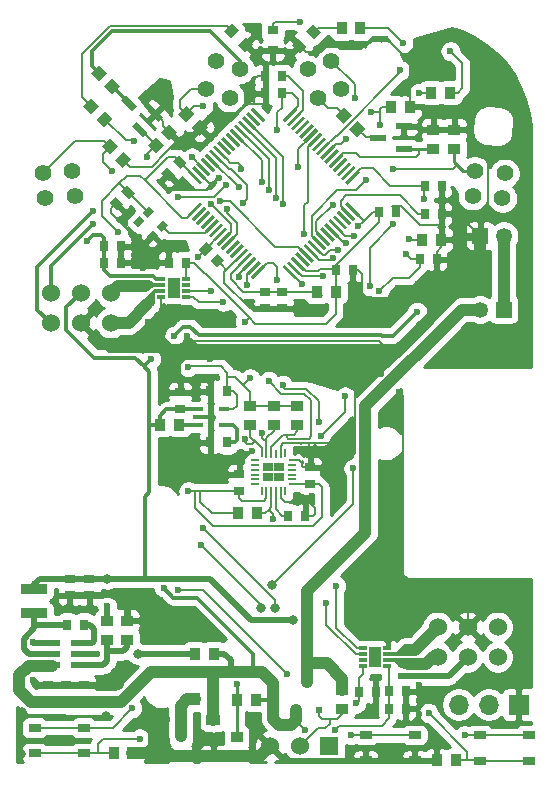
<source format=gtl>
G04 #@! TF.GenerationSoftware,KiCad,Pcbnew,(5.1.9)-1*
G04 #@! TF.CreationDate,2021-05-10T17:03:18+09:00*
G04 #@! TF.ProjectId,part02,70617274-3032-42e6-9b69-6361645f7063,rev?*
G04 #@! TF.SameCoordinates,Original*
G04 #@! TF.FileFunction,Copper,L1,Top*
G04 #@! TF.FilePolarity,Positive*
%FSLAX46Y46*%
G04 Gerber Fmt 4.6, Leading zero omitted, Abs format (unit mm)*
G04 Created by KiCad (PCBNEW (5.1.9)-1) date 2021-05-10 17:03:18*
%MOMM*%
%LPD*%
G01*
G04 APERTURE LIST*
G04 #@! TA.AperFunction,SMDPad,CuDef*
%ADD10C,0.100000*%
G04 #@! TD*
G04 #@! TA.AperFunction,SMDPad,CuDef*
%ADD11R,1.000000X1.700000*%
G04 #@! TD*
G04 #@! TA.AperFunction,SMDPad,CuDef*
%ADD12R,0.700000X0.300000*%
G04 #@! TD*
G04 #@! TA.AperFunction,ComponentPad*
%ADD13O,1.700000X1.700000*%
G04 #@! TD*
G04 #@! TA.AperFunction,ComponentPad*
%ADD14R,1.700000X1.700000*%
G04 #@! TD*
G04 #@! TA.AperFunction,ComponentPad*
%ADD15C,1.350000*%
G04 #@! TD*
G04 #@! TA.AperFunction,ComponentPad*
%ADD16R,1.350000X1.350000*%
G04 #@! TD*
G04 #@! TA.AperFunction,SMDPad,CuDef*
%ADD17R,1.050000X0.650000*%
G04 #@! TD*
G04 #@! TA.AperFunction,SMDPad,CuDef*
%ADD18R,1.450000X0.590000*%
G04 #@! TD*
G04 #@! TA.AperFunction,SMDPad,CuDef*
%ADD19R,0.845299X0.304800*%
G04 #@! TD*
G04 #@! TA.AperFunction,SMDPad,CuDef*
%ADD20R,0.200000X0.800000*%
G04 #@! TD*
G04 #@! TA.AperFunction,SMDPad,CuDef*
%ADD21R,0.875000X0.800000*%
G04 #@! TD*
G04 #@! TA.AperFunction,SMDPad,CuDef*
%ADD22R,0.800000X0.200000*%
G04 #@! TD*
G04 #@! TA.AperFunction,SMDPad,CuDef*
%ADD23R,0.700000X0.200000*%
G04 #@! TD*
G04 #@! TA.AperFunction,SMDPad,CuDef*
%ADD24R,0.200000X0.700000*%
G04 #@! TD*
G04 #@! TA.AperFunction,ComponentPad*
%ADD25R,1.524000X1.524000*%
G04 #@! TD*
G04 #@! TA.AperFunction,ComponentPad*
%ADD26C,1.524000*%
G04 #@! TD*
G04 #@! TA.AperFunction,SMDPad,CuDef*
%ADD27R,1.320800X0.558800*%
G04 #@! TD*
G04 #@! TA.AperFunction,SMDPad,CuDef*
%ADD28R,0.508000X0.504800*%
G04 #@! TD*
G04 #@! TA.AperFunction,ComponentPad*
%ADD29C,1.416000*%
G04 #@! TD*
G04 #@! TA.AperFunction,SMDPad,CuDef*
%ADD30R,0.940000X0.730000*%
G04 #@! TD*
G04 #@! TA.AperFunction,SMDPad,CuDef*
%ADD31R,0.730000X0.940000*%
G04 #@! TD*
G04 #@! TA.AperFunction,SMDPad,CuDef*
%ADD32R,1.000000X0.950000*%
G04 #@! TD*
G04 #@! TA.AperFunction,SMDPad,CuDef*
%ADD33R,0.950000X1.000000*%
G04 #@! TD*
G04 #@! TA.AperFunction,SMDPad,CuDef*
%ADD34R,0.950000X0.800000*%
G04 #@! TD*
G04 #@! TA.AperFunction,SMDPad,CuDef*
%ADD35R,2.200000X0.850000*%
G04 #@! TD*
G04 #@! TA.AperFunction,SMDPad,CuDef*
%ADD36R,1.200000X0.850000*%
G04 #@! TD*
G04 #@! TA.AperFunction,ViaPad*
%ADD37C,0.600000*%
G04 #@! TD*
G04 #@! TA.AperFunction,ViaPad*
%ADD38C,0.800000*%
G04 #@! TD*
G04 #@! TA.AperFunction,Conductor*
%ADD39C,0.200000*%
G04 #@! TD*
G04 #@! TA.AperFunction,Conductor*
%ADD40C,0.250000*%
G04 #@! TD*
G04 #@! TA.AperFunction,Conductor*
%ADD41C,0.300000*%
G04 #@! TD*
G04 #@! TA.AperFunction,Conductor*
%ADD42C,1.000000*%
G04 #@! TD*
G04 #@! TA.AperFunction,Conductor*
%ADD43C,0.500000*%
G04 #@! TD*
G04 #@! TA.AperFunction,Conductor*
%ADD44C,0.750000*%
G04 #@! TD*
G04 #@! TA.AperFunction,Conductor*
%ADD45C,0.254000*%
G04 #@! TD*
G04 #@! TA.AperFunction,Conductor*
%ADD46C,0.100000*%
G04 #@! TD*
G04 APERTURE END LIST*
G04 #@! TA.AperFunction,SMDPad,CuDef*
D10*
G36*
X100936916Y-77057772D02*
G01*
X100738927Y-76859783D01*
X101778374Y-75820336D01*
X101976363Y-76018325D01*
X100936916Y-77057772D01*
G37*
G04 #@! TD.AperFunction*
G04 #@! TA.AperFunction,SMDPad,CuDef*
G36*
X101290469Y-77411326D02*
G01*
X101092480Y-77213337D01*
X102131927Y-76173890D01*
X102329916Y-76371879D01*
X101290469Y-77411326D01*
G37*
G04 #@! TD.AperFunction*
G04 #@! TA.AperFunction,SMDPad,CuDef*
G36*
X101644023Y-77764879D02*
G01*
X101446034Y-77566890D01*
X102485481Y-76527443D01*
X102683470Y-76725432D01*
X101644023Y-77764879D01*
G37*
G04 #@! TD.AperFunction*
G04 #@! TA.AperFunction,SMDPad,CuDef*
G36*
X101997576Y-78118432D02*
G01*
X101799587Y-77920443D01*
X102839034Y-76880996D01*
X103037023Y-77078985D01*
X101997576Y-78118432D01*
G37*
G04 #@! TD.AperFunction*
G04 #@! TA.AperFunction,SMDPad,CuDef*
G36*
X102351130Y-78471986D02*
G01*
X102153141Y-78273997D01*
X103192588Y-77234550D01*
X103390577Y-77432539D01*
X102351130Y-78471986D01*
G37*
G04 #@! TD.AperFunction*
G04 #@! TA.AperFunction,SMDPad,CuDef*
G36*
X102704683Y-78825539D02*
G01*
X102506694Y-78627550D01*
X103546141Y-77588103D01*
X103744130Y-77786092D01*
X102704683Y-78825539D01*
G37*
G04 #@! TD.AperFunction*
G04 #@! TA.AperFunction,SMDPad,CuDef*
G36*
X103058236Y-79179092D02*
G01*
X102860247Y-78981103D01*
X103899694Y-77941656D01*
X104097683Y-78139645D01*
X103058236Y-79179092D01*
G37*
G04 #@! TD.AperFunction*
G04 #@! TA.AperFunction,SMDPad,CuDef*
G36*
X103411790Y-79532646D02*
G01*
X103213801Y-79334657D01*
X104253248Y-78295210D01*
X104451237Y-78493199D01*
X103411790Y-79532646D01*
G37*
G04 #@! TD.AperFunction*
G04 #@! TA.AperFunction,SMDPad,CuDef*
G36*
X103765343Y-79886199D02*
G01*
X103567354Y-79688210D01*
X104606801Y-78648763D01*
X104804790Y-78846752D01*
X103765343Y-79886199D01*
G37*
G04 #@! TD.AperFunction*
G04 #@! TA.AperFunction,SMDPad,CuDef*
G36*
X104118897Y-80239753D02*
G01*
X103920908Y-80041764D01*
X104960355Y-79002317D01*
X105158344Y-79200306D01*
X104118897Y-80239753D01*
G37*
G04 #@! TD.AperFunction*
G04 #@! TA.AperFunction,SMDPad,CuDef*
G36*
X104472450Y-80593306D02*
G01*
X104274461Y-80395317D01*
X105313908Y-79355870D01*
X105511897Y-79553859D01*
X104472450Y-80593306D01*
G37*
G04 #@! TD.AperFunction*
G04 #@! TA.AperFunction,SMDPad,CuDef*
G36*
X104826003Y-80946859D02*
G01*
X104628014Y-80748870D01*
X105667461Y-79709423D01*
X105865450Y-79907412D01*
X104826003Y-80946859D01*
G37*
G04 #@! TD.AperFunction*
G04 #@! TA.AperFunction,SMDPad,CuDef*
G36*
X105179557Y-81300413D02*
G01*
X104981568Y-81102424D01*
X106021015Y-80062977D01*
X106219004Y-80260966D01*
X105179557Y-81300413D01*
G37*
G04 #@! TD.AperFunction*
G04 #@! TA.AperFunction,SMDPad,CuDef*
G36*
X105533110Y-81653966D02*
G01*
X105335121Y-81455977D01*
X106374568Y-80416530D01*
X106572557Y-80614519D01*
X105533110Y-81653966D01*
G37*
G04 #@! TD.AperFunction*
G04 #@! TA.AperFunction,SMDPad,CuDef*
G36*
X105886663Y-82007520D02*
G01*
X105688674Y-81809531D01*
X106728121Y-80770084D01*
X106926110Y-80968073D01*
X105886663Y-82007520D01*
G37*
G04 #@! TD.AperFunction*
G04 #@! TA.AperFunction,SMDPad,CuDef*
G36*
X106240217Y-82361073D02*
G01*
X106042228Y-82163084D01*
X107081675Y-81123637D01*
X107279664Y-81321626D01*
X106240217Y-82361073D01*
G37*
G04 #@! TD.AperFunction*
G04 #@! TA.AperFunction,SMDPad,CuDef*
G36*
X98221626Y-90379664D02*
G01*
X98023637Y-90181675D01*
X99063084Y-89142228D01*
X99261073Y-89340217D01*
X98221626Y-90379664D01*
G37*
G04 #@! TD.AperFunction*
G04 #@! TA.AperFunction,SMDPad,CuDef*
G36*
X97868073Y-90026110D02*
G01*
X97670084Y-89828121D01*
X98709531Y-88788674D01*
X98907520Y-88986663D01*
X97868073Y-90026110D01*
G37*
G04 #@! TD.AperFunction*
G04 #@! TA.AperFunction,SMDPad,CuDef*
G36*
X97514519Y-89672557D02*
G01*
X97316530Y-89474568D01*
X98355977Y-88435121D01*
X98553966Y-88633110D01*
X97514519Y-89672557D01*
G37*
G04 #@! TD.AperFunction*
G04 #@! TA.AperFunction,SMDPad,CuDef*
G36*
X97160966Y-89319004D02*
G01*
X96962977Y-89121015D01*
X98002424Y-88081568D01*
X98200413Y-88279557D01*
X97160966Y-89319004D01*
G37*
G04 #@! TD.AperFunction*
G04 #@! TA.AperFunction,SMDPad,CuDef*
G36*
X96807412Y-88965450D02*
G01*
X96609423Y-88767461D01*
X97648870Y-87728014D01*
X97846859Y-87926003D01*
X96807412Y-88965450D01*
G37*
G04 #@! TD.AperFunction*
G04 #@! TA.AperFunction,SMDPad,CuDef*
G36*
X96453859Y-88611897D02*
G01*
X96255870Y-88413908D01*
X97295317Y-87374461D01*
X97493306Y-87572450D01*
X96453859Y-88611897D01*
G37*
G04 #@! TD.AperFunction*
G04 #@! TA.AperFunction,SMDPad,CuDef*
G36*
X96100306Y-88258344D02*
G01*
X95902317Y-88060355D01*
X96941764Y-87020908D01*
X97139753Y-87218897D01*
X96100306Y-88258344D01*
G37*
G04 #@! TD.AperFunction*
G04 #@! TA.AperFunction,SMDPad,CuDef*
G36*
X95746752Y-87904790D02*
G01*
X95548763Y-87706801D01*
X96588210Y-86667354D01*
X96786199Y-86865343D01*
X95746752Y-87904790D01*
G37*
G04 #@! TD.AperFunction*
G04 #@! TA.AperFunction,SMDPad,CuDef*
G36*
X95393199Y-87551237D02*
G01*
X95195210Y-87353248D01*
X96234657Y-86313801D01*
X96432646Y-86511790D01*
X95393199Y-87551237D01*
G37*
G04 #@! TD.AperFunction*
G04 #@! TA.AperFunction,SMDPad,CuDef*
G36*
X95039645Y-87197683D02*
G01*
X94841656Y-86999694D01*
X95881103Y-85960247D01*
X96079092Y-86158236D01*
X95039645Y-87197683D01*
G37*
G04 #@! TD.AperFunction*
G04 #@! TA.AperFunction,SMDPad,CuDef*
G36*
X94686092Y-86844130D02*
G01*
X94488103Y-86646141D01*
X95527550Y-85606694D01*
X95725539Y-85804683D01*
X94686092Y-86844130D01*
G37*
G04 #@! TD.AperFunction*
G04 #@! TA.AperFunction,SMDPad,CuDef*
G36*
X94332539Y-86490577D02*
G01*
X94134550Y-86292588D01*
X95173997Y-85253141D01*
X95371986Y-85451130D01*
X94332539Y-86490577D01*
G37*
G04 #@! TD.AperFunction*
G04 #@! TA.AperFunction,SMDPad,CuDef*
G36*
X93978985Y-86137023D02*
G01*
X93780996Y-85939034D01*
X94820443Y-84899587D01*
X95018432Y-85097576D01*
X93978985Y-86137023D01*
G37*
G04 #@! TD.AperFunction*
G04 #@! TA.AperFunction,SMDPad,CuDef*
G36*
X93625432Y-85783470D02*
G01*
X93427443Y-85585481D01*
X94466890Y-84546034D01*
X94664879Y-84744023D01*
X93625432Y-85783470D01*
G37*
G04 #@! TD.AperFunction*
G04 #@! TA.AperFunction,SMDPad,CuDef*
G36*
X93271879Y-85429916D02*
G01*
X93073890Y-85231927D01*
X94113337Y-84192480D01*
X94311326Y-84390469D01*
X93271879Y-85429916D01*
G37*
G04 #@! TD.AperFunction*
G04 #@! TA.AperFunction,SMDPad,CuDef*
G36*
X92918325Y-85076363D02*
G01*
X92720336Y-84878374D01*
X93759783Y-83838927D01*
X93957772Y-84036916D01*
X92918325Y-85076363D01*
G37*
G04 #@! TD.AperFunction*
G04 #@! TA.AperFunction,SMDPad,CuDef*
G36*
X93759783Y-82361073D02*
G01*
X92720336Y-81321626D01*
X92918325Y-81123637D01*
X93957772Y-82163084D01*
X93759783Y-82361073D01*
G37*
G04 #@! TD.AperFunction*
G04 #@! TA.AperFunction,SMDPad,CuDef*
G36*
X94113337Y-82007520D02*
G01*
X93073890Y-80968073D01*
X93271879Y-80770084D01*
X94311326Y-81809531D01*
X94113337Y-82007520D01*
G37*
G04 #@! TD.AperFunction*
G04 #@! TA.AperFunction,SMDPad,CuDef*
G36*
X94466890Y-81653966D02*
G01*
X93427443Y-80614519D01*
X93625432Y-80416530D01*
X94664879Y-81455977D01*
X94466890Y-81653966D01*
G37*
G04 #@! TD.AperFunction*
G04 #@! TA.AperFunction,SMDPad,CuDef*
G36*
X94820443Y-81300413D02*
G01*
X93780996Y-80260966D01*
X93978985Y-80062977D01*
X95018432Y-81102424D01*
X94820443Y-81300413D01*
G37*
G04 #@! TD.AperFunction*
G04 #@! TA.AperFunction,SMDPad,CuDef*
G36*
X95173997Y-80946859D02*
G01*
X94134550Y-79907412D01*
X94332539Y-79709423D01*
X95371986Y-80748870D01*
X95173997Y-80946859D01*
G37*
G04 #@! TD.AperFunction*
G04 #@! TA.AperFunction,SMDPad,CuDef*
G36*
X95527550Y-80593306D02*
G01*
X94488103Y-79553859D01*
X94686092Y-79355870D01*
X95725539Y-80395317D01*
X95527550Y-80593306D01*
G37*
G04 #@! TD.AperFunction*
G04 #@! TA.AperFunction,SMDPad,CuDef*
G36*
X95881103Y-80239753D02*
G01*
X94841656Y-79200306D01*
X95039645Y-79002317D01*
X96079092Y-80041764D01*
X95881103Y-80239753D01*
G37*
G04 #@! TD.AperFunction*
G04 #@! TA.AperFunction,SMDPad,CuDef*
G36*
X96234657Y-79886199D02*
G01*
X95195210Y-78846752D01*
X95393199Y-78648763D01*
X96432646Y-79688210D01*
X96234657Y-79886199D01*
G37*
G04 #@! TD.AperFunction*
G04 #@! TA.AperFunction,SMDPad,CuDef*
G36*
X96588210Y-79532646D02*
G01*
X95548763Y-78493199D01*
X95746752Y-78295210D01*
X96786199Y-79334657D01*
X96588210Y-79532646D01*
G37*
G04 #@! TD.AperFunction*
G04 #@! TA.AperFunction,SMDPad,CuDef*
G36*
X96941764Y-79179092D02*
G01*
X95902317Y-78139645D01*
X96100306Y-77941656D01*
X97139753Y-78981103D01*
X96941764Y-79179092D01*
G37*
G04 #@! TD.AperFunction*
G04 #@! TA.AperFunction,SMDPad,CuDef*
G36*
X97295317Y-78825539D02*
G01*
X96255870Y-77786092D01*
X96453859Y-77588103D01*
X97493306Y-78627550D01*
X97295317Y-78825539D01*
G37*
G04 #@! TD.AperFunction*
G04 #@! TA.AperFunction,SMDPad,CuDef*
G36*
X97648870Y-78471986D02*
G01*
X96609423Y-77432539D01*
X96807412Y-77234550D01*
X97846859Y-78273997D01*
X97648870Y-78471986D01*
G37*
G04 #@! TD.AperFunction*
G04 #@! TA.AperFunction,SMDPad,CuDef*
G36*
X98002424Y-78118432D02*
G01*
X96962977Y-77078985D01*
X97160966Y-76880996D01*
X98200413Y-77920443D01*
X98002424Y-78118432D01*
G37*
G04 #@! TD.AperFunction*
G04 #@! TA.AperFunction,SMDPad,CuDef*
G36*
X98355977Y-77764879D02*
G01*
X97316530Y-76725432D01*
X97514519Y-76527443D01*
X98553966Y-77566890D01*
X98355977Y-77764879D01*
G37*
G04 #@! TD.AperFunction*
G04 #@! TA.AperFunction,SMDPad,CuDef*
G36*
X98709531Y-77411326D02*
G01*
X97670084Y-76371879D01*
X97868073Y-76173890D01*
X98907520Y-77213337D01*
X98709531Y-77411326D01*
G37*
G04 #@! TD.AperFunction*
G04 #@! TA.AperFunction,SMDPad,CuDef*
G36*
X99063084Y-77057772D02*
G01*
X98023637Y-76018325D01*
X98221626Y-75820336D01*
X99261073Y-76859783D01*
X99063084Y-77057772D01*
G37*
G04 #@! TD.AperFunction*
G04 #@! TA.AperFunction,SMDPad,CuDef*
G36*
X107081675Y-85076363D02*
G01*
X106042228Y-84036916D01*
X106240217Y-83838927D01*
X107279664Y-84878374D01*
X107081675Y-85076363D01*
G37*
G04 #@! TD.AperFunction*
G04 #@! TA.AperFunction,SMDPad,CuDef*
G36*
X106728121Y-85429916D02*
G01*
X105688674Y-84390469D01*
X105886663Y-84192480D01*
X106926110Y-85231927D01*
X106728121Y-85429916D01*
G37*
G04 #@! TD.AperFunction*
G04 #@! TA.AperFunction,SMDPad,CuDef*
G36*
X106374568Y-85783470D02*
G01*
X105335121Y-84744023D01*
X105533110Y-84546034D01*
X106572557Y-85585481D01*
X106374568Y-85783470D01*
G37*
G04 #@! TD.AperFunction*
G04 #@! TA.AperFunction,SMDPad,CuDef*
G36*
X106021015Y-86137023D02*
G01*
X104981568Y-85097576D01*
X105179557Y-84899587D01*
X106219004Y-85939034D01*
X106021015Y-86137023D01*
G37*
G04 #@! TD.AperFunction*
G04 #@! TA.AperFunction,SMDPad,CuDef*
G36*
X105667461Y-86490577D02*
G01*
X104628014Y-85451130D01*
X104826003Y-85253141D01*
X105865450Y-86292588D01*
X105667461Y-86490577D01*
G37*
G04 #@! TD.AperFunction*
G04 #@! TA.AperFunction,SMDPad,CuDef*
G36*
X105313908Y-86844130D02*
G01*
X104274461Y-85804683D01*
X104472450Y-85606694D01*
X105511897Y-86646141D01*
X105313908Y-86844130D01*
G37*
G04 #@! TD.AperFunction*
G04 #@! TA.AperFunction,SMDPad,CuDef*
G36*
X104960355Y-87197683D02*
G01*
X103920908Y-86158236D01*
X104118897Y-85960247D01*
X105158344Y-86999694D01*
X104960355Y-87197683D01*
G37*
G04 #@! TD.AperFunction*
G04 #@! TA.AperFunction,SMDPad,CuDef*
G36*
X104606801Y-87551237D02*
G01*
X103567354Y-86511790D01*
X103765343Y-86313801D01*
X104804790Y-87353248D01*
X104606801Y-87551237D01*
G37*
G04 #@! TD.AperFunction*
G04 #@! TA.AperFunction,SMDPad,CuDef*
G36*
X104253248Y-87904790D02*
G01*
X103213801Y-86865343D01*
X103411790Y-86667354D01*
X104451237Y-87706801D01*
X104253248Y-87904790D01*
G37*
G04 #@! TD.AperFunction*
G04 #@! TA.AperFunction,SMDPad,CuDef*
G36*
X103899694Y-88258344D02*
G01*
X102860247Y-87218897D01*
X103058236Y-87020908D01*
X104097683Y-88060355D01*
X103899694Y-88258344D01*
G37*
G04 #@! TD.AperFunction*
G04 #@! TA.AperFunction,SMDPad,CuDef*
G36*
X103546141Y-88611897D02*
G01*
X102506694Y-87572450D01*
X102704683Y-87374461D01*
X103744130Y-88413908D01*
X103546141Y-88611897D01*
G37*
G04 #@! TD.AperFunction*
G04 #@! TA.AperFunction,SMDPad,CuDef*
G36*
X103192588Y-88965450D02*
G01*
X102153141Y-87926003D01*
X102351130Y-87728014D01*
X103390577Y-88767461D01*
X103192588Y-88965450D01*
G37*
G04 #@! TD.AperFunction*
G04 #@! TA.AperFunction,SMDPad,CuDef*
G36*
X102839034Y-89319004D02*
G01*
X101799587Y-88279557D01*
X101997576Y-88081568D01*
X103037023Y-89121015D01*
X102839034Y-89319004D01*
G37*
G04 #@! TD.AperFunction*
G04 #@! TA.AperFunction,SMDPad,CuDef*
G36*
X102485481Y-89672557D02*
G01*
X101446034Y-88633110D01*
X101644023Y-88435121D01*
X102683470Y-89474568D01*
X102485481Y-89672557D01*
G37*
G04 #@! TD.AperFunction*
G04 #@! TA.AperFunction,SMDPad,CuDef*
G36*
X102131927Y-90026110D02*
G01*
X101092480Y-88986663D01*
X101290469Y-88788674D01*
X102329916Y-89828121D01*
X102131927Y-90026110D01*
G37*
G04 #@! TD.AperFunction*
G04 #@! TA.AperFunction,SMDPad,CuDef*
G36*
X101778374Y-90379664D02*
G01*
X100738927Y-89340217D01*
X100936916Y-89142228D01*
X101976363Y-90181675D01*
X101778374Y-90379664D01*
G37*
G04 #@! TD.AperFunction*
D11*
X108580000Y-122363000D03*
D12*
X107530000Y-123113000D03*
X107530000Y-122613000D03*
X107530000Y-122113000D03*
X107530000Y-121613000D03*
X109630000Y-121613000D03*
X109630000Y-122113000D03*
X109630000Y-122613000D03*
X109630000Y-123113000D03*
D11*
X91523000Y-91097000D03*
D12*
X92573000Y-90347000D03*
X92573000Y-90847000D03*
X92573000Y-91347000D03*
X92573000Y-91847000D03*
X90473000Y-91847000D03*
X90473000Y-91347000D03*
X90473000Y-90847000D03*
X90473000Y-90347000D03*
D13*
X115665000Y-126380000D03*
X118205000Y-126380000D03*
D14*
X120745000Y-126380000D03*
D15*
X119488000Y-86708000D03*
D16*
X117488000Y-86708000D03*
G04 #@! TA.AperFunction,SMDPad,CuDef*
D10*
G36*
X88439237Y-75750106D02*
G01*
X88044106Y-76145237D01*
X87110159Y-75211290D01*
X87505290Y-74816159D01*
X88439237Y-75750106D01*
G37*
G04 #@! TD.AperFunction*
G04 #@! TA.AperFunction,SMDPad,CuDef*
G36*
X90648380Y-76630171D02*
G01*
X90253249Y-77025302D01*
X89319302Y-76091355D01*
X89714433Y-75696224D01*
X90648380Y-76630171D01*
G37*
G04 #@! TD.AperFunction*
G04 #@! TA.AperFunction,SMDPad,CuDef*
G36*
X89319302Y-77959249D02*
G01*
X88924171Y-78354380D01*
X87990224Y-77420433D01*
X88385355Y-77025302D01*
X89319302Y-77959249D01*
G37*
G04 #@! TD.AperFunction*
D17*
X107794000Y-128955000D03*
X111944000Y-128955000D03*
X107794000Y-131105000D03*
X111944000Y-131105000D03*
X117431000Y-128981000D03*
X121581000Y-128981000D03*
X117431000Y-131131000D03*
X121581000Y-131131000D03*
X79756000Y-128345000D03*
X83906000Y-128345000D03*
X79756000Y-130495000D03*
X83906000Y-130495000D03*
G04 #@! TA.AperFunction,SMDPad,CuDef*
D10*
G36*
X89867449Y-84638089D02*
G01*
X89337119Y-85168419D01*
X88912855Y-84744155D01*
X89443185Y-84213825D01*
X89867449Y-84638089D01*
G37*
G04 #@! TD.AperFunction*
G04 #@! TA.AperFunction,SMDPad,CuDef*
G36*
X91034175Y-85804815D02*
G01*
X90503845Y-86335145D01*
X90079581Y-85910881D01*
X90609911Y-85380551D01*
X91034175Y-85804815D01*
G37*
G04 #@! TD.AperFunction*
G04 #@! TA.AperFunction,SMDPad,CuDef*
G36*
X90235145Y-86603845D02*
G01*
X89704815Y-87134175D01*
X89280551Y-86709911D01*
X89810881Y-86179581D01*
X90235145Y-86603845D01*
G37*
G04 #@! TD.AperFunction*
G04 #@! TA.AperFunction,SMDPad,CuDef*
G36*
X89068419Y-85437119D02*
G01*
X88538089Y-85967449D01*
X88113825Y-85543185D01*
X88644155Y-85012855D01*
X89068419Y-85437119D01*
G37*
G04 #@! TD.AperFunction*
D18*
X83506000Y-121152000D03*
X83506000Y-122102000D03*
X83506000Y-123052000D03*
X81196000Y-123052000D03*
X81196000Y-122102000D03*
X81196000Y-121152000D03*
D19*
X95799651Y-101394501D03*
X95799651Y-102694499D03*
X93557349Y-102694499D03*
X93557349Y-102044500D03*
X93557349Y-101394501D03*
D20*
X99390000Y-105150000D03*
X99790000Y-108270000D03*
D21*
X99555000Y-106310000D03*
D22*
X101550000Y-106510000D03*
D20*
X100590000Y-108270000D03*
D23*
X101600000Y-107710000D03*
X98380000Y-105710000D03*
X98380000Y-107710000D03*
D24*
X100990000Y-108320000D03*
D22*
X98430000Y-107310000D03*
D20*
X100190000Y-108270000D03*
D22*
X101550000Y-106110000D03*
D24*
X98990000Y-105100000D03*
D22*
X98430000Y-106910000D03*
D20*
X100190000Y-105150000D03*
X99390000Y-108270000D03*
D21*
X99555000Y-107110000D03*
D22*
X98430000Y-106110000D03*
D24*
X98990000Y-108320000D03*
D20*
X100590000Y-105150000D03*
D22*
X101550000Y-106910000D03*
X101550000Y-107310000D03*
D23*
X101600000Y-105710000D03*
D20*
X99790000Y-105150000D03*
D22*
X98430000Y-106510000D03*
D24*
X100990000Y-105100000D03*
D21*
X100425000Y-106310000D03*
X100425000Y-107110000D03*
D25*
X104706000Y-129921000D03*
D26*
X102206000Y-129921000D03*
X99706000Y-129921000D03*
X116420000Y-122364000D03*
X113880000Y-122364000D03*
X118960000Y-122364000D03*
X118960000Y-119824000D03*
X116420000Y-119824000D03*
X113880000Y-119824000D03*
D15*
X117466000Y-92941000D03*
D16*
X119466000Y-92941000D03*
D27*
X108832800Y-78377000D03*
X111017200Y-77437200D03*
X111017200Y-79316800D03*
D28*
X102845000Y-124498800D03*
X103795001Y-126883200D03*
X101894999Y-126883200D03*
D26*
X83670000Y-91530000D03*
X86210000Y-91530000D03*
X81130000Y-91530000D03*
X81130000Y-94070000D03*
X83670000Y-94070000D03*
X86210000Y-94070000D03*
D29*
X96265634Y-74993410D03*
X97134366Y-72606590D03*
X102865634Y-72606590D03*
X103734366Y-74993410D03*
X80634833Y-83510688D03*
X83165167Y-83289312D03*
X116834833Y-83289312D03*
X119365167Y-83510688D03*
X82965167Y-81189312D03*
X80434833Y-81410688D03*
X119565167Y-81410688D03*
X117034833Y-81189312D03*
X105734366Y-74293410D03*
X104865634Y-71906590D03*
X95134366Y-71906590D03*
X94265634Y-74293410D03*
D30*
X100728000Y-92851000D03*
X100728000Y-91431000D03*
G04 #@! TA.AperFunction,SMDPad,CuDef*
D10*
G36*
X86577662Y-83371658D02*
G01*
X87242342Y-84036338D01*
X86726154Y-84552526D01*
X86061474Y-83887846D01*
X86577662Y-83371658D01*
G37*
G04 #@! TD.AperFunction*
G04 #@! TA.AperFunction,SMDPad,CuDef*
G36*
X87581754Y-82367566D02*
G01*
X88246434Y-83032246D01*
X87730246Y-83548434D01*
X87065566Y-82883754D01*
X87581754Y-82367566D01*
G37*
G04 #@! TD.AperFunction*
D30*
X99285000Y-92851000D03*
X99285000Y-91431000D03*
G04 #@! TA.AperFunction,SMDPad,CuDef*
D10*
G36*
X90953708Y-80857612D02*
G01*
X91618388Y-81522292D01*
X91102200Y-82038480D01*
X90437520Y-81373800D01*
X90953708Y-80857612D01*
G37*
G04 #@! TD.AperFunction*
G04 #@! TA.AperFunction,SMDPad,CuDef*
G36*
X91957800Y-79853520D02*
G01*
X92622480Y-80518200D01*
X92106292Y-81034388D01*
X91441612Y-80369708D01*
X91957800Y-79853520D01*
G37*
G04 #@! TD.AperFunction*
D31*
X106693000Y-89600000D03*
X105273000Y-89600000D03*
D30*
X83955000Y-124760000D03*
X83955000Y-126180000D03*
D31*
X113793000Y-88668000D03*
X112373000Y-88668000D03*
D30*
X82408000Y-124736000D03*
X82408000Y-126156000D03*
X80911000Y-124736000D03*
X80911000Y-126156000D03*
D31*
X114210000Y-82463000D03*
X112790000Y-82463000D03*
X112790000Y-84838000D03*
X114210000Y-84838000D03*
X82512000Y-119613000D03*
X83932000Y-119613000D03*
X100687000Y-73142000D03*
X99267000Y-73142000D03*
D30*
X82721000Y-117139000D03*
X82721000Y-115719000D03*
X84373000Y-117139000D03*
X84373000Y-115719000D03*
X92075000Y-99962900D03*
X92075000Y-101382900D03*
D31*
X108621000Y-125285000D03*
X107201000Y-125285000D03*
X91113000Y-88977000D03*
X92533000Y-88977000D03*
X111183000Y-125276000D03*
X109763000Y-125276000D03*
X87044000Y-88977000D03*
X85624000Y-88977000D03*
X111183000Y-126727000D03*
X109763000Y-126727000D03*
X87044000Y-87569000D03*
X85624000Y-87569000D03*
X94616200Y-104190800D03*
X96036200Y-104190800D03*
X94628900Y-99860100D03*
X96048900Y-99860100D03*
X102654000Y-110380000D03*
X101234000Y-110380000D03*
D30*
X97075000Y-106898000D03*
X97075000Y-108318000D03*
X103098600Y-106300200D03*
X103098600Y-107720200D03*
D31*
X110331000Y-84659000D03*
X108911000Y-84659000D03*
G04 #@! TA.AperFunction,SMDPad,CuDef*
D10*
G36*
X94644612Y-88863292D02*
G01*
X95309292Y-88198612D01*
X95825480Y-88714800D01*
X95160800Y-89379480D01*
X94644612Y-88863292D01*
G37*
G04 #@! TD.AperFunction*
G04 #@! TA.AperFunction,SMDPad,CuDef*
G36*
X93640520Y-87859200D02*
G01*
X94305200Y-87194520D01*
X94821388Y-87710708D01*
X94156708Y-88375388D01*
X93640520Y-87859200D01*
G37*
G04 #@! TD.AperFunction*
D31*
X99264000Y-74625000D03*
X100684000Y-74625000D03*
D32*
X105804000Y-126723000D03*
X105804000Y-125123000D03*
D33*
X96875000Y-125995000D03*
X98475000Y-125995000D03*
D32*
X96870000Y-130750000D03*
X96870000Y-129150000D03*
D33*
X93300000Y-125948000D03*
X94900000Y-125948000D03*
X115398000Y-131112000D03*
X113798000Y-131112000D03*
X94910000Y-122070000D03*
X93310000Y-122070000D03*
X114174000Y-87021000D03*
X112574000Y-87021000D03*
D32*
X85903000Y-120903000D03*
X85903000Y-119303000D03*
X87590000Y-119291000D03*
X87590000Y-120891000D03*
D33*
X90386000Y-102704900D03*
X91986000Y-102704900D03*
G04 #@! TA.AperFunction,SMDPad,CuDef*
D10*
G36*
X84976256Y-76851363D02*
G01*
X85683363Y-76144256D01*
X86355114Y-76816007D01*
X85648007Y-77523114D01*
X84976256Y-76851363D01*
G37*
G04 #@! TD.AperFunction*
G04 #@! TA.AperFunction,SMDPad,CuDef*
G36*
X83844886Y-75719993D02*
G01*
X84551993Y-75012886D01*
X85223744Y-75684637D01*
X84516637Y-76391744D01*
X83844886Y-75719993D01*
G37*
G04 #@! TD.AperFunction*
G04 #@! TA.AperFunction,SMDPad,CuDef*
G36*
X86827744Y-79103637D02*
G01*
X86120637Y-79810744D01*
X85448886Y-79138993D01*
X86155993Y-78431886D01*
X86827744Y-79103637D01*
G37*
G04 #@! TD.AperFunction*
G04 #@! TA.AperFunction,SMDPad,CuDef*
G36*
X87959114Y-80235007D02*
G01*
X87252007Y-80942114D01*
X86580256Y-80270363D01*
X87287363Y-79563256D01*
X87959114Y-80235007D01*
G37*
G04 #@! TD.AperFunction*
D32*
X102000000Y-101092300D03*
X102000000Y-102692300D03*
X113519000Y-77716000D03*
X113519000Y-79316000D03*
X100000000Y-101105000D03*
X100000000Y-102705000D03*
X98000000Y-101105000D03*
X98000000Y-102705000D03*
G04 #@! TA.AperFunction,SMDPad,CuDef*
D10*
G36*
X106651429Y-76499322D02*
G01*
X105944322Y-77206429D01*
X105272571Y-76534678D01*
X105979678Y-75827571D01*
X106651429Y-76499322D01*
G37*
G04 #@! TD.AperFunction*
G04 #@! TA.AperFunction,SMDPad,CuDef*
G36*
X107782799Y-77630692D02*
G01*
X107075692Y-78337799D01*
X106403941Y-77666048D01*
X107111048Y-76958941D01*
X107782799Y-77630692D01*
G37*
G04 #@! TD.AperFunction*
D33*
X107341000Y-69120000D03*
X105741000Y-69120000D03*
X96946000Y-110188000D03*
X98546000Y-110188000D03*
D32*
X115293000Y-79316000D03*
X115293000Y-77716000D03*
D33*
X113334000Y-74570000D03*
X114934000Y-74570000D03*
G04 #@! TA.AperFunction,SMDPad,CuDef*
D10*
G36*
X93307744Y-76381637D02*
G01*
X92600637Y-77088744D01*
X91928886Y-76416993D01*
X92635993Y-75709886D01*
X93307744Y-76381637D01*
G37*
G04 #@! TD.AperFunction*
G04 #@! TA.AperFunction,SMDPad,CuDef*
G36*
X94439114Y-77513007D02*
G01*
X93732007Y-78220114D01*
X93060256Y-77548363D01*
X93767363Y-76841256D01*
X94439114Y-77513007D01*
G37*
G04 #@! TD.AperFunction*
G04 #@! TA.AperFunction,SMDPad,CuDef*
G36*
X91176363Y-78576744D02*
G01*
X90469256Y-77869637D01*
X91141007Y-77197886D01*
X91848114Y-77904993D01*
X91176363Y-78576744D01*
G37*
G04 #@! TD.AperFunction*
G04 #@! TA.AperFunction,SMDPad,CuDef*
G36*
X90044993Y-79708114D02*
G01*
X89337886Y-79001007D01*
X90009637Y-78329256D01*
X90716744Y-79036363D01*
X90044993Y-79708114D01*
G37*
G04 #@! TD.AperFunction*
D33*
X86438000Y-130498000D03*
X88038000Y-130498000D03*
G04 #@! TA.AperFunction,SMDPad,CuDef*
D10*
G36*
X85886744Y-72885637D02*
G01*
X85179637Y-73592744D01*
X84507886Y-72920993D01*
X85214993Y-72213886D01*
X85886744Y-72885637D01*
G37*
G04 #@! TD.AperFunction*
G04 #@! TA.AperFunction,SMDPad,CuDef*
G36*
X87018114Y-74017007D02*
G01*
X86311007Y-74724114D01*
X85639256Y-74052363D01*
X86346363Y-73345256D01*
X87018114Y-74017007D01*
G37*
G04 #@! TD.AperFunction*
D33*
X109950000Y-75787000D03*
X111550000Y-75787000D03*
G04 #@! TA.AperFunction,SMDPad,CuDef*
D10*
G36*
X97033677Y-69236926D02*
G01*
X96361926Y-69908677D01*
X95796241Y-69342992D01*
X96467992Y-68671241D01*
X97033677Y-69236926D01*
G37*
G04 #@! TD.AperFunction*
G04 #@! TA.AperFunction,SMDPad,CuDef*
G36*
X98235759Y-70439008D02*
G01*
X97564008Y-71110759D01*
X96998323Y-70545074D01*
X97670074Y-69873323D01*
X98235759Y-70439008D01*
G37*
G04 #@! TD.AperFunction*
G04 #@! TA.AperFunction,SMDPad,CuDef*
G36*
X103449074Y-70046677D02*
G01*
X102777323Y-69374926D01*
X103343008Y-68809241D01*
X104014759Y-69480992D01*
X103449074Y-70046677D01*
G37*
G04 #@! TD.AperFunction*
G04 #@! TA.AperFunction,SMDPad,CuDef*
G36*
X102246992Y-71248759D02*
G01*
X101575241Y-70577008D01*
X102140926Y-70011323D01*
X102812677Y-70683074D01*
X102246992Y-71248759D01*
G37*
G04 #@! TD.AperFunction*
D34*
X99919000Y-69290000D03*
X99919000Y-70990000D03*
X92130000Y-129050000D03*
X92130000Y-130750000D03*
D33*
X103650000Y-91432000D03*
X105250000Y-91432000D03*
D35*
X79722000Y-118621000D03*
X79722000Y-116571000D03*
D36*
X94900000Y-130755000D03*
X94900000Y-127705000D03*
D37*
X102603000Y-86538000D03*
X102094000Y-80872000D03*
X82491000Y-118218000D03*
X79635000Y-121126000D03*
X79658000Y-124337000D03*
X91704000Y-87837000D03*
X103252000Y-108749000D03*
X104201000Y-106778000D03*
X98157000Y-104954000D03*
X102561000Y-104954000D03*
X106530000Y-91980000D03*
D38*
X96831000Y-97450000D03*
X98089000Y-97450000D03*
X90032500Y-128326500D03*
X90706500Y-127652500D03*
D37*
X110586000Y-99892000D03*
X109075201Y-98379201D03*
D38*
X93915000Y-120577000D03*
X86868829Y-124760000D03*
X90078000Y-118901000D03*
D37*
X94609000Y-97110000D03*
X112289000Y-124723000D03*
X108627000Y-126460000D03*
X112291000Y-127146000D03*
X88963000Y-89442000D03*
X99437000Y-75682000D03*
X89364000Y-94008000D03*
X92695000Y-95166000D03*
X95372299Y-81795701D03*
X111674597Y-119233597D03*
D38*
X95338000Y-93763000D03*
X90078000Y-120643000D03*
X87590000Y-117241000D03*
X95737000Y-76937000D03*
X117153000Y-89758000D03*
X116198000Y-90713000D03*
X114201000Y-97135000D03*
X121028000Y-97152000D03*
X121276000Y-89388000D03*
X121364000Y-84012000D03*
X94975000Y-107027000D03*
X107583000Y-119504000D03*
X107881000Y-116808000D03*
X121251000Y-116341000D03*
X117367000Y-116235000D03*
X121357000Y-123557000D03*
X90201000Y-130498000D03*
X78593000Y-130561000D03*
X78720000Y-127038000D03*
X85766000Y-127335000D03*
D37*
X104195297Y-90129054D03*
X104319000Y-92851000D03*
X104836000Y-97450000D03*
X104983855Y-88550615D03*
X105459000Y-87907000D03*
X110781000Y-123973000D03*
X85903000Y-118082000D03*
D38*
X85912300Y-115726000D03*
X101606009Y-119205991D03*
D37*
X112145000Y-93122000D03*
X91570000Y-95164000D03*
X89623500Y-97110500D03*
X84669998Y-85690000D03*
X97435000Y-83887000D03*
X84721000Y-84575000D03*
X91923000Y-83393000D03*
X95937986Y-82361388D03*
X97249187Y-81050187D03*
X98007000Y-98759000D03*
X107003000Y-126294000D03*
X101132999Y-123801999D03*
X92774000Y-108315000D03*
X116163000Y-128981000D03*
X92754000Y-97816000D03*
X91911000Y-116649000D03*
X88028000Y-126674000D03*
X97544000Y-93959000D03*
X100283000Y-77723211D03*
X86820001Y-86410999D03*
X107176000Y-85900990D03*
X106574000Y-128955000D03*
X93887000Y-112863000D03*
D38*
X98957000Y-118228000D03*
D37*
X93565361Y-88466560D03*
X105167000Y-128536000D03*
X102629000Y-128536000D03*
X90682000Y-116476000D03*
X84186000Y-87136000D03*
X96856000Y-124668000D03*
X106102615Y-87308743D03*
X111200000Y-88239000D03*
X108958000Y-91371000D03*
D38*
X99848475Y-116301525D03*
D37*
X106752000Y-106386000D03*
X108118000Y-90950000D03*
X103974000Y-103670000D03*
X88649000Y-129259000D03*
X106046000Y-100294000D03*
X112760000Y-83597000D03*
X110106000Y-85736000D03*
X102250000Y-68600000D03*
X114959000Y-71061000D03*
X102374850Y-90778150D03*
X105309000Y-116361000D03*
X100302000Y-90479000D03*
X100770989Y-99317000D03*
X103819000Y-102452000D03*
X104459000Y-117780000D03*
X97743000Y-90831000D03*
X95709386Y-92283614D03*
X94731000Y-91350000D03*
X97032000Y-90163000D03*
X86346000Y-81248000D03*
X94661000Y-83993000D03*
X105015000Y-84073000D03*
X110094000Y-81080000D03*
X94031000Y-75736000D03*
X96074735Y-84398735D03*
X89300000Y-80056000D03*
X95472000Y-83773000D03*
X106860000Y-75014000D03*
X109037000Y-77332000D03*
X108277000Y-76181000D03*
X107857000Y-81973000D03*
X113123000Y-127089998D03*
X93975000Y-111418000D03*
D38*
X100114000Y-118228000D03*
D37*
X97027063Y-82601937D03*
D38*
X88484000Y-122082000D03*
D37*
X85060000Y-122087000D03*
X106757000Y-86708743D03*
X111449000Y-86999000D03*
X99571735Y-98970735D03*
X98968000Y-82132000D03*
X88142000Y-78636000D03*
X93062000Y-80059000D03*
X98993000Y-103372000D03*
X100800000Y-84032000D03*
X97576400Y-103887000D03*
X100193000Y-83493000D03*
X110973000Y-70409000D03*
X110733000Y-72677732D03*
X99926000Y-110680000D03*
X99587000Y-82807000D03*
X106105000Y-78491000D03*
X112308000Y-74584000D03*
D39*
X102913791Y-79125548D02*
X103478965Y-78560374D01*
X102913791Y-79445209D02*
X102913791Y-79125548D01*
X102908002Y-79450998D02*
X102913791Y-79445209D01*
X102908002Y-83803002D02*
X102908002Y-79450998D01*
X102603000Y-84108004D02*
X102908002Y-83803002D01*
X102603000Y-86538000D02*
X102603000Y-84108004D01*
X102094000Y-79945339D02*
X102094000Y-80872000D01*
X102094000Y-79323071D02*
X102094000Y-79945339D01*
X103125412Y-78291659D02*
X102094000Y-79323071D01*
X103125412Y-78206821D02*
X103125412Y-78291659D01*
D40*
X86076000Y-96476000D02*
X89746000Y-96476000D01*
X94360000Y-99003000D02*
X92098000Y-99003000D01*
X92098000Y-99003000D02*
X92075000Y-99026000D01*
X83670000Y-94070000D02*
X86076000Y-96476000D01*
X89746000Y-96476000D02*
X92139000Y-96476000D01*
X92075000Y-96540000D02*
X92139000Y-96476000D01*
D39*
X102371000Y-105956000D02*
X102371000Y-106175000D01*
X102125000Y-105710000D02*
X102371000Y-105956000D01*
X101600000Y-105710000D02*
X102125000Y-105710000D01*
D40*
X94628900Y-99860100D02*
X94628900Y-99271900D01*
D39*
X106903000Y-104270000D02*
X106911000Y-104262000D01*
D40*
X94628900Y-99271900D02*
X94360000Y-99003000D01*
D39*
X105738800Y-106300200D02*
X106911000Y-105128000D01*
X106911000Y-105128000D02*
X106911000Y-104262000D01*
X105016300Y-106300200D02*
X105738800Y-106300200D01*
X100829998Y-104270000D02*
X102366000Y-104270000D01*
X102354000Y-104282000D02*
X102366000Y-104270000D01*
D41*
X94602300Y-102044500D02*
X94616200Y-102030600D01*
X94616200Y-99872800D02*
X94628900Y-99860100D01*
X94616200Y-104190800D02*
X94616200Y-102030600D01*
D39*
X100890000Y-131105000D02*
X99706000Y-129921000D01*
D41*
X93557349Y-102044500D02*
X94602300Y-102044500D01*
X94616200Y-102030600D02*
X94616200Y-99872800D01*
X93542348Y-102029499D02*
X93557349Y-102044500D01*
D39*
X102371000Y-106175000D02*
X102496200Y-106300200D01*
X102496200Y-106300200D02*
X103098600Y-106300200D01*
D42*
X96865000Y-130755000D02*
X96870000Y-130750000D01*
D39*
X111944000Y-131105000D02*
X107794000Y-131105000D01*
D43*
X82408000Y-124736000D02*
X80911000Y-124736000D01*
D42*
X94900000Y-130755000D02*
X96865000Y-130755000D01*
X96870000Y-130750000D02*
X98877000Y-130750000D01*
X98877000Y-130750000D02*
X99706000Y-129921000D01*
D43*
X84373000Y-117139000D02*
X87593000Y-117139000D01*
X83955000Y-124760000D02*
X82432000Y-124760000D01*
X80057000Y-124736000D02*
X79658000Y-124337000D01*
X83955000Y-124760000D02*
X84996000Y-124760000D01*
X87590000Y-119291000D02*
X87590000Y-117241000D01*
X82721000Y-117988000D02*
X82491000Y-118218000D01*
X80911000Y-124736000D02*
X80057000Y-124736000D01*
X82432000Y-124760000D02*
X82408000Y-124736000D01*
D39*
X113798000Y-131112000D02*
X111951000Y-131112000D01*
D43*
X82721000Y-117139000D02*
X82721000Y-117988000D01*
D42*
X94895000Y-130750000D02*
X94900000Y-130755000D01*
D39*
X111951000Y-131112000D02*
X111944000Y-131105000D01*
D43*
X81196000Y-121152000D02*
X79661000Y-121152000D01*
D42*
X94809000Y-130750000D02*
X94814000Y-130755000D01*
D43*
X87590000Y-117142000D02*
X87593000Y-117139000D01*
X82721000Y-117139000D02*
X84373000Y-117139000D01*
D42*
X92130000Y-130750000D02*
X94895000Y-130750000D01*
D43*
X79661000Y-121152000D02*
X79635000Y-121126000D01*
D41*
X89757848Y-86656878D02*
X89780878Y-86656878D01*
D39*
X91688000Y-87853000D02*
X91704000Y-87837000D01*
X90953970Y-87853000D02*
X91688000Y-87853000D01*
X86651908Y-83962092D02*
X86251000Y-84363000D01*
X86251000Y-84363000D02*
X86251000Y-84799000D01*
X86251000Y-84799000D02*
X89289000Y-87837000D01*
X89289000Y-87837000D02*
X90065000Y-87837000D01*
X90501485Y-87400515D02*
X90953970Y-87853000D01*
X90065000Y-87837000D02*
X90501485Y-87400515D01*
X89757848Y-86656878D02*
X90501485Y-87400515D01*
X99285000Y-92851000D02*
X100728000Y-92851000D01*
X100590000Y-108270000D02*
X100590000Y-108925000D01*
X100590000Y-108925000D02*
X100940000Y-109275000D01*
X100940000Y-109275000D02*
X102726000Y-109275000D01*
X104201000Y-106308000D02*
X104208800Y-106300200D01*
X104208800Y-106300200D02*
X103098600Y-106300200D01*
X104201000Y-106778000D02*
X104201000Y-106308000D01*
X105016300Y-106300200D02*
X104208800Y-106300200D01*
X103460490Y-109713490D02*
X102874000Y-109127000D01*
X103308000Y-110380000D02*
X103460490Y-110227510D01*
X102654000Y-110380000D02*
X103308000Y-110380000D01*
X103460490Y-110227510D02*
X103460490Y-109713490D01*
X102874000Y-109127000D02*
X103252000Y-108749000D01*
X102726000Y-109275000D02*
X102874000Y-109127000D01*
X98145998Y-104954000D02*
X98157000Y-104954000D01*
X97075000Y-106024998D02*
X98145998Y-104954000D01*
X97075000Y-106898000D02*
X97075000Y-106024998D01*
X102978000Y-104537000D02*
X102978000Y-104270000D01*
X102561000Y-104954000D02*
X102978000Y-104537000D01*
X102978000Y-104270000D02*
X106903000Y-104270000D01*
X102366000Y-104270000D02*
X102978000Y-104270000D01*
X100728000Y-92851000D02*
X102866000Y-92851000D01*
D41*
X91158685Y-77887315D02*
X91158685Y-77535607D01*
D40*
X111017200Y-77437200D02*
X112026200Y-77437200D01*
X112305000Y-77716000D02*
X113519000Y-77716000D01*
X112026200Y-77437200D02*
X112305000Y-77716000D01*
D39*
X103264000Y-92851000D02*
X103268000Y-92847000D01*
X102866000Y-92851000D02*
X103264000Y-92851000D01*
X89983841Y-76360763D02*
X90633000Y-77009922D01*
X90633000Y-77361630D02*
X91158685Y-77887315D01*
X90633000Y-77009922D02*
X90633000Y-77361630D01*
X103268000Y-92847000D02*
X103268000Y-92847000D01*
X113856000Y-91605000D02*
X113856000Y-90856000D01*
X113481000Y-91980000D02*
X113856000Y-91605000D01*
D42*
X92130000Y-130750000D02*
X91369000Y-130750000D01*
X91369000Y-130750000D02*
X91117000Y-130498000D01*
X89858000Y-130498000D02*
X89858000Y-128501000D01*
X91117000Y-130498000D02*
X90201000Y-130498000D01*
X89858000Y-130498000D02*
X88038000Y-130498000D01*
X89858000Y-128501000D02*
X90032500Y-128326500D01*
X90738000Y-127621000D02*
X90738000Y-127621000D01*
X90032500Y-128326500D02*
X90706500Y-127652500D01*
X90706500Y-127652500D02*
X90738000Y-127621000D01*
D39*
X99267000Y-73142000D02*
X98664000Y-73142000D01*
X98664000Y-73142000D02*
X98348000Y-73458000D01*
X94343370Y-76937000D02*
X93749685Y-77530685D01*
X98366000Y-74625000D02*
X98348000Y-74643000D01*
X99264000Y-74625000D02*
X98366000Y-74625000D01*
X98348000Y-73458000D02*
X98348000Y-74643000D01*
X91027954Y-81448046D02*
X91026954Y-81448046D01*
D42*
X110399000Y-96512000D02*
X116198000Y-90713000D01*
X110129500Y-96781500D02*
X110399000Y-96512000D01*
X109461000Y-97450000D02*
X110129500Y-96781500D01*
D39*
X108111000Y-95951000D02*
X108442000Y-96282000D01*
X108442000Y-96282000D02*
X108442000Y-97450000D01*
X117175000Y-87021000D02*
X117488000Y-86708000D01*
X114174000Y-87021000D02*
X117175000Y-87021000D01*
X106911000Y-97603000D02*
X107064000Y-97450000D01*
X106911000Y-104262000D02*
X106911000Y-97603000D01*
D42*
X107064000Y-97450000D02*
X108442000Y-97450000D01*
D39*
X109075201Y-98379201D02*
X109075201Y-97475201D01*
X109075201Y-97475201D02*
X109050000Y-97450000D01*
D42*
X109050000Y-97450000D02*
X109461000Y-97450000D01*
X108442000Y-97450000D02*
X109050000Y-97450000D01*
D43*
X84996000Y-124760000D02*
X86868829Y-124760000D01*
X87590000Y-117142000D02*
X89800000Y-117142000D01*
X93235000Y-120577000D02*
X93915000Y-120577000D01*
X86868829Y-124760000D02*
X86868829Y-124760000D01*
X90722500Y-118256500D02*
X90914500Y-118256500D01*
X90078000Y-118901000D02*
X90722500Y-118256500D01*
X90914500Y-118256500D02*
X93235000Y-120577000D01*
X89800000Y-117142000D02*
X90914500Y-118256500D01*
D39*
X113519000Y-77716000D02*
X115293000Y-77716000D01*
X116402500Y-85607500D02*
X116402500Y-85622500D01*
X116402500Y-85622500D02*
X117488000Y-86708000D01*
X115618000Y-84838000D02*
X116402500Y-85622500D01*
X117488000Y-85620000D02*
X117488000Y-86708000D01*
X118171000Y-84937000D02*
X117488000Y-85620000D01*
X115293000Y-77716000D02*
X116083000Y-77716000D01*
D40*
X92075000Y-99962900D02*
X92075000Y-99026000D01*
D39*
X93295000Y-97110000D02*
X94609000Y-97110000D01*
D40*
X103483000Y-96476000D02*
X103851000Y-96844000D01*
X103851000Y-96844000D02*
X103851000Y-97450000D01*
X92139000Y-96476000D02*
X103483000Y-96476000D01*
D42*
X103851000Y-97450000D02*
X104836000Y-97450000D01*
X96831000Y-97450000D02*
X103851000Y-97450000D01*
D39*
X95715000Y-76937000D02*
X94343370Y-76937000D01*
X96265000Y-76937000D02*
X95737000Y-76937000D01*
X116621000Y-78254000D02*
X118171000Y-79804000D01*
X116083000Y-77716000D02*
X116621000Y-78254000D01*
X90883008Y-79630992D02*
X91892685Y-78621315D01*
X90882310Y-79630992D02*
X90883008Y-79630992D01*
X89667302Y-80846000D02*
X90882310Y-79630992D01*
X91158685Y-77887315D02*
X91892685Y-78621315D01*
X98115000Y-70990000D02*
X97617041Y-70492041D01*
X101834000Y-70990000D02*
X102193959Y-70630041D01*
X99919000Y-70990000D02*
X101834000Y-70990000D01*
X111674597Y-119233597D02*
X111674597Y-119233597D01*
X112220000Y-125276000D02*
X112289000Y-125345000D01*
X111183000Y-125276000D02*
X112220000Y-125276000D01*
X112289000Y-125345000D02*
X112289000Y-124723000D01*
X112289000Y-126359000D02*
X112289000Y-125345000D01*
X108621000Y-126454000D02*
X108627000Y-126460000D01*
X108621000Y-125285000D02*
X108621000Y-126454000D01*
X112289000Y-126709000D02*
X112291000Y-126711000D01*
X112289000Y-126359000D02*
X112289000Y-126709000D01*
X111183000Y-126727000D02*
X112275000Y-126727000D01*
X112291000Y-126743000D02*
X112275000Y-126727000D01*
X112291000Y-127146000D02*
X112291000Y-126743000D01*
X87044000Y-87569000D02*
X88152000Y-87569000D01*
X88152000Y-87569000D02*
X88963000Y-88380000D01*
X89011000Y-88977000D02*
X88963000Y-88929000D01*
X91113000Y-88977000D02*
X89011000Y-88977000D01*
X88963000Y-88929000D02*
X88963000Y-89442000D01*
X88963000Y-88380000D02*
X88963000Y-88929000D01*
X88915000Y-88977000D02*
X88963000Y-88929000D01*
X87044000Y-88977000D02*
X88915000Y-88977000D01*
X100590000Y-104509998D02*
X100829998Y-104270000D01*
X100590000Y-105150000D02*
X100590000Y-104509998D01*
X92098000Y-99003000D02*
X92098000Y-97518000D01*
X92506000Y-97110000D02*
X93295000Y-97110000D01*
X92098000Y-97518000D02*
X92506000Y-97110000D01*
X108945010Y-95597010D02*
X110129500Y-96781500D01*
X93126010Y-95597010D02*
X108945010Y-95597010D01*
X107464000Y-91980000D02*
X107837000Y-91980000D01*
X106530000Y-91980000D02*
X107464000Y-91980000D01*
X95235046Y-88789046D02*
X95600000Y-89154000D01*
X93749685Y-77530685D02*
X93324370Y-77956000D01*
X92558000Y-77956000D02*
X91892685Y-78621315D01*
X93324370Y-77956000D02*
X92558000Y-77956000D01*
X96265000Y-76937000D02*
X96372000Y-76937000D01*
X98366000Y-75493000D02*
X98382000Y-75509000D01*
X98366000Y-74625000D02*
X98366000Y-75493000D01*
X97800000Y-75509000D02*
X98382000Y-75509000D01*
X99264000Y-75509000D02*
X99437000Y-75682000D01*
X98382000Y-75509000D02*
X99264000Y-75509000D01*
X87863000Y-80846000D02*
X89667302Y-80846000D01*
X87269685Y-80252685D02*
X87863000Y-80846000D01*
X91306000Y-95951000D02*
X108111000Y-95951000D01*
X89808000Y-94453000D02*
X91306000Y-95951000D01*
X89808000Y-94452000D02*
X89808000Y-94453000D01*
X89865000Y-94070000D02*
X89645500Y-94289500D01*
X89645500Y-94289500D02*
X89808000Y-94452000D01*
X89364000Y-94008000D02*
X89645500Y-94289500D01*
X92695000Y-95166000D02*
X93126010Y-95597010D01*
X90706000Y-82322000D02*
X91168000Y-82784000D01*
X90706000Y-81770000D02*
X90706000Y-82322000D01*
X91027954Y-81448046D02*
X90706000Y-81770000D01*
X93692608Y-81393608D02*
X94733500Y-82434500D01*
X93692608Y-81388802D02*
X93692608Y-81393608D01*
X94384000Y-82784000D02*
X95372299Y-81795701D01*
X115330000Y-76716000D02*
X115330000Y-77679000D01*
X114401000Y-75787000D02*
X115330000Y-76716000D01*
X115330000Y-77679000D02*
X115293000Y-77716000D01*
X111550000Y-75787000D02*
X114401000Y-75787000D01*
X111550000Y-75100000D02*
X111550000Y-75787000D01*
X111550000Y-71948434D02*
X111550000Y-75100000D01*
X109772144Y-70170578D02*
X111550000Y-71948434D01*
X107748000Y-70751000D02*
X108328422Y-70170578D01*
X104430000Y-70751000D02*
X107748000Y-70751000D01*
X104034000Y-71147000D02*
X104430000Y-70751000D01*
X102710918Y-71147000D02*
X104034000Y-71147000D01*
X102193959Y-70630041D02*
X102710918Y-71147000D01*
X113856000Y-88731000D02*
X113793000Y-88668000D01*
X113856000Y-90856000D02*
X113856000Y-88731000D01*
X113793000Y-88668000D02*
X113793000Y-88043000D01*
X114174000Y-87662000D02*
X114174000Y-87021000D01*
X113793000Y-88043000D02*
X114174000Y-87662000D01*
X99267000Y-73142000D02*
X99267000Y-72369000D01*
X98586000Y-71688000D02*
X98586000Y-70990000D01*
X99267000Y-72369000D02*
X98586000Y-71688000D01*
X98586000Y-70990000D02*
X98115000Y-70990000D01*
X99919000Y-70990000D02*
X98586000Y-70990000D01*
X90473000Y-93462000D02*
X89865000Y-94070000D01*
X90473000Y-91847000D02*
X90473000Y-93462000D01*
D40*
X102371000Y-105956000D02*
X102371000Y-105738000D01*
X107748000Y-70751000D02*
X107748000Y-70581000D01*
X107748000Y-70581000D02*
X107846000Y-70483000D01*
X109068578Y-70170578D02*
X109068578Y-70129578D01*
D39*
X108328422Y-70170578D02*
X109068578Y-70170578D01*
X109068578Y-70170578D02*
X109772144Y-70170578D01*
D40*
X109068578Y-70129578D02*
X109162000Y-70036156D01*
X109190844Y-70065000D02*
X109162000Y-70036156D01*
X109558000Y-70065000D02*
X109190844Y-70065000D01*
X109068578Y-70129578D02*
X109041578Y-70129578D01*
X109772144Y-70170578D02*
X109772144Y-70169144D01*
X109772144Y-70169144D02*
X109501000Y-69898000D01*
X109501000Y-69898000D02*
X109360000Y-69898000D01*
D39*
X97412500Y-75896500D02*
X97326500Y-75896500D01*
X96372000Y-76937000D02*
X97412500Y-75896500D01*
X97412500Y-75896500D02*
X97800000Y-75509000D01*
X97326500Y-75896500D02*
X97280000Y-75850000D01*
X97280000Y-75850000D02*
X97248000Y-75850000D01*
X97248000Y-75850000D02*
X97098000Y-76000000D01*
D42*
X117488000Y-89423000D02*
X117488000Y-86708000D01*
D39*
X110698597Y-100004597D02*
X110586000Y-99892000D01*
X120745000Y-119708000D02*
X118227597Y-117190597D01*
X116420000Y-117202000D02*
X116431403Y-117190597D01*
X116420000Y-119824000D02*
X116420000Y-117202000D01*
X118227597Y-117190597D02*
X116431403Y-117190597D01*
X110586000Y-99929000D02*
X110586000Y-99892000D01*
X110941000Y-100284000D02*
X110586000Y-99929000D01*
X109630000Y-120899000D02*
X110941000Y-119588000D01*
X109630000Y-121613000D02*
X109630000Y-120899000D01*
X111031597Y-117190597D02*
X110941000Y-117100000D01*
X116431403Y-117190597D02*
X111031597Y-117190597D01*
X110941000Y-117100000D02*
X110941000Y-100284000D01*
X111674597Y-119233597D02*
X110945597Y-119233597D01*
X110941000Y-119229000D02*
X110941000Y-117100000D01*
X110945597Y-119233597D02*
X110941000Y-119229000D01*
X110941000Y-119588000D02*
X110941000Y-119229000D01*
X118171000Y-80964000D02*
X118271000Y-80964000D01*
X118171000Y-79804000D02*
X118171000Y-80964000D01*
X118271000Y-80964000D02*
X118355000Y-80880000D01*
X118171000Y-81064000D02*
X118271000Y-80964000D01*
X118171000Y-81265000D02*
X118171000Y-81064000D01*
X118171000Y-80964000D02*
X118171000Y-81265000D01*
X118171000Y-81265000D02*
X118171000Y-84937000D01*
X108193000Y-91980000D02*
X108421000Y-91980000D01*
X107837000Y-91980000D02*
X108193000Y-91980000D01*
X108193000Y-91980000D02*
X113481000Y-91980000D01*
X108421000Y-91980000D02*
X108550000Y-92109000D01*
X108550000Y-92109000D02*
X110831000Y-92109000D01*
X107464000Y-90561000D02*
X107464000Y-90568000D01*
X107464000Y-89907000D02*
X107464000Y-90561000D01*
X107464000Y-90561000D02*
X107464000Y-91980000D01*
X107464000Y-90568000D02*
X107358000Y-90674000D01*
X107358000Y-90674000D02*
X107358000Y-91255000D01*
X95600000Y-89154000D02*
X95600000Y-89160000D01*
X95820000Y-89754873D02*
X95820000Y-90679000D01*
X97992000Y-92851000D02*
X98534000Y-92851000D01*
X95820000Y-90679000D02*
X97992000Y-92851000D01*
X98534000Y-92851000D02*
X98233299Y-92851000D01*
X99285000Y-92851000D02*
X98534000Y-92851000D01*
X95600000Y-89173000D02*
X96000936Y-89573936D01*
X96000936Y-89573936D02*
X95820000Y-89754873D01*
X95600000Y-89154000D02*
X95600000Y-89173000D01*
X97228141Y-88346732D02*
X96000936Y-89573936D01*
D43*
X87590000Y-117241000D02*
X87590000Y-117142000D01*
X107765999Y-131133001D02*
X107794000Y-131105000D01*
X100918001Y-131133001D02*
X107765999Y-131133001D01*
X100890000Y-131105000D02*
X100918001Y-131133001D01*
D39*
X95737000Y-76937000D02*
X95715000Y-76937000D01*
X92723000Y-82784000D02*
X92284000Y-82784000D01*
X91168000Y-82784000D02*
X92723000Y-82784000D01*
X92723000Y-82784000D02*
X94384000Y-82784000D01*
X92284000Y-82784000D02*
X92157000Y-82657000D01*
X92157000Y-82657000D02*
X91488000Y-82657000D01*
X91488000Y-82657000D02*
X91487000Y-82657000D01*
X91487000Y-82657000D02*
X91143000Y-83001000D01*
D42*
X117153000Y-89758000D02*
X117488000Y-89423000D01*
X116198000Y-90713000D02*
X117153000Y-89758000D01*
X90201000Y-130498000D02*
X89858000Y-130498000D01*
D39*
X103771033Y-90129054D02*
X104195297Y-90129054D01*
X102432860Y-90129054D02*
X103771033Y-90129054D01*
X101711198Y-89407392D02*
X102432860Y-90129054D01*
X120745000Y-119708000D02*
X120745000Y-126380000D01*
X103264000Y-92851000D02*
X104319000Y-92851000D01*
X115618000Y-84838000D02*
X114210000Y-84838000D01*
X114210000Y-82463000D02*
X114210000Y-84838000D01*
X110004000Y-84190000D02*
X110761000Y-84190000D01*
X110761000Y-84190000D02*
X112354000Y-85783000D01*
X112354000Y-85783000D02*
X114212000Y-85783000D01*
X114210000Y-86985000D02*
X114174000Y-87021000D01*
X114210000Y-84838000D02*
X114210000Y-86985000D01*
X107157000Y-89600000D02*
X107464000Y-89907000D01*
X106693000Y-89600000D02*
X107157000Y-89600000D01*
D42*
X104836000Y-97450000D02*
X107064000Y-97450000D01*
D39*
X103125412Y-87993179D02*
X103850233Y-88718000D01*
X104816470Y-88718000D02*
X104983855Y-88550615D01*
X103850233Y-88718000D02*
X104816470Y-88718000D01*
X103478965Y-87647965D02*
X104148990Y-88317990D01*
X103478965Y-87639626D02*
X103478965Y-87647965D01*
X104148990Y-88317990D02*
X104365010Y-88317990D01*
X104776000Y-87907000D02*
X105459000Y-87907000D01*
X104365010Y-88317990D02*
X104776000Y-87907000D01*
D41*
X90386000Y-102704900D02*
X90386000Y-101915000D01*
X90918100Y-101382900D02*
X92075000Y-101382900D01*
X90386000Y-101915000D02*
X90918100Y-101382900D01*
X92086601Y-101394501D02*
X92075000Y-101382900D01*
X93557349Y-101394501D02*
X92086601Y-101394501D01*
D43*
X85912300Y-115726000D02*
X89072000Y-115726000D01*
X82721000Y-115719000D02*
X84373000Y-115719000D01*
X85519000Y-115726000D02*
X84380000Y-115726000D01*
X85519000Y-115726000D02*
X85912300Y-115726000D01*
X79722000Y-116571000D02*
X79722000Y-116169000D01*
X114811000Y-123973000D02*
X116420000Y-122364000D01*
X84380000Y-115726000D02*
X84373000Y-115719000D01*
X85903000Y-119303000D02*
X85903000Y-118082000D01*
X80172000Y-115719000D02*
X82721000Y-115719000D01*
X79722000Y-116169000D02*
X80172000Y-115719000D01*
X110781000Y-123973000D02*
X114811000Y-123973000D01*
X89072000Y-115726000D02*
X94612000Y-115726000D01*
X98091991Y-119205991D02*
X101606009Y-119205991D01*
X94612000Y-115726000D02*
X98091991Y-119205991D01*
X101606009Y-119205991D02*
X101606009Y-119205991D01*
D41*
X89072000Y-108824000D02*
X89072000Y-115726000D01*
X89467000Y-108429000D02*
X89072000Y-108824000D01*
X89538900Y-102704900D02*
X89467000Y-102633000D01*
X90386000Y-102704900D02*
X89538900Y-102704900D01*
X89467000Y-102633000D02*
X89467000Y-108429000D01*
X112145000Y-93122000D02*
X110118000Y-95149000D01*
X109133410Y-95149000D02*
X109119410Y-95135000D01*
X110118000Y-95149000D02*
X109133410Y-95149000D01*
X109119410Y-95135000D02*
X93661000Y-95135000D01*
X93661000Y-95135000D02*
X92949000Y-94423000D01*
X92311000Y-94423000D02*
X91570000Y-95164000D01*
X92949000Y-94423000D02*
X92311000Y-94423000D01*
X89467000Y-98830590D02*
X89467000Y-102633000D01*
X82444000Y-94646000D02*
X84802000Y-97004000D01*
X82444000Y-92756000D02*
X82444000Y-94646000D01*
X83670000Y-91530000D02*
X82444000Y-92756000D01*
X84802000Y-97004000D02*
X88285000Y-97004000D01*
X89467000Y-98186000D02*
X89467000Y-98830590D01*
X89025500Y-97708500D02*
X88989500Y-97708500D01*
X89623500Y-97110500D02*
X89025500Y-97708500D01*
X88989500Y-97708500D02*
X89467000Y-98186000D01*
X88285000Y-97004000D02*
X88989500Y-97708500D01*
D42*
X113880000Y-122364000D02*
X113880000Y-122399000D01*
X113880000Y-122364000D02*
X113880000Y-122501000D01*
X113505000Y-122364000D02*
X112916000Y-122953000D01*
X113880000Y-122364000D02*
X113505000Y-122364000D01*
D44*
X111368000Y-122953000D02*
X111063000Y-122953000D01*
D41*
X110620000Y-122953000D02*
X111063000Y-122953000D01*
X110280000Y-122613000D02*
X110620000Y-122953000D01*
D44*
X110948010Y-122838010D02*
X111063000Y-122953000D01*
X110820010Y-122838010D02*
X110948010Y-122838010D01*
D41*
X110727010Y-122838010D02*
X110538000Y-122649000D01*
X110820010Y-122838010D02*
X110727010Y-122838010D01*
X111756000Y-122613000D02*
X112096000Y-122953000D01*
X110106000Y-122613000D02*
X111756000Y-122613000D01*
D42*
X112096000Y-122953000D02*
X111368000Y-122953000D01*
D41*
X109630000Y-122613000D02*
X110106000Y-122613000D01*
D42*
X112916000Y-122953000D02*
X112096000Y-122953000D01*
D41*
X110106000Y-122613000D02*
X110280000Y-122613000D01*
D42*
X111951010Y-121752990D02*
X111441000Y-121752990D01*
D41*
X110226000Y-122113000D02*
X111080990Y-122113000D01*
X111080990Y-122113000D02*
X111441000Y-121752990D01*
X109630000Y-122113000D02*
X110226000Y-122113000D01*
X110226000Y-122113000D02*
X110503000Y-122113000D01*
D44*
X111260010Y-121877990D02*
X111080990Y-121877990D01*
X111385010Y-121752990D02*
X111260010Y-121877990D01*
X111441000Y-121752990D02*
X111385010Y-121752990D01*
D43*
X111131010Y-121877990D02*
X111079000Y-121930000D01*
X111260010Y-121877990D02*
X111131010Y-121877990D01*
X111005010Y-122012990D02*
X110616841Y-122012990D01*
X111079000Y-121939000D02*
X111005010Y-122012990D01*
X111079000Y-121930000D02*
X111079000Y-121939000D01*
D40*
X110616841Y-122012990D02*
X110616841Y-121836213D01*
X110616841Y-121836213D02*
X111123054Y-121330000D01*
X112200000Y-121330000D02*
X112287000Y-121417000D01*
X111123054Y-121330000D02*
X112200000Y-121330000D01*
D42*
X112287000Y-121417000D02*
X111951010Y-121752990D01*
X113880000Y-119824000D02*
X112287000Y-121417000D01*
D41*
X81130000Y-89229998D02*
X84669998Y-85690000D01*
X81130000Y-91530000D02*
X81130000Y-89229998D01*
X84669998Y-85690000D02*
X84669998Y-85690000D01*
D39*
X96198233Y-81066000D02*
X95106821Y-79974588D01*
X97734999Y-83587001D02*
X97734999Y-82421871D01*
X96379128Y-81066000D02*
X96198233Y-81066000D01*
X97435000Y-83887000D02*
X97734999Y-83587001D01*
X97734999Y-82421871D02*
X96379128Y-81066000D01*
X96025548Y-80186209D02*
X95460374Y-79621035D01*
D41*
X81130000Y-94070000D02*
X79999000Y-92939000D01*
X79999000Y-92939000D02*
X79999000Y-89311000D01*
X84721000Y-84589000D02*
X84721000Y-84575000D01*
X79999000Y-89311000D02*
X84721000Y-84589000D01*
D39*
X94778500Y-83393000D02*
X91923000Y-83393000D01*
X94906374Y-83393000D02*
X94778500Y-83393000D01*
X95937986Y-82361388D02*
X94906374Y-83393000D01*
X97249187Y-81050187D02*
X97249187Y-80771187D01*
X97249187Y-80771187D02*
X96972000Y-80494000D01*
X96333339Y-80494000D02*
X96025548Y-80186209D01*
X96972000Y-80494000D02*
X96333339Y-80494000D01*
D42*
X86210000Y-91530000D02*
X86210000Y-91393000D01*
X86210000Y-91530000D02*
X86210000Y-91528000D01*
D41*
X86893000Y-90847000D02*
X86210000Y-91530000D01*
D42*
X86813989Y-90942011D02*
X88588000Y-90942011D01*
X86226000Y-91530000D02*
X86813989Y-90942011D01*
X86210000Y-91530000D02*
X86226000Y-91530000D01*
D43*
X88588000Y-90809000D02*
X88704989Y-90692011D01*
X88588000Y-90942011D02*
X88588000Y-90809000D01*
X89464011Y-90692011D02*
X89619000Y-90847000D01*
X88704989Y-90692011D02*
X89464011Y-90692011D01*
D41*
X90473000Y-90847000D02*
X89619000Y-90847000D01*
D43*
X89580036Y-90847000D02*
X89609000Y-90847000D01*
X89220036Y-91207000D02*
X89580036Y-90847000D01*
D41*
X89619000Y-90847000D02*
X89609000Y-90847000D01*
D40*
X88683000Y-90847000D02*
X89005000Y-90847000D01*
D43*
X88683000Y-91209000D02*
X88685000Y-91207000D01*
X88683000Y-90847000D02*
X88683000Y-91209000D01*
X88685000Y-91207000D02*
X89220036Y-91207000D01*
D40*
X87294000Y-90847000D02*
X88993000Y-90847000D01*
D41*
X88683000Y-90847000D02*
X87294000Y-90847000D01*
X87294000Y-90847000D02*
X86893000Y-90847000D01*
D40*
X88993000Y-90847000D02*
X89100000Y-90954000D01*
D41*
X90473000Y-91347000D02*
X89970000Y-91347000D01*
X87247000Y-94070000D02*
X86210000Y-94070000D01*
X89970000Y-91347000D02*
X87247000Y-94070000D01*
D42*
X86210000Y-94070000D02*
X87738000Y-94070000D01*
X87738000Y-94070000D02*
X89311000Y-92497000D01*
D43*
X89533000Y-92497000D02*
X89672999Y-92357001D01*
X89311000Y-92497000D02*
X89533000Y-92497000D01*
X89672999Y-92357001D02*
X89672999Y-91744000D01*
D39*
X100730000Y-91429000D02*
X100728000Y-91431000D01*
X104056000Y-91671000D02*
X104074000Y-91689000D01*
X99285000Y-91431000D02*
X100728000Y-91431000D01*
X100729000Y-91432000D02*
X100728000Y-91431000D01*
X103650000Y-91432000D02*
X100729000Y-91432000D01*
X96356000Y-90375002D02*
X97411998Y-91431000D01*
X96356000Y-89949000D02*
X96356000Y-90375002D01*
X97581695Y-88723305D02*
X96356000Y-89949000D01*
X97411998Y-91431000D02*
X99285000Y-91431000D01*
X97581695Y-88700286D02*
X97581695Y-88723305D01*
X99390000Y-108270000D02*
X99390000Y-108915400D01*
X99174300Y-109131100D02*
X97352100Y-109131100D01*
X97075000Y-108854000D02*
X97075000Y-108318000D01*
X99390000Y-108915400D02*
X99174300Y-109131100D01*
X121581000Y-128981000D02*
X117431000Y-128981000D01*
X103088400Y-107710000D02*
X103098600Y-107720200D01*
X101600000Y-107710000D02*
X103088400Y-107710000D01*
X117431000Y-128981000D02*
X116163000Y-128981000D01*
X97352100Y-109131100D02*
X97075000Y-108854000D01*
X116163000Y-128981000D02*
X116163000Y-128981000D01*
D41*
X89390152Y-84691122D02*
X89389122Y-84691122D01*
D39*
X87657030Y-82958000D02*
X87656000Y-82958000D01*
X89390152Y-84691122D02*
X87657030Y-82958000D01*
X93339054Y-84457645D02*
X93339054Y-84474946D01*
X93339054Y-84474946D02*
X92666000Y-85148000D01*
X92666000Y-85148000D02*
X92226000Y-85148000D01*
X88684000Y-81606000D02*
X87566000Y-81606000D01*
X86939000Y-82241000D02*
X86939000Y-82233000D01*
X87656000Y-82958000D02*
X86939000Y-82241000D01*
X87566000Y-81606000D02*
X86939000Y-82233000D01*
X93330447Y-81742355D02*
X92032046Y-80443954D01*
X93339054Y-81742355D02*
X93330447Y-81742355D01*
X100684000Y-74625000D02*
X101574000Y-74625000D01*
X101574000Y-74625000D02*
X102096000Y-75147000D01*
X102096000Y-75700699D02*
X101357645Y-76439054D01*
X102096000Y-75147000D02*
X102096000Y-75700699D01*
X92032046Y-80443954D02*
X91619092Y-80031000D01*
X91048000Y-80031000D02*
X89078500Y-82000500D01*
X89078500Y-82000500D02*
X88684000Y-81606000D01*
X91619092Y-80031000D02*
X91048000Y-80031000D01*
X92226000Y-85148000D02*
X89078500Y-82000500D01*
X83906000Y-128345000D02*
X86357000Y-128345000D01*
X83906000Y-128345000D02*
X79756000Y-128345000D01*
X98000000Y-101105000D02*
X98000000Y-99921000D01*
X96705900Y-98626900D02*
X96048900Y-98626900D01*
X96048900Y-99860100D02*
X96048900Y-98626900D01*
X98000000Y-101105000D02*
X100000000Y-101105000D01*
X101987300Y-101105000D02*
X102000000Y-101092300D01*
X100000000Y-101105000D02*
X101987300Y-101105000D01*
X96048900Y-99860100D02*
X96573100Y-99860100D01*
X96573100Y-99860100D02*
X96851000Y-100138000D01*
X96851000Y-100138000D02*
X96851000Y-101104000D01*
X96560499Y-101394501D02*
X95799651Y-101394501D01*
X96851000Y-101104000D02*
X96560499Y-101394501D01*
X97440000Y-99326000D02*
X98007000Y-98759000D01*
X97440000Y-99361000D02*
X97440000Y-99326000D01*
X98000000Y-99921000D02*
X97440000Y-99361000D01*
X97440000Y-99361000D02*
X96705900Y-98626900D01*
X107201000Y-126096000D02*
X107003000Y-126294000D01*
X107201000Y-125285000D02*
X107201000Y-126096000D01*
X95351000Y-118020000D02*
X101132999Y-123801999D01*
X92573000Y-89017000D02*
X92533000Y-88977000D01*
X92573000Y-90347000D02*
X92573000Y-89017000D01*
X94316000Y-90043000D02*
X94317302Y-90043000D01*
X92533000Y-88977000D02*
X93250000Y-88977000D01*
X93980000Y-116649000D02*
X95351000Y-118020000D01*
X91911000Y-116649000D02*
X93980000Y-116649000D01*
X92777000Y-108318000D02*
X92774000Y-108315000D01*
X116163000Y-128981000D02*
X116163000Y-128981000D01*
X94968001Y-111280001D02*
X94961000Y-111273000D01*
X103307999Y-111280001D02*
X94968001Y-111280001D01*
X104076500Y-107962700D02*
X104076500Y-110511500D01*
X104076500Y-110511500D02*
X103307999Y-111280001D01*
X103834000Y-107720200D02*
X104076500Y-107962700D01*
X103098600Y-107720200D02*
X103834000Y-107720200D01*
X94968001Y-111280001D02*
X94901001Y-111280001D01*
X93342000Y-109721000D02*
X93342000Y-108318000D01*
X94901001Y-111280001D02*
X93342000Y-109721000D01*
X93342000Y-108318000D02*
X92777000Y-108318000D01*
X94745000Y-110188000D02*
X93774000Y-109217000D01*
X96946000Y-110188000D02*
X94745000Y-110188000D01*
X93774000Y-108318000D02*
X93342000Y-108318000D01*
X93774000Y-109217000D02*
X93774000Y-108318000D01*
X97075000Y-108318000D02*
X93774000Y-108318000D01*
X92816000Y-97754000D02*
X92754000Y-97816000D01*
X95510000Y-97754000D02*
X92816000Y-97754000D01*
X96048900Y-98292900D02*
X95510000Y-97754000D01*
X96048900Y-98626900D02*
X96048900Y-98292900D01*
X88028000Y-126674000D02*
X86357000Y-128345000D01*
X94037500Y-89764500D02*
X94316000Y-90043000D01*
X93250000Y-88977000D02*
X94037500Y-89764500D01*
X97874151Y-93628849D02*
X97874151Y-93599849D01*
X97544000Y-93959000D02*
X97874151Y-93628849D01*
X94317302Y-90043000D02*
X97874151Y-93599849D01*
X100684000Y-74625000D02*
X100684000Y-75835000D01*
X100684000Y-75835000D02*
X100283000Y-76236000D01*
X100283000Y-76236000D02*
X100283000Y-77723211D01*
X100283000Y-77723211D02*
X100283000Y-77723211D01*
X85442000Y-85032998D02*
X86820001Y-86410999D01*
X85442000Y-83730000D02*
X85442000Y-85032998D01*
X86939000Y-82233000D02*
X85442000Y-83730000D01*
X107642150Y-85438850D02*
X106660946Y-84457645D01*
X107201000Y-125285000D02*
X107201000Y-124119000D01*
X107530000Y-123790000D02*
X107530000Y-123113000D01*
X107201000Y-124119000D02*
X107530000Y-123790000D01*
X97874151Y-93599849D02*
X98435302Y-94161000D01*
X98435302Y-94161000D02*
X104406002Y-94161000D01*
X105419001Y-91601001D02*
X105250000Y-91432000D01*
X107180010Y-85900990D02*
X107176000Y-85900990D01*
X107642150Y-85438850D02*
X107180010Y-85900990D01*
X108422000Y-84659000D02*
X107642150Y-85438850D01*
X108911000Y-84659000D02*
X108422000Y-84659000D01*
X103907296Y-89529053D02*
X105202053Y-89529053D01*
X103744349Y-89692000D02*
X103907296Y-89529053D01*
X102702913Y-89692000D02*
X103744349Y-89692000D01*
X102064752Y-89053839D02*
X102702913Y-89692000D01*
X105250000Y-89623000D02*
X105273000Y-89600000D01*
X105250000Y-91432000D02*
X105250000Y-89623000D01*
X108911000Y-85511472D02*
X108911000Y-84659000D01*
X105273000Y-89149472D02*
X108911000Y-85511472D01*
X105273000Y-89600000D02*
X105273000Y-89149472D01*
X105250000Y-93317002D02*
X105250000Y-91432000D01*
X104406002Y-94161000D02*
X105250000Y-93317002D01*
X111944000Y-128955000D02*
X107794000Y-128955000D01*
X95460374Y-86579534D02*
X95460374Y-86578965D01*
X107794000Y-128955000D02*
X106574000Y-128955000D01*
X106574000Y-128955000D02*
X106574000Y-128955000D01*
X98957000Y-117933000D02*
X98957000Y-118228000D01*
X93887000Y-112863000D02*
X98957000Y-117933000D01*
X94254385Y-87784954D02*
X95460374Y-86578965D01*
X94230954Y-87784954D02*
X94254385Y-87784954D01*
X94230954Y-87800967D02*
X93565361Y-88466560D01*
X94230954Y-87784954D02*
X94230954Y-87800967D01*
D42*
X99957000Y-125930000D02*
X99957000Y-124585000D01*
D41*
X98475000Y-125995000D02*
X99892000Y-125995000D01*
X99892000Y-125995000D02*
X99957000Y-125930000D01*
D42*
X99957000Y-127572000D02*
X99957000Y-125930000D01*
X94919303Y-123667999D02*
X94906479Y-123655175D01*
X94906479Y-123655175D02*
X89598873Y-123655175D01*
X98280999Y-123667999D02*
X96969001Y-123667999D01*
X99957000Y-124585000D02*
X99529500Y-124157500D01*
X94919303Y-123667999D02*
X94900000Y-123687302D01*
X99039999Y-123667999D02*
X98280999Y-123667999D01*
X89598873Y-123655175D02*
X89581349Y-123637651D01*
X99529500Y-124157500D02*
X99039999Y-123667999D01*
X101471000Y-128102000D02*
X100487000Y-128102000D01*
X100487000Y-128102000D02*
X99957000Y-127572000D01*
X80911000Y-126156000D02*
X79441000Y-126156000D01*
X83955000Y-126180000D02*
X82432000Y-126180000D01*
X82432000Y-126180000D02*
X82408000Y-126156000D01*
X78432000Y-125147000D02*
X78432000Y-123923000D01*
X101471000Y-128102000D02*
X101894999Y-127678001D01*
X83955000Y-126180000D02*
X87039000Y-126180000D01*
X79257999Y-123097001D02*
X81196000Y-123097001D01*
X94900000Y-125948000D02*
X94900000Y-123687302D01*
X101894999Y-127678001D02*
X101894999Y-126883200D01*
X79441000Y-126156000D02*
X78432000Y-125147000D01*
X87039000Y-126180000D02*
X89581349Y-123637651D01*
X78432000Y-123923000D02*
X79257999Y-123097001D01*
X82408000Y-126156000D02*
X80911000Y-126156000D01*
X94900000Y-127705000D02*
X94900000Y-125948000D01*
D43*
X94910000Y-122070000D02*
X95828000Y-122070000D01*
X96403001Y-122645001D02*
X95828000Y-122070000D01*
X96403001Y-123667999D02*
X96403001Y-122645001D01*
D42*
X96969001Y-123667999D02*
X96403001Y-123667999D01*
X96403001Y-123667999D02*
X94919303Y-123667999D01*
D39*
X109766000Y-125273000D02*
X109763000Y-125276000D01*
X109763000Y-126727000D02*
X109763000Y-125276000D01*
X109763000Y-126727000D02*
X109763000Y-127290000D01*
X109763000Y-127290000D02*
X109763000Y-127554000D01*
X109763000Y-127554000D02*
X109133000Y-128184000D01*
X105519000Y-128184000D02*
X105167000Y-128536000D01*
X109133000Y-128184000D02*
X105519000Y-128184000D01*
X101894999Y-127801999D02*
X101894999Y-127678001D01*
X102629000Y-128536000D02*
X101894999Y-127801999D01*
D41*
X98280999Y-123667999D02*
X98280999Y-122064999D01*
X98280999Y-122064999D02*
X93538000Y-117322000D01*
X93538000Y-117322000D02*
X91498000Y-117322000D01*
X90682000Y-116506000D02*
X90682000Y-116476000D01*
X91498000Y-117322000D02*
X90682000Y-116506000D01*
X84186000Y-87136000D02*
X84674000Y-86648000D01*
X84674000Y-86648000D02*
X85381000Y-86648000D01*
X85624000Y-86891000D02*
X85624000Y-87569000D01*
X85381000Y-86648000D02*
X85624000Y-86891000D01*
X85624000Y-87569000D02*
X85624000Y-88977000D01*
X85624000Y-89574000D02*
X85624000Y-88977000D01*
X86142001Y-90092001D02*
X85624000Y-89574000D01*
X89753001Y-90092001D02*
X86142001Y-90092001D01*
X90008000Y-90347000D02*
X89753001Y-90092001D01*
X90473000Y-90347000D02*
X90008000Y-90347000D01*
D39*
X109763000Y-123246000D02*
X109630000Y-123113000D01*
X109763000Y-125276000D02*
X109763000Y-123246000D01*
D40*
X96856000Y-129136000D02*
X96870000Y-129150000D01*
X96856000Y-124668000D02*
X96856000Y-129136000D01*
X96870000Y-124682000D02*
X96856000Y-124668000D01*
D39*
X105976510Y-87308743D02*
X106102615Y-87308743D01*
X104893179Y-86225412D02*
X105976510Y-87308743D01*
X111629000Y-88668000D02*
X111200000Y-88239000D01*
X112373000Y-88668000D02*
X111629000Y-88668000D01*
X112373000Y-88668000D02*
X112373000Y-89304000D01*
X112373000Y-89304000D02*
X111437000Y-90240000D01*
X111437000Y-90240000D02*
X110082000Y-90240000D01*
X108958000Y-91364000D02*
X108958000Y-91371000D01*
X110082000Y-90240000D02*
X108958000Y-91364000D01*
X106752000Y-109398000D02*
X106752000Y-106386000D01*
X99848475Y-116301525D02*
X106752000Y-109398000D01*
X83909000Y-130498000D02*
X83906000Y-130495000D01*
X83906000Y-130495000D02*
X79756000Y-130495000D01*
X86435000Y-130495000D02*
X86438000Y-130498000D01*
X85096000Y-130495000D02*
X85096000Y-129787000D01*
X83906000Y-130495000D02*
X85096000Y-130495000D01*
X85096000Y-130495000D02*
X86435000Y-130495000D01*
X85096000Y-129787000D02*
X85096000Y-129735000D01*
X85572000Y-129259000D02*
X88649000Y-129259000D01*
X85096000Y-129735000D02*
X85572000Y-129259000D01*
X110937000Y-82463000D02*
X109885000Y-82463000D01*
X109885000Y-82463000D02*
X108410000Y-80988000D01*
X107415301Y-80988000D02*
X106660946Y-81742355D01*
X108410000Y-80988000D02*
X107415301Y-80988000D01*
X103974000Y-103670000D02*
X106046000Y-101598000D01*
X106046000Y-101598000D02*
X106046000Y-100294000D01*
X110937000Y-82463000D02*
X112790000Y-82463000D01*
X112760000Y-82493000D02*
X112760000Y-83597000D01*
X112790000Y-82463000D02*
X112760000Y-82493000D01*
X108118000Y-87724000D02*
X110106000Y-85736000D01*
X108118000Y-90950000D02*
X108118000Y-87724000D01*
X106161000Y-83254000D02*
X105685000Y-83730000D01*
X110652000Y-83254000D02*
X106161000Y-83254000D01*
X112236000Y-84838000D02*
X110652000Y-83254000D01*
X112790000Y-84838000D02*
X112236000Y-84838000D01*
X105685000Y-84188806D02*
X106307392Y-84811198D01*
X105685000Y-83730000D02*
X105685000Y-84188806D01*
D43*
X84409000Y-119613000D02*
X84812000Y-120016000D01*
X84812000Y-120016000D02*
X84812000Y-120971000D01*
X84631000Y-121152000D02*
X83506000Y-121152000D01*
X83932000Y-119613000D02*
X84409000Y-119613000D01*
X84812000Y-120971000D02*
X84631000Y-121152000D01*
X79722000Y-119944000D02*
X78827000Y-120839000D01*
X79722000Y-118621000D02*
X79722000Y-119579000D01*
X78827000Y-121666000D02*
X79263000Y-122102000D01*
X79263000Y-122102000D02*
X81196000Y-122102000D01*
X82512000Y-119613000D02*
X79756000Y-119613000D01*
X78827000Y-120839000D02*
X78827000Y-121666000D01*
X79722000Y-119579000D02*
X79722000Y-119944000D01*
X79756000Y-119613000D02*
X79722000Y-119579000D01*
D39*
X100687000Y-73142000D02*
X101227000Y-73142000D01*
X102496010Y-76007796D02*
X101711198Y-76792608D01*
X102496010Y-74411010D02*
X102496010Y-76007796D01*
X101227000Y-73142000D02*
X102496010Y-74411010D01*
D41*
X96560399Y-102694499D02*
X96926400Y-103060500D01*
X96926400Y-103060500D02*
X96926400Y-103962200D01*
X95799651Y-102694499D02*
X96560399Y-102694499D01*
X96697800Y-104190800D02*
X96036200Y-104190800D01*
X96926400Y-103962200D02*
X96697800Y-104190800D01*
D39*
X100190000Y-108270000D02*
X100190000Y-109746000D01*
X101234000Y-110380000D02*
X100709000Y-110380000D01*
X100190000Y-109861000D02*
X100190000Y-109746000D01*
X100709000Y-110380000D02*
X100190000Y-109861000D01*
X86117358Y-68895642D02*
X96020642Y-68895642D01*
X83738000Y-71275000D02*
X86117358Y-68895642D01*
X96020642Y-68895642D02*
X96414959Y-69289959D01*
X83738000Y-74906000D02*
X83738000Y-71275000D01*
X84534315Y-75702315D02*
X83738000Y-74906000D01*
X103396041Y-69427959D02*
X103757000Y-69067000D01*
X105688000Y-69067000D02*
X105741000Y-69120000D01*
X103757000Y-69067000D02*
X105688000Y-69067000D01*
X99919000Y-69290000D02*
X99919000Y-68805000D01*
X100124000Y-68600000D02*
X102250000Y-68600000D01*
X99919000Y-68805000D02*
X100124000Y-68600000D01*
X114934000Y-74570000D02*
X115606000Y-74570000D01*
X115606000Y-74570000D02*
X115960000Y-74216000D01*
X115960000Y-72062000D02*
X114959000Y-71061000D01*
X115960000Y-74216000D02*
X115960000Y-72062000D01*
D41*
X97134366Y-72606590D02*
X97134366Y-71906366D01*
X97134366Y-71906366D02*
X94602000Y-69374000D01*
X94602000Y-69374000D02*
X86309000Y-69374000D01*
X86309000Y-69374000D02*
X84591000Y-71092000D01*
X84591000Y-72297000D02*
X85197315Y-72903315D01*
X84591000Y-71092000D02*
X84591000Y-72297000D01*
X103734366Y-75102366D02*
X103734366Y-74993410D01*
D39*
X104629956Y-75889000D02*
X103734366Y-74993410D01*
X105334000Y-75889000D02*
X105962000Y-76517000D01*
X104629956Y-75889000D02*
X105334000Y-75889000D01*
X101357645Y-89760946D02*
X102374850Y-90778150D01*
X105309000Y-116361000D02*
X105309000Y-119680000D01*
X107530000Y-121613000D02*
X107030000Y-121613000D01*
X105309000Y-119892000D02*
X105309000Y-119680000D01*
X107030000Y-121613000D02*
X105309000Y-119892000D01*
X98642355Y-89760946D02*
X98629054Y-89760946D01*
X99403651Y-88999651D02*
X99924651Y-88999651D01*
X98642355Y-89760946D02*
X99403651Y-88999651D01*
X100302000Y-89377000D02*
X100302000Y-90479000D01*
X99924651Y-88999651D02*
X100302000Y-89377000D01*
X100779000Y-99488000D02*
X100941990Y-99650990D01*
X100779000Y-99326000D02*
X100779000Y-99488000D01*
X103819000Y-100723301D02*
X103819000Y-102452000D01*
X102746689Y-99650990D02*
X103819000Y-100723301D01*
X100941990Y-99650990D02*
X102746689Y-99650990D01*
X104459000Y-117780000D02*
X104459000Y-119505000D01*
X104459000Y-119607699D02*
X104459000Y-119505000D01*
X106964301Y-122113000D02*
X104459000Y-119607699D01*
X107530000Y-122113000D02*
X106964301Y-122113000D01*
X92573000Y-91847000D02*
X93202000Y-91847000D01*
X97723627Y-90811627D02*
X97743000Y-90831000D01*
X97723627Y-89972567D02*
X97723627Y-90811627D01*
X98288802Y-89407392D02*
X97723627Y-89972567D01*
X93638614Y-92283614D02*
X95709386Y-92283614D01*
X93202000Y-91847000D02*
X93638614Y-92283614D01*
X92576000Y-91350000D02*
X92573000Y-91347000D01*
X94731000Y-91350000D02*
X92576000Y-91350000D01*
X97032000Y-89957087D02*
X97032000Y-90163000D01*
X97935248Y-89053839D02*
X97032000Y-89957087D01*
D42*
X119466000Y-86730000D02*
X119488000Y-86708000D01*
X119466000Y-92941000D02*
X119466000Y-86730000D01*
X107761000Y-101107617D02*
X107761000Y-111827000D01*
X102852000Y-122909000D02*
X102845000Y-122902000D01*
X105804000Y-125123000D02*
X105804000Y-124207000D01*
X102845000Y-116743000D02*
X102845000Y-120459000D01*
X105804000Y-124207000D02*
X104499000Y-122902000D01*
X102845000Y-124498800D02*
X102845000Y-123745000D01*
X117466000Y-92941000D02*
X115927617Y-92941000D01*
X102845000Y-120459000D02*
X102845000Y-122902000D01*
X102845000Y-123745000D02*
X102845000Y-122902000D01*
X104499000Y-122902000D02*
X102845000Y-122902000D01*
X115927617Y-92941000D02*
X107761000Y-101107617D01*
X107761000Y-111827000D02*
X102845000Y-116743000D01*
D39*
X105804000Y-126723000D02*
X105804000Y-127221000D01*
X105804000Y-127221000D02*
X105381000Y-127644000D01*
X103795001Y-127332001D02*
X103795001Y-126883200D01*
X104107000Y-127644000D02*
X103795001Y-127332001D01*
X104733000Y-127644000D02*
X104107000Y-127644000D01*
X104344000Y-128406000D02*
X104733000Y-128017000D01*
X104733000Y-128017000D02*
X104733000Y-127644000D01*
X103721000Y-128406000D02*
X104344000Y-128406000D01*
X105381000Y-127644000D02*
X104733000Y-127644000D01*
X102206000Y-129921000D02*
X103721000Y-128406000D01*
X83210521Y-78635000D02*
X80434833Y-81410688D01*
X85652000Y-78635000D02*
X86138315Y-79121315D01*
X83210521Y-78635000D02*
X85652000Y-78635000D01*
X95813928Y-86917072D02*
X96379102Y-86351898D01*
X95813928Y-86932519D02*
X95813928Y-86917072D01*
X86138315Y-79121315D02*
X85512000Y-79747630D01*
X85512000Y-80414000D02*
X86346000Y-81248000D01*
X85512000Y-79747630D02*
X85512000Y-80414000D01*
X96379102Y-85711102D02*
X94661000Y-83993000D01*
X96379102Y-86351898D02*
X96379102Y-85711102D01*
D40*
X113518200Y-79316800D02*
X113519000Y-79316000D01*
X111017200Y-79316800D02*
X112326200Y-79316800D01*
X112326200Y-79316800D02*
X113518200Y-79316800D01*
D39*
X112326200Y-79316800D02*
X112326200Y-79764800D01*
X112326200Y-79764800D02*
X112048000Y-80043000D01*
X112048000Y-80043000D02*
X107344000Y-80043000D01*
X105896745Y-79678128D02*
X105246732Y-80328141D01*
X106979128Y-79678128D02*
X105896745Y-79678128D01*
X107344000Y-80043000D02*
X106979128Y-79678128D01*
X107093370Y-77648370D02*
X107804000Y-78359000D01*
X108814800Y-78359000D02*
X108832800Y-78377000D01*
X107804000Y-78359000D02*
X108814800Y-78359000D01*
D40*
X117034833Y-81189312D02*
X116031312Y-81189312D01*
X115293000Y-80451000D02*
X115293000Y-79316000D01*
X115554500Y-80712500D02*
X115293000Y-80451000D01*
X116031312Y-81189312D02*
X115554500Y-80712500D01*
D39*
X104186072Y-86847679D02*
X103620899Y-86282506D01*
X104186072Y-86932519D02*
X104186072Y-86847679D01*
X103620899Y-85467101D02*
X105015000Y-84073000D01*
X103620899Y-86282506D02*
X103620899Y-85467101D01*
X115554500Y-80712500D02*
X115187000Y-81080000D01*
X115187000Y-81080000D02*
X110094000Y-81080000D01*
X94265634Y-74293410D02*
X93024590Y-74293410D01*
X93024590Y-74293410D02*
X92082000Y-75236000D01*
X92082000Y-75863000D02*
X92618315Y-76399315D01*
X92082000Y-75236000D02*
X92082000Y-75863000D01*
X92618315Y-76399315D02*
X93281630Y-75736000D01*
X93281630Y-75736000D02*
X94031000Y-75736000D01*
X96908276Y-85626276D02*
X96908276Y-86545276D01*
X96908276Y-86545276D02*
X96167481Y-87286072D01*
X96074735Y-84792735D02*
X96908276Y-85626276D01*
X96074735Y-84398735D02*
X96074735Y-84792735D01*
X88654763Y-77689841D02*
X88698471Y-77689841D01*
X88698471Y-77689841D02*
X89424815Y-78416185D01*
X89424815Y-78416185D02*
X90027315Y-79018685D01*
X90027315Y-79018685D02*
X89300000Y-79746000D01*
X89300000Y-79746000D02*
X89300000Y-80056000D01*
X102032127Y-87607000D02*
X102771859Y-88346732D01*
X100151000Y-87607000D02*
X102032127Y-87607000D01*
X96317000Y-83773000D02*
X100151000Y-87607000D01*
X95472000Y-83773000D02*
X96317000Y-83773000D01*
D41*
X87774698Y-75480698D02*
X86328685Y-74034685D01*
D39*
X104887892Y-71906590D02*
X104865634Y-71906590D01*
X106860000Y-73878698D02*
X104887892Y-71906590D01*
X106860000Y-73878698D02*
X106860000Y-75014000D01*
X109200000Y-75787000D02*
X109950000Y-75787000D01*
X109037000Y-75950000D02*
X109200000Y-75787000D01*
X108297000Y-76201000D02*
X108277000Y-76181000D01*
X109037000Y-76201000D02*
X108297000Y-76201000D01*
X109037000Y-77332000D02*
X109037000Y-76201000D01*
X109037000Y-76201000D02*
X109037000Y-75950000D01*
X105346009Y-82853989D02*
X106976011Y-82853989D01*
X103220888Y-84979110D02*
X105346009Y-82853989D01*
X103832519Y-87286072D02*
X103220888Y-86674441D01*
X103220888Y-86674441D02*
X103220888Y-84979110D01*
X106976011Y-82853989D02*
X107857000Y-81973000D01*
D42*
X92650000Y-125948000D02*
X92130000Y-126468000D01*
X92130000Y-129050000D02*
X92130000Y-126468000D01*
X93300000Y-125948000D02*
X92650000Y-125948000D01*
D39*
X117431000Y-131131000D02*
X121581000Y-131131000D01*
X116397000Y-131112000D02*
X117412000Y-131112000D01*
X115398000Y-131112000D02*
X116397000Y-131112000D01*
X117412000Y-131112000D02*
X117431000Y-131131000D01*
X116397000Y-131112000D02*
X116397000Y-130455000D01*
X116397000Y-130363998D02*
X113123000Y-127089998D01*
X116397000Y-130455000D02*
X116397000Y-130363998D01*
X113123000Y-127089998D02*
X113123000Y-127089998D01*
X100114000Y-117557000D02*
X93975000Y-111418000D01*
X100114000Y-118228000D02*
X100114000Y-117557000D01*
X94753268Y-80328141D02*
X97027063Y-82601936D01*
X97027063Y-82601936D02*
X97027063Y-82601937D01*
D43*
X93293000Y-122087000D02*
X93310000Y-122070000D01*
X85045000Y-122102000D02*
X85060000Y-122087000D01*
X88489000Y-122087000D02*
X88484000Y-122082000D01*
X83506000Y-122102000D02*
X85045000Y-122102000D01*
X91937000Y-122087000D02*
X88489000Y-122087000D01*
X91937000Y-122087000D02*
X93293000Y-122087000D01*
D39*
X105246732Y-85871859D02*
X105251859Y-85871859D01*
X105246732Y-85878732D02*
X106076742Y-86708742D01*
X105246732Y-85871859D02*
X105246732Y-85878732D01*
X106756999Y-86708742D02*
X106757000Y-86708743D01*
X106076742Y-86708742D02*
X106756999Y-86708742D01*
X111471000Y-87021000D02*
X111449000Y-86999000D01*
X112574000Y-87021000D02*
X111471000Y-87021000D01*
D41*
X93546948Y-102704900D02*
X93557349Y-102694499D01*
X91986000Y-102704900D02*
X93546948Y-102704900D01*
D39*
X101085000Y-103534000D02*
X100809000Y-103534000D01*
X102000000Y-102692300D02*
X102000000Y-103261000D01*
X99790000Y-104553000D02*
X99790000Y-105150000D01*
X100809000Y-103534000D02*
X99790000Y-104553000D01*
X102000000Y-103261000D02*
X101727000Y-103534000D01*
X101727000Y-103534000D02*
X101085000Y-103534000D01*
X98968000Y-80300233D02*
X98968000Y-80679000D01*
X96874588Y-78206821D02*
X98968000Y-80300233D01*
X101085000Y-103733000D02*
X101085000Y-103534000D01*
X101220000Y-103868000D02*
X101085000Y-103733000D01*
X103165000Y-103673000D02*
X102968010Y-103869990D01*
X102581000Y-100051000D02*
X103165000Y-100635000D01*
X101317000Y-103868000D02*
X101220000Y-103868000D01*
X102968010Y-103869990D02*
X101318990Y-103869990D01*
X103165000Y-100635000D02*
X103165000Y-103673000D01*
X100652000Y-100051000D02*
X102581000Y-100051000D01*
X101318990Y-103869990D02*
X101317000Y-103868000D01*
X99571735Y-98970735D02*
X100652000Y-100051000D01*
X98968000Y-80679000D02*
X98968000Y-82132000D01*
X85665685Y-76833685D02*
X87453000Y-78621000D01*
X88127000Y-78621000D02*
X88142000Y-78636000D01*
X87453000Y-78621000D02*
X88127000Y-78621000D01*
X93069913Y-80059000D02*
X94046161Y-81035248D01*
X93062000Y-80059000D02*
X93069913Y-80059000D01*
X100000000Y-103212700D02*
X99390000Y-103822700D01*
X100000000Y-102705000D02*
X100000000Y-103212700D01*
X99390000Y-103822700D02*
X99390000Y-104013200D01*
X99390000Y-104013200D02*
X99390000Y-105150000D01*
X98993000Y-103372000D02*
X98993000Y-103856000D01*
X99150200Y-104013200D02*
X99390000Y-104013200D01*
X98993000Y-103856000D02*
X99150200Y-104013200D01*
X100800000Y-83331000D02*
X100800000Y-84032000D01*
X100800000Y-80010913D02*
X100800000Y-83331000D01*
X97935248Y-77146161D02*
X100800000Y-80010913D01*
X98202750Y-103917750D02*
X98386900Y-104101900D01*
X98386900Y-104101900D02*
X98990000Y-104705000D01*
X98000000Y-102705000D02*
X98000000Y-103715000D01*
X98000000Y-103715000D02*
X98202750Y-103917750D01*
X98990000Y-105100000D02*
X98990000Y-104705000D01*
X100193000Y-80111019D02*
X100193000Y-80584000D01*
X97581695Y-77499714D02*
X100193000Y-80111019D01*
X97576400Y-103887000D02*
X97576400Y-104139400D01*
X97576400Y-104139400D02*
X97721000Y-104284000D01*
X98204800Y-104284000D02*
X98386900Y-104101900D01*
X97721000Y-104284000D02*
X98204800Y-104284000D01*
X100193000Y-80584000D02*
X100193000Y-83493000D01*
X104186072Y-79265928D02*
X105233000Y-78219000D01*
X104186072Y-79267481D02*
X104186072Y-79265928D01*
X109684000Y-69120000D02*
X110973000Y-70409000D01*
X107341000Y-69120000D02*
X109684000Y-69120000D01*
X105356030Y-78219000D02*
X105233000Y-78219000D01*
X110733000Y-72842030D02*
X105356030Y-78219000D01*
X110733000Y-72677732D02*
X110733000Y-72842030D01*
X98546000Y-110188000D02*
X99256000Y-110188000D01*
X99790000Y-108270000D02*
X99790000Y-109654000D01*
X99571000Y-109873000D02*
X99572000Y-109873000D01*
X99790000Y-109654000D02*
X99571000Y-109873000D01*
X99571000Y-109873000D02*
X99256000Y-110188000D01*
X99926000Y-110227000D02*
X99926000Y-110680000D01*
X99572000Y-109873000D02*
X99926000Y-110227000D01*
X99587000Y-80212127D02*
X99587000Y-82807000D01*
X97228141Y-77853268D02*
X99587000Y-80212127D01*
X104539626Y-79621035D02*
X105240661Y-78920000D01*
X105676000Y-78920000D02*
X106105000Y-78491000D01*
X105240661Y-78920000D02*
X105676000Y-78920000D01*
X112322000Y-74570000D02*
X112308000Y-74584000D01*
X113334000Y-74570000D02*
X112322000Y-74570000D01*
X90556878Y-85857848D02*
X91143030Y-86444000D01*
X94181127Y-86444000D02*
X94753268Y-85871859D01*
X91143030Y-86444000D02*
X94181127Y-86444000D01*
D43*
X85903000Y-121849000D02*
X85903000Y-122732000D01*
X85914000Y-121860000D02*
X85903000Y-121849000D01*
X87271000Y-121860000D02*
X85914000Y-121860000D01*
X87590000Y-121541000D02*
X87271000Y-121860000D01*
X87590000Y-120891000D02*
X87590000Y-121541000D01*
X85583000Y-123052000D02*
X83506000Y-123052000D01*
X85903000Y-120903000D02*
X85903000Y-121849000D01*
X87578000Y-120903000D02*
X87590000Y-120891000D01*
X85903000Y-122732000D02*
X85583000Y-123052000D01*
D45*
X110765000Y-114963895D02*
X110761444Y-115000001D01*
X110775635Y-115144086D01*
X110817663Y-115282634D01*
X110885913Y-115410321D01*
X110977762Y-115522239D01*
X111075571Y-115602509D01*
X111089680Y-115614088D01*
X111217367Y-115682338D01*
X111355915Y-115724366D01*
X111500000Y-115738557D01*
X111536105Y-115735001D01*
X121765001Y-115735001D01*
X121765000Y-124917996D01*
X121719482Y-124904188D01*
X121595000Y-124891928D01*
X121030750Y-124895000D01*
X120872000Y-125053750D01*
X120872000Y-126253000D01*
X120892000Y-126253000D01*
X120892000Y-126507000D01*
X120872000Y-126507000D01*
X120872000Y-127706250D01*
X121030750Y-127865000D01*
X121595000Y-127868072D01*
X121719482Y-127855812D01*
X121765000Y-127842004D01*
X121765000Y-128017928D01*
X121056000Y-128017928D01*
X120931518Y-128030188D01*
X120811820Y-128066498D01*
X120701506Y-128125463D01*
X120604815Y-128204815D01*
X120571015Y-128246000D01*
X118440985Y-128246000D01*
X118407185Y-128204815D01*
X118310494Y-128125463D01*
X118200180Y-128066498D01*
X118080482Y-128030188D01*
X117956000Y-128017928D01*
X116906000Y-128017928D01*
X116781518Y-128030188D01*
X116661820Y-128066498D01*
X116551506Y-128125463D01*
X116547923Y-128128404D01*
X116435729Y-128081932D01*
X116255089Y-128046000D01*
X116070911Y-128046000D01*
X115890271Y-128081932D01*
X115720111Y-128152414D01*
X115566972Y-128254738D01*
X115447079Y-128374631D01*
X114054932Y-126982484D01*
X114022068Y-126817269D01*
X113951586Y-126647109D01*
X113849262Y-126493970D01*
X113719028Y-126363736D01*
X113565889Y-126261412D01*
X113499083Y-126233740D01*
X114180000Y-126233740D01*
X114180000Y-126526260D01*
X114237068Y-126813158D01*
X114349010Y-127083411D01*
X114511525Y-127326632D01*
X114718368Y-127533475D01*
X114961589Y-127695990D01*
X115231842Y-127807932D01*
X115518740Y-127865000D01*
X115811260Y-127865000D01*
X116098158Y-127807932D01*
X116368411Y-127695990D01*
X116611632Y-127533475D01*
X116818475Y-127326632D01*
X116935000Y-127152240D01*
X117051525Y-127326632D01*
X117258368Y-127533475D01*
X117501589Y-127695990D01*
X117771842Y-127807932D01*
X118058740Y-127865000D01*
X118351260Y-127865000D01*
X118638158Y-127807932D01*
X118908411Y-127695990D01*
X119151632Y-127533475D01*
X119283487Y-127401620D01*
X119305498Y-127474180D01*
X119364463Y-127584494D01*
X119443815Y-127681185D01*
X119540506Y-127760537D01*
X119650820Y-127819502D01*
X119770518Y-127855812D01*
X119895000Y-127868072D01*
X120459250Y-127865000D01*
X120618000Y-127706250D01*
X120618000Y-126507000D01*
X120598000Y-126507000D01*
X120598000Y-126253000D01*
X120618000Y-126253000D01*
X120618000Y-125053750D01*
X120459250Y-124895000D01*
X119895000Y-124891928D01*
X119770518Y-124904188D01*
X119650820Y-124940498D01*
X119540506Y-124999463D01*
X119443815Y-125078815D01*
X119364463Y-125175506D01*
X119305498Y-125285820D01*
X119283487Y-125358380D01*
X119151632Y-125226525D01*
X118908411Y-125064010D01*
X118638158Y-124952068D01*
X118351260Y-124895000D01*
X118058740Y-124895000D01*
X117771842Y-124952068D01*
X117501589Y-125064010D01*
X117258368Y-125226525D01*
X117051525Y-125433368D01*
X116935000Y-125607760D01*
X116818475Y-125433368D01*
X116611632Y-125226525D01*
X116368411Y-125064010D01*
X116098158Y-124952068D01*
X115811260Y-124895000D01*
X115518740Y-124895000D01*
X115231842Y-124952068D01*
X114961589Y-125064010D01*
X114718368Y-125226525D01*
X114511525Y-125433368D01*
X114349010Y-125676589D01*
X114237068Y-125946842D01*
X114180000Y-126233740D01*
X113499083Y-126233740D01*
X113395729Y-126190930D01*
X113215089Y-126154998D01*
X113030911Y-126154998D01*
X112850271Y-126190930D01*
X112680111Y-126261412D01*
X112526972Y-126363736D01*
X112396738Y-126493970D01*
X112294414Y-126647109D01*
X112223932Y-126817269D01*
X112188000Y-126997909D01*
X112188000Y-127182087D01*
X112223932Y-127362727D01*
X112294414Y-127532887D01*
X112396738Y-127686026D01*
X112526972Y-127816260D01*
X112680111Y-127918584D01*
X112850271Y-127989066D01*
X113015486Y-128021930D01*
X114967483Y-129973928D01*
X114923000Y-129973928D01*
X114798518Y-129986188D01*
X114678820Y-130022498D01*
X114598000Y-130065698D01*
X114517180Y-130022498D01*
X114397482Y-129986188D01*
X114273000Y-129973928D01*
X114083750Y-129977000D01*
X113925000Y-130135750D01*
X113925000Y-130985000D01*
X113945000Y-130985000D01*
X113945000Y-131239000D01*
X113925000Y-131239000D01*
X113925000Y-131259000D01*
X113671000Y-131259000D01*
X113671000Y-131239000D01*
X112952250Y-131239000D01*
X112945250Y-131232000D01*
X112071000Y-131232000D01*
X112071000Y-131252000D01*
X111817000Y-131252000D01*
X111817000Y-131232000D01*
X110942750Y-131232000D01*
X110909750Y-131265000D01*
X108828250Y-131265000D01*
X108795250Y-131232000D01*
X107921000Y-131232000D01*
X107921000Y-131252000D01*
X107667000Y-131252000D01*
X107667000Y-131232000D01*
X106792750Y-131232000D01*
X106759750Y-131265000D01*
X105726215Y-131265000D01*
X105822494Y-131213537D01*
X105919185Y-131134185D01*
X105998537Y-131037494D01*
X106057502Y-130927180D01*
X106093812Y-130807482D01*
X106096518Y-130780000D01*
X106630928Y-130780000D01*
X106634000Y-130819250D01*
X106792750Y-130978000D01*
X107667000Y-130978000D01*
X107667000Y-130303750D01*
X107921000Y-130303750D01*
X107921000Y-130978000D01*
X108795250Y-130978000D01*
X108954000Y-130819250D01*
X108957072Y-130780000D01*
X110780928Y-130780000D01*
X110784000Y-130819250D01*
X110942750Y-130978000D01*
X111817000Y-130978000D01*
X111817000Y-130303750D01*
X112071000Y-130303750D01*
X112071000Y-130978000D01*
X112839750Y-130978000D01*
X112846750Y-130985000D01*
X113671000Y-130985000D01*
X113671000Y-130135750D01*
X113512250Y-129977000D01*
X113323000Y-129973928D01*
X113198518Y-129986188D01*
X113078820Y-130022498D01*
X112968506Y-130081463D01*
X112871815Y-130160815D01*
X112806513Y-130240386D01*
X112713180Y-130190498D01*
X112593482Y-130154188D01*
X112469000Y-130141928D01*
X112229750Y-130145000D01*
X112071000Y-130303750D01*
X111817000Y-130303750D01*
X111658250Y-130145000D01*
X111419000Y-130141928D01*
X111294518Y-130154188D01*
X111174820Y-130190498D01*
X111064506Y-130249463D01*
X110967815Y-130328815D01*
X110888463Y-130425506D01*
X110829498Y-130535820D01*
X110793188Y-130655518D01*
X110780928Y-130780000D01*
X108957072Y-130780000D01*
X108944812Y-130655518D01*
X108908502Y-130535820D01*
X108849537Y-130425506D01*
X108770185Y-130328815D01*
X108673494Y-130249463D01*
X108563180Y-130190498D01*
X108443482Y-130154188D01*
X108319000Y-130141928D01*
X108079750Y-130145000D01*
X107921000Y-130303750D01*
X107667000Y-130303750D01*
X107508250Y-130145000D01*
X107269000Y-130141928D01*
X107144518Y-130154188D01*
X107024820Y-130190498D01*
X106914506Y-130249463D01*
X106817815Y-130328815D01*
X106738463Y-130425506D01*
X106679498Y-130535820D01*
X106643188Y-130655518D01*
X106630928Y-130780000D01*
X106096518Y-130780000D01*
X106106072Y-130683000D01*
X106106072Y-129766856D01*
X106131111Y-129783586D01*
X106301271Y-129854068D01*
X106481911Y-129890000D01*
X106666089Y-129890000D01*
X106846729Y-129854068D01*
X106930798Y-129819246D01*
X107024820Y-129869502D01*
X107144518Y-129905812D01*
X107269000Y-129918072D01*
X108319000Y-129918072D01*
X108443482Y-129905812D01*
X108563180Y-129869502D01*
X108673494Y-129810537D01*
X108770185Y-129731185D01*
X108803985Y-129690000D01*
X110934015Y-129690000D01*
X110967815Y-129731185D01*
X111064506Y-129810537D01*
X111174820Y-129869502D01*
X111294518Y-129905812D01*
X111419000Y-129918072D01*
X112469000Y-129918072D01*
X112593482Y-129905812D01*
X112713180Y-129869502D01*
X112823494Y-129810537D01*
X112920185Y-129731185D01*
X112999537Y-129634494D01*
X113058502Y-129524180D01*
X113094812Y-129404482D01*
X113107072Y-129280000D01*
X113107072Y-128630000D01*
X113094812Y-128505518D01*
X113058502Y-128385820D01*
X112999537Y-128275506D01*
X112920185Y-128178815D01*
X112823494Y-128099463D01*
X112713180Y-128040498D01*
X112593482Y-128004188D01*
X112469000Y-127991928D01*
X111419000Y-127991928D01*
X111294518Y-128004188D01*
X111174820Y-128040498D01*
X111064506Y-128099463D01*
X110967815Y-128178815D01*
X110934015Y-128220000D01*
X110136447Y-128220000D01*
X110257193Y-128099254D01*
X110285238Y-128076238D01*
X110377087Y-127964320D01*
X110397231Y-127926633D01*
X110445337Y-127836634D01*
X110476349Y-127734402D01*
X110573820Y-127786502D01*
X110693518Y-127822812D01*
X110818000Y-127835072D01*
X110897250Y-127832000D01*
X111056000Y-127673250D01*
X111056000Y-126854000D01*
X111310000Y-126854000D01*
X111310000Y-127673250D01*
X111468750Y-127832000D01*
X111548000Y-127835072D01*
X111672482Y-127822812D01*
X111792180Y-127786502D01*
X111902494Y-127727537D01*
X111999185Y-127648185D01*
X112078537Y-127551494D01*
X112137502Y-127441180D01*
X112173812Y-127321482D01*
X112186072Y-127197000D01*
X112183000Y-127012750D01*
X112024250Y-126854000D01*
X111310000Y-126854000D01*
X111056000Y-126854000D01*
X111036000Y-126854000D01*
X111036000Y-126600000D01*
X111056000Y-126600000D01*
X111056000Y-125403000D01*
X111310000Y-125403000D01*
X111310000Y-126600000D01*
X112024250Y-126600000D01*
X112183000Y-126441250D01*
X112186072Y-126257000D01*
X112173812Y-126132518D01*
X112137502Y-126012820D01*
X112131451Y-126001500D01*
X112137502Y-125990180D01*
X112173812Y-125870482D01*
X112186072Y-125746000D01*
X112183000Y-125561750D01*
X112024250Y-125403000D01*
X111310000Y-125403000D01*
X111056000Y-125403000D01*
X111036000Y-125403000D01*
X111036000Y-125149000D01*
X111056000Y-125149000D01*
X111056000Y-125129000D01*
X111310000Y-125129000D01*
X111310000Y-125149000D01*
X112024250Y-125149000D01*
X112183000Y-124990250D01*
X112185205Y-124858000D01*
X114767531Y-124858000D01*
X114811000Y-124862281D01*
X114854469Y-124858000D01*
X114854477Y-124858000D01*
X114984490Y-124845195D01*
X115151313Y-124794589D01*
X115305059Y-124712411D01*
X115439817Y-124601817D01*
X115467534Y-124568044D01*
X116275878Y-123759701D01*
X116282408Y-123761000D01*
X116557592Y-123761000D01*
X116827490Y-123707314D01*
X117081727Y-123602005D01*
X117310535Y-123449120D01*
X117505120Y-123254535D01*
X117658005Y-123025727D01*
X117690000Y-122948485D01*
X117721995Y-123025727D01*
X117874880Y-123254535D01*
X118069465Y-123449120D01*
X118298273Y-123602005D01*
X118552510Y-123707314D01*
X118822408Y-123761000D01*
X119097592Y-123761000D01*
X119367490Y-123707314D01*
X119621727Y-123602005D01*
X119850535Y-123449120D01*
X120045120Y-123254535D01*
X120198005Y-123025727D01*
X120303314Y-122771490D01*
X120357000Y-122501592D01*
X120357000Y-122226408D01*
X120303314Y-121956510D01*
X120198005Y-121702273D01*
X120045120Y-121473465D01*
X119850535Y-121278880D01*
X119621727Y-121125995D01*
X119544485Y-121094000D01*
X119621727Y-121062005D01*
X119850535Y-120909120D01*
X120045120Y-120714535D01*
X120198005Y-120485727D01*
X120303314Y-120231490D01*
X120357000Y-119961592D01*
X120357000Y-119686408D01*
X120303314Y-119416510D01*
X120198005Y-119162273D01*
X120045120Y-118933465D01*
X119850535Y-118738880D01*
X119621727Y-118585995D01*
X119367490Y-118480686D01*
X119097592Y-118427000D01*
X118822408Y-118427000D01*
X118552510Y-118480686D01*
X118298273Y-118585995D01*
X118069465Y-118738880D01*
X117874880Y-118933465D01*
X117721995Y-119162273D01*
X117692308Y-119233943D01*
X117687636Y-119220977D01*
X117625656Y-119105020D01*
X117385565Y-119038040D01*
X116599605Y-119824000D01*
X117385565Y-120609960D01*
X117625656Y-120542980D01*
X117689485Y-120407240D01*
X117721995Y-120485727D01*
X117874880Y-120714535D01*
X118069465Y-120909120D01*
X118298273Y-121062005D01*
X118375515Y-121094000D01*
X118298273Y-121125995D01*
X118069465Y-121278880D01*
X117874880Y-121473465D01*
X117721995Y-121702273D01*
X117690000Y-121779515D01*
X117658005Y-121702273D01*
X117505120Y-121473465D01*
X117310535Y-121278880D01*
X117081727Y-121125995D01*
X117010057Y-121096308D01*
X117023023Y-121091636D01*
X117138980Y-121029656D01*
X117205960Y-120789565D01*
X116420000Y-120003605D01*
X115634040Y-120789565D01*
X115701020Y-121029656D01*
X115836760Y-121093485D01*
X115758273Y-121125995D01*
X115529465Y-121278880D01*
X115334880Y-121473465D01*
X115181995Y-121702273D01*
X115150000Y-121779515D01*
X115118005Y-121702273D01*
X114965120Y-121473465D01*
X114770535Y-121278880D01*
X114541727Y-121125995D01*
X114464485Y-121094000D01*
X114541727Y-121062005D01*
X114770535Y-120909120D01*
X114965120Y-120714535D01*
X115118005Y-120485727D01*
X115147692Y-120414057D01*
X115152364Y-120427023D01*
X115214344Y-120542980D01*
X115454435Y-120609960D01*
X116240395Y-119824000D01*
X115454435Y-119038040D01*
X115214344Y-119105020D01*
X115150515Y-119240760D01*
X115118005Y-119162273D01*
X114965120Y-118933465D01*
X114890090Y-118858435D01*
X115634040Y-118858435D01*
X116420000Y-119644395D01*
X117205960Y-118858435D01*
X117138980Y-118618344D01*
X116889952Y-118501244D01*
X116622865Y-118434977D01*
X116347983Y-118422090D01*
X116075867Y-118463078D01*
X115816977Y-118556364D01*
X115701020Y-118618344D01*
X115634040Y-118858435D01*
X114890090Y-118858435D01*
X114770535Y-118738880D01*
X114541727Y-118585995D01*
X114287490Y-118480686D01*
X114017592Y-118427000D01*
X113742408Y-118427000D01*
X113472510Y-118480686D01*
X113218273Y-118585995D01*
X112989465Y-118738880D01*
X112794880Y-118933465D01*
X112641995Y-119162273D01*
X112536686Y-119416510D01*
X112500515Y-119598353D01*
X111528869Y-120570000D01*
X111160376Y-120570000D01*
X111123053Y-120566324D01*
X111085730Y-120570000D01*
X111085721Y-120570000D01*
X110974068Y-120580997D01*
X110830807Y-120624454D01*
X110698778Y-120695026D01*
X110583053Y-120789999D01*
X110559250Y-120819003D01*
X110396031Y-120982222D01*
X110321780Y-120924184D01*
X110210095Y-120867859D01*
X110089567Y-120834406D01*
X109964829Y-120825108D01*
X109915750Y-120828000D01*
X109757000Y-120986750D01*
X109757000Y-121324928D01*
X109686522Y-121324928D01*
X109669502Y-121268820D01*
X109610537Y-121158506D01*
X109531185Y-121061815D01*
X109503000Y-121038684D01*
X109503000Y-120986750D01*
X109344250Y-120828000D01*
X109295171Y-120825108D01*
X109170433Y-120834406D01*
X109049905Y-120867859D01*
X109035888Y-120874928D01*
X108126855Y-120874928D01*
X108124180Y-120873498D01*
X108004482Y-120837188D01*
X107880000Y-120824928D01*
X107281375Y-120824928D01*
X106044000Y-119587554D01*
X106044000Y-116943951D01*
X106137586Y-116803889D01*
X106208068Y-116633729D01*
X106244000Y-116453089D01*
X106244000Y-116268911D01*
X106208068Y-116088271D01*
X106137586Y-115918111D01*
X106035262Y-115764972D01*
X105905028Y-115634738D01*
X105751889Y-115532414D01*
X105687421Y-115505711D01*
X108524141Y-112668991D01*
X108567449Y-112633449D01*
X108709284Y-112460623D01*
X108814676Y-112263447D01*
X108879577Y-112049499D01*
X108896000Y-111882752D01*
X108901491Y-111827000D01*
X108896000Y-111771248D01*
X108896000Y-105657056D01*
X109053397Y-105722252D01*
X109349201Y-105781091D01*
X109650799Y-105781091D01*
X109946603Y-105722252D01*
X110225243Y-105606835D01*
X110476013Y-105439276D01*
X110689276Y-105226013D01*
X110765001Y-105112683D01*
X110765000Y-114963895D01*
G04 #@! TA.AperFunction,Conductor*
D46*
G36*
X110765000Y-114963895D02*
G01*
X110761444Y-115000001D01*
X110775635Y-115144086D01*
X110817663Y-115282634D01*
X110885913Y-115410321D01*
X110977762Y-115522239D01*
X111075571Y-115602509D01*
X111089680Y-115614088D01*
X111217367Y-115682338D01*
X111355915Y-115724366D01*
X111500000Y-115738557D01*
X111536105Y-115735001D01*
X121765001Y-115735001D01*
X121765000Y-124917996D01*
X121719482Y-124904188D01*
X121595000Y-124891928D01*
X121030750Y-124895000D01*
X120872000Y-125053750D01*
X120872000Y-126253000D01*
X120892000Y-126253000D01*
X120892000Y-126507000D01*
X120872000Y-126507000D01*
X120872000Y-127706250D01*
X121030750Y-127865000D01*
X121595000Y-127868072D01*
X121719482Y-127855812D01*
X121765000Y-127842004D01*
X121765000Y-128017928D01*
X121056000Y-128017928D01*
X120931518Y-128030188D01*
X120811820Y-128066498D01*
X120701506Y-128125463D01*
X120604815Y-128204815D01*
X120571015Y-128246000D01*
X118440985Y-128246000D01*
X118407185Y-128204815D01*
X118310494Y-128125463D01*
X118200180Y-128066498D01*
X118080482Y-128030188D01*
X117956000Y-128017928D01*
X116906000Y-128017928D01*
X116781518Y-128030188D01*
X116661820Y-128066498D01*
X116551506Y-128125463D01*
X116547923Y-128128404D01*
X116435729Y-128081932D01*
X116255089Y-128046000D01*
X116070911Y-128046000D01*
X115890271Y-128081932D01*
X115720111Y-128152414D01*
X115566972Y-128254738D01*
X115447079Y-128374631D01*
X114054932Y-126982484D01*
X114022068Y-126817269D01*
X113951586Y-126647109D01*
X113849262Y-126493970D01*
X113719028Y-126363736D01*
X113565889Y-126261412D01*
X113499083Y-126233740D01*
X114180000Y-126233740D01*
X114180000Y-126526260D01*
X114237068Y-126813158D01*
X114349010Y-127083411D01*
X114511525Y-127326632D01*
X114718368Y-127533475D01*
X114961589Y-127695990D01*
X115231842Y-127807932D01*
X115518740Y-127865000D01*
X115811260Y-127865000D01*
X116098158Y-127807932D01*
X116368411Y-127695990D01*
X116611632Y-127533475D01*
X116818475Y-127326632D01*
X116935000Y-127152240D01*
X117051525Y-127326632D01*
X117258368Y-127533475D01*
X117501589Y-127695990D01*
X117771842Y-127807932D01*
X118058740Y-127865000D01*
X118351260Y-127865000D01*
X118638158Y-127807932D01*
X118908411Y-127695990D01*
X119151632Y-127533475D01*
X119283487Y-127401620D01*
X119305498Y-127474180D01*
X119364463Y-127584494D01*
X119443815Y-127681185D01*
X119540506Y-127760537D01*
X119650820Y-127819502D01*
X119770518Y-127855812D01*
X119895000Y-127868072D01*
X120459250Y-127865000D01*
X120618000Y-127706250D01*
X120618000Y-126507000D01*
X120598000Y-126507000D01*
X120598000Y-126253000D01*
X120618000Y-126253000D01*
X120618000Y-125053750D01*
X120459250Y-124895000D01*
X119895000Y-124891928D01*
X119770518Y-124904188D01*
X119650820Y-124940498D01*
X119540506Y-124999463D01*
X119443815Y-125078815D01*
X119364463Y-125175506D01*
X119305498Y-125285820D01*
X119283487Y-125358380D01*
X119151632Y-125226525D01*
X118908411Y-125064010D01*
X118638158Y-124952068D01*
X118351260Y-124895000D01*
X118058740Y-124895000D01*
X117771842Y-124952068D01*
X117501589Y-125064010D01*
X117258368Y-125226525D01*
X117051525Y-125433368D01*
X116935000Y-125607760D01*
X116818475Y-125433368D01*
X116611632Y-125226525D01*
X116368411Y-125064010D01*
X116098158Y-124952068D01*
X115811260Y-124895000D01*
X115518740Y-124895000D01*
X115231842Y-124952068D01*
X114961589Y-125064010D01*
X114718368Y-125226525D01*
X114511525Y-125433368D01*
X114349010Y-125676589D01*
X114237068Y-125946842D01*
X114180000Y-126233740D01*
X113499083Y-126233740D01*
X113395729Y-126190930D01*
X113215089Y-126154998D01*
X113030911Y-126154998D01*
X112850271Y-126190930D01*
X112680111Y-126261412D01*
X112526972Y-126363736D01*
X112396738Y-126493970D01*
X112294414Y-126647109D01*
X112223932Y-126817269D01*
X112188000Y-126997909D01*
X112188000Y-127182087D01*
X112223932Y-127362727D01*
X112294414Y-127532887D01*
X112396738Y-127686026D01*
X112526972Y-127816260D01*
X112680111Y-127918584D01*
X112850271Y-127989066D01*
X113015486Y-128021930D01*
X114967483Y-129973928D01*
X114923000Y-129973928D01*
X114798518Y-129986188D01*
X114678820Y-130022498D01*
X114598000Y-130065698D01*
X114517180Y-130022498D01*
X114397482Y-129986188D01*
X114273000Y-129973928D01*
X114083750Y-129977000D01*
X113925000Y-130135750D01*
X113925000Y-130985000D01*
X113945000Y-130985000D01*
X113945000Y-131239000D01*
X113925000Y-131239000D01*
X113925000Y-131259000D01*
X113671000Y-131259000D01*
X113671000Y-131239000D01*
X112952250Y-131239000D01*
X112945250Y-131232000D01*
X112071000Y-131232000D01*
X112071000Y-131252000D01*
X111817000Y-131252000D01*
X111817000Y-131232000D01*
X110942750Y-131232000D01*
X110909750Y-131265000D01*
X108828250Y-131265000D01*
X108795250Y-131232000D01*
X107921000Y-131232000D01*
X107921000Y-131252000D01*
X107667000Y-131252000D01*
X107667000Y-131232000D01*
X106792750Y-131232000D01*
X106759750Y-131265000D01*
X105726215Y-131265000D01*
X105822494Y-131213537D01*
X105919185Y-131134185D01*
X105998537Y-131037494D01*
X106057502Y-130927180D01*
X106093812Y-130807482D01*
X106096518Y-130780000D01*
X106630928Y-130780000D01*
X106634000Y-130819250D01*
X106792750Y-130978000D01*
X107667000Y-130978000D01*
X107667000Y-130303750D01*
X107921000Y-130303750D01*
X107921000Y-130978000D01*
X108795250Y-130978000D01*
X108954000Y-130819250D01*
X108957072Y-130780000D01*
X110780928Y-130780000D01*
X110784000Y-130819250D01*
X110942750Y-130978000D01*
X111817000Y-130978000D01*
X111817000Y-130303750D01*
X112071000Y-130303750D01*
X112071000Y-130978000D01*
X112839750Y-130978000D01*
X112846750Y-130985000D01*
X113671000Y-130985000D01*
X113671000Y-130135750D01*
X113512250Y-129977000D01*
X113323000Y-129973928D01*
X113198518Y-129986188D01*
X113078820Y-130022498D01*
X112968506Y-130081463D01*
X112871815Y-130160815D01*
X112806513Y-130240386D01*
X112713180Y-130190498D01*
X112593482Y-130154188D01*
X112469000Y-130141928D01*
X112229750Y-130145000D01*
X112071000Y-130303750D01*
X111817000Y-130303750D01*
X111658250Y-130145000D01*
X111419000Y-130141928D01*
X111294518Y-130154188D01*
X111174820Y-130190498D01*
X111064506Y-130249463D01*
X110967815Y-130328815D01*
X110888463Y-130425506D01*
X110829498Y-130535820D01*
X110793188Y-130655518D01*
X110780928Y-130780000D01*
X108957072Y-130780000D01*
X108944812Y-130655518D01*
X108908502Y-130535820D01*
X108849537Y-130425506D01*
X108770185Y-130328815D01*
X108673494Y-130249463D01*
X108563180Y-130190498D01*
X108443482Y-130154188D01*
X108319000Y-130141928D01*
X108079750Y-130145000D01*
X107921000Y-130303750D01*
X107667000Y-130303750D01*
X107508250Y-130145000D01*
X107269000Y-130141928D01*
X107144518Y-130154188D01*
X107024820Y-130190498D01*
X106914506Y-130249463D01*
X106817815Y-130328815D01*
X106738463Y-130425506D01*
X106679498Y-130535820D01*
X106643188Y-130655518D01*
X106630928Y-130780000D01*
X106096518Y-130780000D01*
X106106072Y-130683000D01*
X106106072Y-129766856D01*
X106131111Y-129783586D01*
X106301271Y-129854068D01*
X106481911Y-129890000D01*
X106666089Y-129890000D01*
X106846729Y-129854068D01*
X106930798Y-129819246D01*
X107024820Y-129869502D01*
X107144518Y-129905812D01*
X107269000Y-129918072D01*
X108319000Y-129918072D01*
X108443482Y-129905812D01*
X108563180Y-129869502D01*
X108673494Y-129810537D01*
X108770185Y-129731185D01*
X108803985Y-129690000D01*
X110934015Y-129690000D01*
X110967815Y-129731185D01*
X111064506Y-129810537D01*
X111174820Y-129869502D01*
X111294518Y-129905812D01*
X111419000Y-129918072D01*
X112469000Y-129918072D01*
X112593482Y-129905812D01*
X112713180Y-129869502D01*
X112823494Y-129810537D01*
X112920185Y-129731185D01*
X112999537Y-129634494D01*
X113058502Y-129524180D01*
X113094812Y-129404482D01*
X113107072Y-129280000D01*
X113107072Y-128630000D01*
X113094812Y-128505518D01*
X113058502Y-128385820D01*
X112999537Y-128275506D01*
X112920185Y-128178815D01*
X112823494Y-128099463D01*
X112713180Y-128040498D01*
X112593482Y-128004188D01*
X112469000Y-127991928D01*
X111419000Y-127991928D01*
X111294518Y-128004188D01*
X111174820Y-128040498D01*
X111064506Y-128099463D01*
X110967815Y-128178815D01*
X110934015Y-128220000D01*
X110136447Y-128220000D01*
X110257193Y-128099254D01*
X110285238Y-128076238D01*
X110377087Y-127964320D01*
X110397231Y-127926633D01*
X110445337Y-127836634D01*
X110476349Y-127734402D01*
X110573820Y-127786502D01*
X110693518Y-127822812D01*
X110818000Y-127835072D01*
X110897250Y-127832000D01*
X111056000Y-127673250D01*
X111056000Y-126854000D01*
X111310000Y-126854000D01*
X111310000Y-127673250D01*
X111468750Y-127832000D01*
X111548000Y-127835072D01*
X111672482Y-127822812D01*
X111792180Y-127786502D01*
X111902494Y-127727537D01*
X111999185Y-127648185D01*
X112078537Y-127551494D01*
X112137502Y-127441180D01*
X112173812Y-127321482D01*
X112186072Y-127197000D01*
X112183000Y-127012750D01*
X112024250Y-126854000D01*
X111310000Y-126854000D01*
X111056000Y-126854000D01*
X111036000Y-126854000D01*
X111036000Y-126600000D01*
X111056000Y-126600000D01*
X111056000Y-125403000D01*
X111310000Y-125403000D01*
X111310000Y-126600000D01*
X112024250Y-126600000D01*
X112183000Y-126441250D01*
X112186072Y-126257000D01*
X112173812Y-126132518D01*
X112137502Y-126012820D01*
X112131451Y-126001500D01*
X112137502Y-125990180D01*
X112173812Y-125870482D01*
X112186072Y-125746000D01*
X112183000Y-125561750D01*
X112024250Y-125403000D01*
X111310000Y-125403000D01*
X111056000Y-125403000D01*
X111036000Y-125403000D01*
X111036000Y-125149000D01*
X111056000Y-125149000D01*
X111056000Y-125129000D01*
X111310000Y-125129000D01*
X111310000Y-125149000D01*
X112024250Y-125149000D01*
X112183000Y-124990250D01*
X112185205Y-124858000D01*
X114767531Y-124858000D01*
X114811000Y-124862281D01*
X114854469Y-124858000D01*
X114854477Y-124858000D01*
X114984490Y-124845195D01*
X115151313Y-124794589D01*
X115305059Y-124712411D01*
X115439817Y-124601817D01*
X115467534Y-124568044D01*
X116275878Y-123759701D01*
X116282408Y-123761000D01*
X116557592Y-123761000D01*
X116827490Y-123707314D01*
X117081727Y-123602005D01*
X117310535Y-123449120D01*
X117505120Y-123254535D01*
X117658005Y-123025727D01*
X117690000Y-122948485D01*
X117721995Y-123025727D01*
X117874880Y-123254535D01*
X118069465Y-123449120D01*
X118298273Y-123602005D01*
X118552510Y-123707314D01*
X118822408Y-123761000D01*
X119097592Y-123761000D01*
X119367490Y-123707314D01*
X119621727Y-123602005D01*
X119850535Y-123449120D01*
X120045120Y-123254535D01*
X120198005Y-123025727D01*
X120303314Y-122771490D01*
X120357000Y-122501592D01*
X120357000Y-122226408D01*
X120303314Y-121956510D01*
X120198005Y-121702273D01*
X120045120Y-121473465D01*
X119850535Y-121278880D01*
X119621727Y-121125995D01*
X119544485Y-121094000D01*
X119621727Y-121062005D01*
X119850535Y-120909120D01*
X120045120Y-120714535D01*
X120198005Y-120485727D01*
X120303314Y-120231490D01*
X120357000Y-119961592D01*
X120357000Y-119686408D01*
X120303314Y-119416510D01*
X120198005Y-119162273D01*
X120045120Y-118933465D01*
X119850535Y-118738880D01*
X119621727Y-118585995D01*
X119367490Y-118480686D01*
X119097592Y-118427000D01*
X118822408Y-118427000D01*
X118552510Y-118480686D01*
X118298273Y-118585995D01*
X118069465Y-118738880D01*
X117874880Y-118933465D01*
X117721995Y-119162273D01*
X117692308Y-119233943D01*
X117687636Y-119220977D01*
X117625656Y-119105020D01*
X117385565Y-119038040D01*
X116599605Y-119824000D01*
X117385565Y-120609960D01*
X117625656Y-120542980D01*
X117689485Y-120407240D01*
X117721995Y-120485727D01*
X117874880Y-120714535D01*
X118069465Y-120909120D01*
X118298273Y-121062005D01*
X118375515Y-121094000D01*
X118298273Y-121125995D01*
X118069465Y-121278880D01*
X117874880Y-121473465D01*
X117721995Y-121702273D01*
X117690000Y-121779515D01*
X117658005Y-121702273D01*
X117505120Y-121473465D01*
X117310535Y-121278880D01*
X117081727Y-121125995D01*
X117010057Y-121096308D01*
X117023023Y-121091636D01*
X117138980Y-121029656D01*
X117205960Y-120789565D01*
X116420000Y-120003605D01*
X115634040Y-120789565D01*
X115701020Y-121029656D01*
X115836760Y-121093485D01*
X115758273Y-121125995D01*
X115529465Y-121278880D01*
X115334880Y-121473465D01*
X115181995Y-121702273D01*
X115150000Y-121779515D01*
X115118005Y-121702273D01*
X114965120Y-121473465D01*
X114770535Y-121278880D01*
X114541727Y-121125995D01*
X114464485Y-121094000D01*
X114541727Y-121062005D01*
X114770535Y-120909120D01*
X114965120Y-120714535D01*
X115118005Y-120485727D01*
X115147692Y-120414057D01*
X115152364Y-120427023D01*
X115214344Y-120542980D01*
X115454435Y-120609960D01*
X116240395Y-119824000D01*
X115454435Y-119038040D01*
X115214344Y-119105020D01*
X115150515Y-119240760D01*
X115118005Y-119162273D01*
X114965120Y-118933465D01*
X114890090Y-118858435D01*
X115634040Y-118858435D01*
X116420000Y-119644395D01*
X117205960Y-118858435D01*
X117138980Y-118618344D01*
X116889952Y-118501244D01*
X116622865Y-118434977D01*
X116347983Y-118422090D01*
X116075867Y-118463078D01*
X115816977Y-118556364D01*
X115701020Y-118618344D01*
X115634040Y-118858435D01*
X114890090Y-118858435D01*
X114770535Y-118738880D01*
X114541727Y-118585995D01*
X114287490Y-118480686D01*
X114017592Y-118427000D01*
X113742408Y-118427000D01*
X113472510Y-118480686D01*
X113218273Y-118585995D01*
X112989465Y-118738880D01*
X112794880Y-118933465D01*
X112641995Y-119162273D01*
X112536686Y-119416510D01*
X112500515Y-119598353D01*
X111528869Y-120570000D01*
X111160376Y-120570000D01*
X111123053Y-120566324D01*
X111085730Y-120570000D01*
X111085721Y-120570000D01*
X110974068Y-120580997D01*
X110830807Y-120624454D01*
X110698778Y-120695026D01*
X110583053Y-120789999D01*
X110559250Y-120819003D01*
X110396031Y-120982222D01*
X110321780Y-120924184D01*
X110210095Y-120867859D01*
X110089567Y-120834406D01*
X109964829Y-120825108D01*
X109915750Y-120828000D01*
X109757000Y-120986750D01*
X109757000Y-121324928D01*
X109686522Y-121324928D01*
X109669502Y-121268820D01*
X109610537Y-121158506D01*
X109531185Y-121061815D01*
X109503000Y-121038684D01*
X109503000Y-120986750D01*
X109344250Y-120828000D01*
X109295171Y-120825108D01*
X109170433Y-120834406D01*
X109049905Y-120867859D01*
X109035888Y-120874928D01*
X108126855Y-120874928D01*
X108124180Y-120873498D01*
X108004482Y-120837188D01*
X107880000Y-120824928D01*
X107281375Y-120824928D01*
X106044000Y-119587554D01*
X106044000Y-116943951D01*
X106137586Y-116803889D01*
X106208068Y-116633729D01*
X106244000Y-116453089D01*
X106244000Y-116268911D01*
X106208068Y-116088271D01*
X106137586Y-115918111D01*
X106035262Y-115764972D01*
X105905028Y-115634738D01*
X105751889Y-115532414D01*
X105687421Y-115505711D01*
X108524141Y-112668991D01*
X108567449Y-112633449D01*
X108709284Y-112460623D01*
X108814676Y-112263447D01*
X108879577Y-112049499D01*
X108896000Y-111882752D01*
X108901491Y-111827000D01*
X108896000Y-111771248D01*
X108896000Y-105657056D01*
X109053397Y-105722252D01*
X109349201Y-105781091D01*
X109650799Y-105781091D01*
X109946603Y-105722252D01*
X110225243Y-105606835D01*
X110476013Y-105439276D01*
X110689276Y-105226013D01*
X110765001Y-105112683D01*
X110765000Y-114963895D01*
G37*
G04 #@! TD.AperFunction*
D45*
X89143164Y-125975244D02*
X89310723Y-126226014D01*
X89523986Y-126439277D01*
X89774756Y-126606836D01*
X90053397Y-126722253D01*
X90349201Y-126781092D01*
X90650799Y-126781092D01*
X90946603Y-126722253D01*
X90995001Y-126702206D01*
X90995000Y-129105751D01*
X91011423Y-129272498D01*
X91016928Y-129290645D01*
X91016928Y-129450000D01*
X91029188Y-129574482D01*
X91065498Y-129694180D01*
X91124463Y-129804494D01*
X91202842Y-129900000D01*
X91124463Y-129995506D01*
X91065498Y-130105820D01*
X91029188Y-130225518D01*
X91016928Y-130350000D01*
X91020000Y-130464250D01*
X91178750Y-130623000D01*
X92003000Y-130623000D01*
X92003000Y-130603000D01*
X92257000Y-130603000D01*
X92257000Y-130623000D01*
X93081250Y-130623000D01*
X93240000Y-130464250D01*
X93243072Y-130350000D01*
X93241103Y-130330000D01*
X93661928Y-130330000D01*
X93665000Y-130469250D01*
X93823750Y-130628000D01*
X94773000Y-130628000D01*
X94773000Y-129853750D01*
X94614250Y-129695000D01*
X94300000Y-129691928D01*
X94175518Y-129704188D01*
X94055820Y-129740498D01*
X93945506Y-129799463D01*
X93848815Y-129878815D01*
X93769463Y-129975506D01*
X93710498Y-130085820D01*
X93674188Y-130205518D01*
X93661928Y-130330000D01*
X93241103Y-130330000D01*
X93230812Y-130225518D01*
X93194502Y-130105820D01*
X93135537Y-129995506D01*
X93057158Y-129900000D01*
X93135537Y-129804494D01*
X93194502Y-129694180D01*
X93230812Y-129574482D01*
X93243072Y-129450000D01*
X93243072Y-129290646D01*
X93248577Y-129272499D01*
X93265000Y-129105752D01*
X93265000Y-127086072D01*
X93695254Y-127086072D01*
X93674188Y-127155518D01*
X93661928Y-127280000D01*
X93661928Y-128130000D01*
X93674188Y-128254482D01*
X93710498Y-128374180D01*
X93769463Y-128484494D01*
X93848815Y-128581185D01*
X93945506Y-128660537D01*
X94055820Y-128719502D01*
X94175518Y-128755812D01*
X94300000Y-128768072D01*
X94494527Y-128768072D01*
X94677501Y-128823577D01*
X94900000Y-128845491D01*
X95122498Y-128823577D01*
X95305472Y-128768072D01*
X95500000Y-128768072D01*
X95624482Y-128755812D01*
X95731928Y-128723219D01*
X95731928Y-129625000D01*
X95743276Y-129740224D01*
X95624482Y-129704188D01*
X95500000Y-129691928D01*
X95185750Y-129695000D01*
X95027000Y-129853750D01*
X95027000Y-130628000D01*
X95976250Y-130628000D01*
X95981250Y-130623000D01*
X96743000Y-130623000D01*
X96743000Y-130603000D01*
X96997000Y-130603000D01*
X96997000Y-130623000D01*
X97846250Y-130623000D01*
X98005000Y-130464250D01*
X98008072Y-130275000D01*
X97995812Y-130150518D01*
X97959502Y-130030820D01*
X97939296Y-129993017D01*
X98304090Y-129993017D01*
X98345078Y-130265133D01*
X98438364Y-130524023D01*
X98500344Y-130639980D01*
X98740435Y-130706960D01*
X99526395Y-129921000D01*
X98740435Y-129135040D01*
X98500344Y-129202020D01*
X98383244Y-129451048D01*
X98316977Y-129718135D01*
X98304090Y-129993017D01*
X97939296Y-129993017D01*
X97916302Y-129950000D01*
X97959502Y-129869180D01*
X97995812Y-129749482D01*
X98008072Y-129625000D01*
X98008072Y-128675000D01*
X97995812Y-128550518D01*
X97959502Y-128430820D01*
X97900537Y-128320506D01*
X97821185Y-128223815D01*
X97724494Y-128144463D01*
X97616000Y-128086471D01*
X97616000Y-127072839D01*
X97675000Y-127041302D01*
X97755820Y-127084502D01*
X97875518Y-127120812D01*
X98000000Y-127133072D01*
X98822000Y-127133072D01*
X98822000Y-127516249D01*
X98816509Y-127572000D01*
X98825723Y-127665553D01*
X98838423Y-127794498D01*
X98903324Y-128008446D01*
X99008716Y-128205623D01*
X99150551Y-128378449D01*
X99193865Y-128413996D01*
X99345753Y-128565884D01*
X99102977Y-128653364D01*
X98987020Y-128715344D01*
X98920040Y-128955435D01*
X99706000Y-129741395D01*
X99720143Y-129727253D01*
X99899748Y-129906858D01*
X99885605Y-129921000D01*
X100671565Y-130706960D01*
X100911656Y-130639980D01*
X100954218Y-130549467D01*
X100967995Y-130582727D01*
X101120880Y-130811535D01*
X101315465Y-131006120D01*
X101544273Y-131159005D01*
X101798510Y-131264314D01*
X101801959Y-131265000D01*
X100097095Y-131265000D01*
X100309023Y-131188636D01*
X100424980Y-131126656D01*
X100491960Y-130886565D01*
X99706000Y-130100605D01*
X98920040Y-130886565D01*
X98987020Y-131126656D01*
X99236048Y-131243756D01*
X99321671Y-131265000D01*
X98004132Y-131265000D01*
X98008072Y-131225000D01*
X98005000Y-131035750D01*
X97846250Y-130877000D01*
X96997000Y-130877000D01*
X96997000Y-130897000D01*
X96743000Y-130897000D01*
X96743000Y-130877000D01*
X95893750Y-130877000D01*
X95888750Y-130882000D01*
X95027000Y-130882000D01*
X95027000Y-130902000D01*
X94773000Y-130902000D01*
X94773000Y-130882000D01*
X93823750Y-130882000D01*
X93665000Y-131040750D01*
X93661928Y-131180000D01*
X93670299Y-131265000D01*
X93231746Y-131265000D01*
X93243072Y-131150000D01*
X93240000Y-131035750D01*
X93081250Y-130877000D01*
X92257000Y-130877000D01*
X92257000Y-130897000D01*
X92003000Y-130897000D01*
X92003000Y-130877000D01*
X91178750Y-130877000D01*
X91020000Y-131035750D01*
X91016928Y-131150000D01*
X91028254Y-131265000D01*
X89090304Y-131265000D01*
X89102502Y-131242180D01*
X89138812Y-131122482D01*
X89151072Y-130998000D01*
X89148000Y-130783750D01*
X88989250Y-130625000D01*
X88165000Y-130625000D01*
X88165000Y-130645000D01*
X87911000Y-130645000D01*
X87911000Y-130625000D01*
X87891000Y-130625000D01*
X87891000Y-130371000D01*
X87911000Y-130371000D01*
X87911000Y-130351000D01*
X88165000Y-130351000D01*
X88165000Y-130371000D01*
X88989250Y-130371000D01*
X89148000Y-130212250D01*
X89150348Y-130048525D01*
X89245028Y-129985262D01*
X89375262Y-129855028D01*
X89477586Y-129701889D01*
X89548068Y-129531729D01*
X89584000Y-129351089D01*
X89584000Y-129166911D01*
X89548068Y-128986271D01*
X89477586Y-128816111D01*
X89375262Y-128662972D01*
X89245028Y-128532738D01*
X89091889Y-128430414D01*
X88921729Y-128359932D01*
X88741089Y-128324000D01*
X88556911Y-128324000D01*
X88376271Y-128359932D01*
X88206111Y-128430414D01*
X88066049Y-128524000D01*
X87217446Y-128524000D01*
X88135515Y-127605931D01*
X88300729Y-127573068D01*
X88470889Y-127502586D01*
X88624028Y-127400262D01*
X88754262Y-127270028D01*
X88856586Y-127116889D01*
X88927068Y-126946729D01*
X88963000Y-126766089D01*
X88963000Y-126581911D01*
X88927068Y-126401271D01*
X88856586Y-126231111D01*
X88754262Y-126077972D01*
X88750211Y-126073921D01*
X89056972Y-125767159D01*
X89143164Y-125975244D01*
G04 #@! TA.AperFunction,Conductor*
D46*
G36*
X89143164Y-125975244D02*
G01*
X89310723Y-126226014D01*
X89523986Y-126439277D01*
X89774756Y-126606836D01*
X90053397Y-126722253D01*
X90349201Y-126781092D01*
X90650799Y-126781092D01*
X90946603Y-126722253D01*
X90995001Y-126702206D01*
X90995000Y-129105751D01*
X91011423Y-129272498D01*
X91016928Y-129290645D01*
X91016928Y-129450000D01*
X91029188Y-129574482D01*
X91065498Y-129694180D01*
X91124463Y-129804494D01*
X91202842Y-129900000D01*
X91124463Y-129995506D01*
X91065498Y-130105820D01*
X91029188Y-130225518D01*
X91016928Y-130350000D01*
X91020000Y-130464250D01*
X91178750Y-130623000D01*
X92003000Y-130623000D01*
X92003000Y-130603000D01*
X92257000Y-130603000D01*
X92257000Y-130623000D01*
X93081250Y-130623000D01*
X93240000Y-130464250D01*
X93243072Y-130350000D01*
X93241103Y-130330000D01*
X93661928Y-130330000D01*
X93665000Y-130469250D01*
X93823750Y-130628000D01*
X94773000Y-130628000D01*
X94773000Y-129853750D01*
X94614250Y-129695000D01*
X94300000Y-129691928D01*
X94175518Y-129704188D01*
X94055820Y-129740498D01*
X93945506Y-129799463D01*
X93848815Y-129878815D01*
X93769463Y-129975506D01*
X93710498Y-130085820D01*
X93674188Y-130205518D01*
X93661928Y-130330000D01*
X93241103Y-130330000D01*
X93230812Y-130225518D01*
X93194502Y-130105820D01*
X93135537Y-129995506D01*
X93057158Y-129900000D01*
X93135537Y-129804494D01*
X93194502Y-129694180D01*
X93230812Y-129574482D01*
X93243072Y-129450000D01*
X93243072Y-129290646D01*
X93248577Y-129272499D01*
X93265000Y-129105752D01*
X93265000Y-127086072D01*
X93695254Y-127086072D01*
X93674188Y-127155518D01*
X93661928Y-127280000D01*
X93661928Y-128130000D01*
X93674188Y-128254482D01*
X93710498Y-128374180D01*
X93769463Y-128484494D01*
X93848815Y-128581185D01*
X93945506Y-128660537D01*
X94055820Y-128719502D01*
X94175518Y-128755812D01*
X94300000Y-128768072D01*
X94494527Y-128768072D01*
X94677501Y-128823577D01*
X94900000Y-128845491D01*
X95122498Y-128823577D01*
X95305472Y-128768072D01*
X95500000Y-128768072D01*
X95624482Y-128755812D01*
X95731928Y-128723219D01*
X95731928Y-129625000D01*
X95743276Y-129740224D01*
X95624482Y-129704188D01*
X95500000Y-129691928D01*
X95185750Y-129695000D01*
X95027000Y-129853750D01*
X95027000Y-130628000D01*
X95976250Y-130628000D01*
X95981250Y-130623000D01*
X96743000Y-130623000D01*
X96743000Y-130603000D01*
X96997000Y-130603000D01*
X96997000Y-130623000D01*
X97846250Y-130623000D01*
X98005000Y-130464250D01*
X98008072Y-130275000D01*
X97995812Y-130150518D01*
X97959502Y-130030820D01*
X97939296Y-129993017D01*
X98304090Y-129993017D01*
X98345078Y-130265133D01*
X98438364Y-130524023D01*
X98500344Y-130639980D01*
X98740435Y-130706960D01*
X99526395Y-129921000D01*
X98740435Y-129135040D01*
X98500344Y-129202020D01*
X98383244Y-129451048D01*
X98316977Y-129718135D01*
X98304090Y-129993017D01*
X97939296Y-129993017D01*
X97916302Y-129950000D01*
X97959502Y-129869180D01*
X97995812Y-129749482D01*
X98008072Y-129625000D01*
X98008072Y-128675000D01*
X97995812Y-128550518D01*
X97959502Y-128430820D01*
X97900537Y-128320506D01*
X97821185Y-128223815D01*
X97724494Y-128144463D01*
X97616000Y-128086471D01*
X97616000Y-127072839D01*
X97675000Y-127041302D01*
X97755820Y-127084502D01*
X97875518Y-127120812D01*
X98000000Y-127133072D01*
X98822000Y-127133072D01*
X98822000Y-127516249D01*
X98816509Y-127572000D01*
X98825723Y-127665553D01*
X98838423Y-127794498D01*
X98903324Y-128008446D01*
X99008716Y-128205623D01*
X99150551Y-128378449D01*
X99193865Y-128413996D01*
X99345753Y-128565884D01*
X99102977Y-128653364D01*
X98987020Y-128715344D01*
X98920040Y-128955435D01*
X99706000Y-129741395D01*
X99720143Y-129727253D01*
X99899748Y-129906858D01*
X99885605Y-129921000D01*
X100671565Y-130706960D01*
X100911656Y-130639980D01*
X100954218Y-130549467D01*
X100967995Y-130582727D01*
X101120880Y-130811535D01*
X101315465Y-131006120D01*
X101544273Y-131159005D01*
X101798510Y-131264314D01*
X101801959Y-131265000D01*
X100097095Y-131265000D01*
X100309023Y-131188636D01*
X100424980Y-131126656D01*
X100491960Y-130886565D01*
X99706000Y-130100605D01*
X98920040Y-130886565D01*
X98987020Y-131126656D01*
X99236048Y-131243756D01*
X99321671Y-131265000D01*
X98004132Y-131265000D01*
X98008072Y-131225000D01*
X98005000Y-131035750D01*
X97846250Y-130877000D01*
X96997000Y-130877000D01*
X96997000Y-130897000D01*
X96743000Y-130897000D01*
X96743000Y-130877000D01*
X95893750Y-130877000D01*
X95888750Y-130882000D01*
X95027000Y-130882000D01*
X95027000Y-130902000D01*
X94773000Y-130902000D01*
X94773000Y-130882000D01*
X93823750Y-130882000D01*
X93665000Y-131040750D01*
X93661928Y-131180000D01*
X93670299Y-131265000D01*
X93231746Y-131265000D01*
X93243072Y-131150000D01*
X93240000Y-131035750D01*
X93081250Y-130877000D01*
X92257000Y-130877000D01*
X92257000Y-130897000D01*
X92003000Y-130897000D01*
X92003000Y-130877000D01*
X91178750Y-130877000D01*
X91020000Y-131035750D01*
X91016928Y-131150000D01*
X91028254Y-131265000D01*
X89090304Y-131265000D01*
X89102502Y-131242180D01*
X89138812Y-131122482D01*
X89151072Y-130998000D01*
X89148000Y-130783750D01*
X88989250Y-130625000D01*
X88165000Y-130625000D01*
X88165000Y-130645000D01*
X87911000Y-130645000D01*
X87911000Y-130625000D01*
X87891000Y-130625000D01*
X87891000Y-130371000D01*
X87911000Y-130371000D01*
X87911000Y-130351000D01*
X88165000Y-130351000D01*
X88165000Y-130371000D01*
X88989250Y-130371000D01*
X89148000Y-130212250D01*
X89150348Y-130048525D01*
X89245028Y-129985262D01*
X89375262Y-129855028D01*
X89477586Y-129701889D01*
X89548068Y-129531729D01*
X89584000Y-129351089D01*
X89584000Y-129166911D01*
X89548068Y-128986271D01*
X89477586Y-128816111D01*
X89375262Y-128662972D01*
X89245028Y-128532738D01*
X89091889Y-128430414D01*
X88921729Y-128359932D01*
X88741089Y-128324000D01*
X88556911Y-128324000D01*
X88376271Y-128359932D01*
X88206111Y-128430414D01*
X88066049Y-128524000D01*
X87217446Y-128524000D01*
X88135515Y-127605931D01*
X88300729Y-127573068D01*
X88470889Y-127502586D01*
X88624028Y-127400262D01*
X88754262Y-127270028D01*
X88856586Y-127116889D01*
X88927068Y-126946729D01*
X88963000Y-126766089D01*
X88963000Y-126581911D01*
X88927068Y-126401271D01*
X88856586Y-126231111D01*
X88754262Y-126077972D01*
X88750211Y-126073921D01*
X89056972Y-125767159D01*
X89143164Y-125975244D01*
G37*
G04 #@! TD.AperFunction*
D45*
X78599008Y-126919140D02*
X78634551Y-126962449D01*
X78807377Y-127104284D01*
X79004553Y-127209676D01*
X79218501Y-127274577D01*
X79385248Y-127291000D01*
X79385257Y-127291000D01*
X79440999Y-127296490D01*
X79496741Y-127291000D01*
X82184523Y-127291000D01*
X82189913Y-127292635D01*
X82209501Y-127298577D01*
X82431999Y-127320491D01*
X82487751Y-127315000D01*
X86347554Y-127315000D01*
X86052554Y-127610000D01*
X84915985Y-127610000D01*
X84882185Y-127568815D01*
X84785494Y-127489463D01*
X84675180Y-127430498D01*
X84555482Y-127394188D01*
X84431000Y-127381928D01*
X83381000Y-127381928D01*
X83256518Y-127394188D01*
X83136820Y-127430498D01*
X83026506Y-127489463D01*
X82929815Y-127568815D01*
X82896015Y-127610000D01*
X80765985Y-127610000D01*
X80732185Y-127568815D01*
X80635494Y-127489463D01*
X80525180Y-127430498D01*
X80405482Y-127394188D01*
X80281000Y-127381928D01*
X79231000Y-127381928D01*
X79106518Y-127394188D01*
X78986820Y-127430498D01*
X78876506Y-127489463D01*
X78779815Y-127568815D01*
X78700463Y-127665506D01*
X78641498Y-127775820D01*
X78605188Y-127895518D01*
X78592928Y-128020000D01*
X78592928Y-128670000D01*
X78605188Y-128794482D01*
X78641498Y-128914180D01*
X78700463Y-129024494D01*
X78779815Y-129121185D01*
X78876506Y-129200537D01*
X78986820Y-129259502D01*
X79106518Y-129295812D01*
X79231000Y-129308072D01*
X80281000Y-129308072D01*
X80405482Y-129295812D01*
X80525180Y-129259502D01*
X80635494Y-129200537D01*
X80732185Y-129121185D01*
X80765985Y-129080000D01*
X82896015Y-129080000D01*
X82929815Y-129121185D01*
X83026506Y-129200537D01*
X83136820Y-129259502D01*
X83256518Y-129295812D01*
X83381000Y-129308072D01*
X84431000Y-129308072D01*
X84501219Y-129301156D01*
X84481913Y-129324680D01*
X84413663Y-129452367D01*
X84389528Y-129531928D01*
X83381000Y-129531928D01*
X83256518Y-129544188D01*
X83136820Y-129580498D01*
X83026506Y-129639463D01*
X82929815Y-129718815D01*
X82896015Y-129760000D01*
X80765985Y-129760000D01*
X80732185Y-129718815D01*
X80635494Y-129639463D01*
X80525180Y-129580498D01*
X80405482Y-129544188D01*
X80281000Y-129531928D01*
X79231000Y-129531928D01*
X79106518Y-129544188D01*
X78986820Y-129580498D01*
X78876506Y-129639463D01*
X78779815Y-129718815D01*
X78700463Y-129815506D01*
X78641498Y-129925820D01*
X78605188Y-130045518D01*
X78592928Y-130170000D01*
X78592928Y-130820000D01*
X78605188Y-130944482D01*
X78641498Y-131064180D01*
X78700463Y-131174494D01*
X78774739Y-131265000D01*
X78235000Y-131265000D01*
X78235000Y-126555132D01*
X78599008Y-126919140D01*
G04 #@! TA.AperFunction,Conductor*
D46*
G36*
X78599008Y-126919140D02*
G01*
X78634551Y-126962449D01*
X78807377Y-127104284D01*
X79004553Y-127209676D01*
X79218501Y-127274577D01*
X79385248Y-127291000D01*
X79385257Y-127291000D01*
X79440999Y-127296490D01*
X79496741Y-127291000D01*
X82184523Y-127291000D01*
X82189913Y-127292635D01*
X82209501Y-127298577D01*
X82431999Y-127320491D01*
X82487751Y-127315000D01*
X86347554Y-127315000D01*
X86052554Y-127610000D01*
X84915985Y-127610000D01*
X84882185Y-127568815D01*
X84785494Y-127489463D01*
X84675180Y-127430498D01*
X84555482Y-127394188D01*
X84431000Y-127381928D01*
X83381000Y-127381928D01*
X83256518Y-127394188D01*
X83136820Y-127430498D01*
X83026506Y-127489463D01*
X82929815Y-127568815D01*
X82896015Y-127610000D01*
X80765985Y-127610000D01*
X80732185Y-127568815D01*
X80635494Y-127489463D01*
X80525180Y-127430498D01*
X80405482Y-127394188D01*
X80281000Y-127381928D01*
X79231000Y-127381928D01*
X79106518Y-127394188D01*
X78986820Y-127430498D01*
X78876506Y-127489463D01*
X78779815Y-127568815D01*
X78700463Y-127665506D01*
X78641498Y-127775820D01*
X78605188Y-127895518D01*
X78592928Y-128020000D01*
X78592928Y-128670000D01*
X78605188Y-128794482D01*
X78641498Y-128914180D01*
X78700463Y-129024494D01*
X78779815Y-129121185D01*
X78876506Y-129200537D01*
X78986820Y-129259502D01*
X79106518Y-129295812D01*
X79231000Y-129308072D01*
X80281000Y-129308072D01*
X80405482Y-129295812D01*
X80525180Y-129259502D01*
X80635494Y-129200537D01*
X80732185Y-129121185D01*
X80765985Y-129080000D01*
X82896015Y-129080000D01*
X82929815Y-129121185D01*
X83026506Y-129200537D01*
X83136820Y-129259502D01*
X83256518Y-129295812D01*
X83381000Y-129308072D01*
X84431000Y-129308072D01*
X84501219Y-129301156D01*
X84481913Y-129324680D01*
X84413663Y-129452367D01*
X84389528Y-129531928D01*
X83381000Y-129531928D01*
X83256518Y-129544188D01*
X83136820Y-129580498D01*
X83026506Y-129639463D01*
X82929815Y-129718815D01*
X82896015Y-129760000D01*
X80765985Y-129760000D01*
X80732185Y-129718815D01*
X80635494Y-129639463D01*
X80525180Y-129580498D01*
X80405482Y-129544188D01*
X80281000Y-129531928D01*
X79231000Y-129531928D01*
X79106518Y-129544188D01*
X78986820Y-129580498D01*
X78876506Y-129639463D01*
X78779815Y-129718815D01*
X78700463Y-129815506D01*
X78641498Y-129925820D01*
X78605188Y-130045518D01*
X78592928Y-130170000D01*
X78592928Y-130820000D01*
X78605188Y-130944482D01*
X78641498Y-131064180D01*
X78700463Y-131174494D01*
X78774739Y-131265000D01*
X78235000Y-131265000D01*
X78235000Y-126555132D01*
X78599008Y-126919140D01*
G37*
G04 #@! TD.AperFunction*
D45*
X109028001Y-124181065D02*
X108986000Y-124176928D01*
X108906750Y-124180000D01*
X108748000Y-124338750D01*
X108748000Y-125158000D01*
X108759928Y-125158000D01*
X108759928Y-125412000D01*
X108748000Y-125412000D01*
X108748000Y-126231250D01*
X108761167Y-126244417D01*
X108759928Y-126257000D01*
X108759928Y-127197000D01*
X108772188Y-127321482D01*
X108808498Y-127441180D01*
X108812678Y-127449000D01*
X106889857Y-127449000D01*
X106893502Y-127442180D01*
X106929812Y-127322482D01*
X106939019Y-127229000D01*
X107095089Y-127229000D01*
X107275729Y-127193068D01*
X107445889Y-127122586D01*
X107599028Y-127020262D01*
X107729262Y-126890028D01*
X107831586Y-126736889D01*
X107902068Y-126566729D01*
X107938000Y-126386089D01*
X107938000Y-126305044D01*
X108011820Y-126344502D01*
X108131518Y-126380812D01*
X108256000Y-126393072D01*
X108335250Y-126390000D01*
X108494000Y-126231250D01*
X108494000Y-125412000D01*
X108474000Y-125412000D01*
X108474000Y-125158000D01*
X108494000Y-125158000D01*
X108494000Y-124338750D01*
X108335250Y-124180000D01*
X108256000Y-124176928D01*
X108151066Y-124187263D01*
X108212337Y-124072633D01*
X108254365Y-123934085D01*
X108262541Y-123851072D01*
X109028001Y-123851072D01*
X109028001Y-124181065D01*
G04 #@! TA.AperFunction,Conductor*
D46*
G36*
X109028001Y-124181065D02*
G01*
X108986000Y-124176928D01*
X108906750Y-124180000D01*
X108748000Y-124338750D01*
X108748000Y-125158000D01*
X108759928Y-125158000D01*
X108759928Y-125412000D01*
X108748000Y-125412000D01*
X108748000Y-126231250D01*
X108761167Y-126244417D01*
X108759928Y-126257000D01*
X108759928Y-127197000D01*
X108772188Y-127321482D01*
X108808498Y-127441180D01*
X108812678Y-127449000D01*
X106889857Y-127449000D01*
X106893502Y-127442180D01*
X106929812Y-127322482D01*
X106939019Y-127229000D01*
X107095089Y-127229000D01*
X107275729Y-127193068D01*
X107445889Y-127122586D01*
X107599028Y-127020262D01*
X107729262Y-126890028D01*
X107831586Y-126736889D01*
X107902068Y-126566729D01*
X107938000Y-126386089D01*
X107938000Y-126305044D01*
X108011820Y-126344502D01*
X108131518Y-126380812D01*
X108256000Y-126393072D01*
X108335250Y-126390000D01*
X108494000Y-126231250D01*
X108494000Y-125412000D01*
X108474000Y-125412000D01*
X108474000Y-125158000D01*
X108494000Y-125158000D01*
X108494000Y-124338750D01*
X108335250Y-124180000D01*
X108256000Y-124176928D01*
X108151066Y-124187263D01*
X108212337Y-124072633D01*
X108254365Y-123934085D01*
X108262541Y-123851072D01*
X109028001Y-123851072D01*
X109028001Y-124181065D01*
G37*
G04 #@! TD.AperFunction*
D45*
X87680063Y-122741774D02*
X87824226Y-122885937D01*
X87993744Y-122999205D01*
X88182102Y-123077226D01*
X88382061Y-123117000D01*
X88496868Y-123117000D01*
X86568869Y-125045000D01*
X85059250Y-125045000D01*
X84901250Y-124887000D01*
X84082000Y-124887000D01*
X84082000Y-124907000D01*
X83828000Y-124907000D01*
X83828000Y-124887000D01*
X83378250Y-124887000D01*
X83354250Y-124863000D01*
X82535000Y-124863000D01*
X82535000Y-124883000D01*
X82281000Y-124883000D01*
X82281000Y-124863000D01*
X81038000Y-124863000D01*
X81038000Y-124883000D01*
X80784000Y-124883000D01*
X80784000Y-124863000D01*
X79964750Y-124863000D01*
X79858941Y-124968809D01*
X79567000Y-124676869D01*
X79567000Y-124393131D01*
X79728131Y-124232001D01*
X79819592Y-124232001D01*
X79815188Y-124246518D01*
X79802928Y-124371000D01*
X79806000Y-124450250D01*
X79964750Y-124609000D01*
X80784000Y-124609000D01*
X80784000Y-124589000D01*
X81038000Y-124589000D01*
X81038000Y-124609000D01*
X82281000Y-124609000D01*
X82281000Y-124589000D01*
X82535000Y-124589000D01*
X82535000Y-124609000D01*
X82984750Y-124609000D01*
X83008750Y-124633000D01*
X83828000Y-124633000D01*
X83828000Y-124613000D01*
X84082000Y-124613000D01*
X84082000Y-124633000D01*
X84901250Y-124633000D01*
X85060000Y-124474250D01*
X85063072Y-124395000D01*
X85050812Y-124270518D01*
X85014502Y-124150820D01*
X84955537Y-124040506D01*
X84876185Y-123943815D01*
X84867881Y-123937000D01*
X85539531Y-123937000D01*
X85583000Y-123941281D01*
X85626469Y-123937000D01*
X85626477Y-123937000D01*
X85756490Y-123924195D01*
X85923313Y-123873589D01*
X86077059Y-123791411D01*
X86211817Y-123680817D01*
X86239534Y-123647044D01*
X86498044Y-123388534D01*
X86531817Y-123360817D01*
X86642411Y-123226059D01*
X86724589Y-123072313D01*
X86775195Y-122905490D01*
X86788000Y-122775477D01*
X86788000Y-122775467D01*
X86791001Y-122745000D01*
X87227531Y-122745000D01*
X87271000Y-122749281D01*
X87314469Y-122745000D01*
X87314477Y-122745000D01*
X87444490Y-122732195D01*
X87611313Y-122681589D01*
X87632339Y-122670350D01*
X87680063Y-122741774D01*
G04 #@! TA.AperFunction,Conductor*
D46*
G36*
X87680063Y-122741774D02*
G01*
X87824226Y-122885937D01*
X87993744Y-122999205D01*
X88182102Y-123077226D01*
X88382061Y-123117000D01*
X88496868Y-123117000D01*
X86568869Y-125045000D01*
X85059250Y-125045000D01*
X84901250Y-124887000D01*
X84082000Y-124887000D01*
X84082000Y-124907000D01*
X83828000Y-124907000D01*
X83828000Y-124887000D01*
X83378250Y-124887000D01*
X83354250Y-124863000D01*
X82535000Y-124863000D01*
X82535000Y-124883000D01*
X82281000Y-124883000D01*
X82281000Y-124863000D01*
X81038000Y-124863000D01*
X81038000Y-124883000D01*
X80784000Y-124883000D01*
X80784000Y-124863000D01*
X79964750Y-124863000D01*
X79858941Y-124968809D01*
X79567000Y-124676869D01*
X79567000Y-124393131D01*
X79728131Y-124232001D01*
X79819592Y-124232001D01*
X79815188Y-124246518D01*
X79802928Y-124371000D01*
X79806000Y-124450250D01*
X79964750Y-124609000D01*
X80784000Y-124609000D01*
X80784000Y-124589000D01*
X81038000Y-124589000D01*
X81038000Y-124609000D01*
X82281000Y-124609000D01*
X82281000Y-124589000D01*
X82535000Y-124589000D01*
X82535000Y-124609000D01*
X82984750Y-124609000D01*
X83008750Y-124633000D01*
X83828000Y-124633000D01*
X83828000Y-124613000D01*
X84082000Y-124613000D01*
X84082000Y-124633000D01*
X84901250Y-124633000D01*
X85060000Y-124474250D01*
X85063072Y-124395000D01*
X85050812Y-124270518D01*
X85014502Y-124150820D01*
X84955537Y-124040506D01*
X84876185Y-123943815D01*
X84867881Y-123937000D01*
X85539531Y-123937000D01*
X85583000Y-123941281D01*
X85626469Y-123937000D01*
X85626477Y-123937000D01*
X85756490Y-123924195D01*
X85923313Y-123873589D01*
X86077059Y-123791411D01*
X86211817Y-123680817D01*
X86239534Y-123647044D01*
X86498044Y-123388534D01*
X86531817Y-123360817D01*
X86642411Y-123226059D01*
X86724589Y-123072313D01*
X86775195Y-122905490D01*
X86788000Y-122775477D01*
X86788000Y-122775467D01*
X86791001Y-122745000D01*
X87227531Y-122745000D01*
X87271000Y-122749281D01*
X87314469Y-122745000D01*
X87314477Y-122745000D01*
X87444490Y-122732195D01*
X87611313Y-122681589D01*
X87632339Y-122670350D01*
X87680063Y-122741774D01*
G37*
G04 #@! TD.AperFunction*
D45*
X79994750Y-121025000D02*
X81069000Y-121025000D01*
X81069000Y-121005000D01*
X81323000Y-121005000D01*
X81323000Y-121025000D01*
X81343000Y-121025000D01*
X81343000Y-121168928D01*
X80471000Y-121168928D01*
X80346518Y-121181188D01*
X80228462Y-121217000D01*
X79712000Y-121217000D01*
X79712000Y-121205578D01*
X79943664Y-120973914D01*
X79994750Y-121025000D01*
G04 #@! TA.AperFunction,Conductor*
D46*
G36*
X79994750Y-121025000D02*
G01*
X81069000Y-121025000D01*
X81069000Y-121005000D01*
X81323000Y-121005000D01*
X81323000Y-121025000D01*
X81343000Y-121025000D01*
X81343000Y-121168928D01*
X80471000Y-121168928D01*
X80346518Y-121181188D01*
X80228462Y-121217000D01*
X79712000Y-121217000D01*
X79712000Y-121205578D01*
X79943664Y-120973914D01*
X79994750Y-121025000D01*
G37*
G04 #@! TD.AperFunction*
D45*
X81625188Y-116649518D02*
X81612928Y-116774000D01*
X81616000Y-116853250D01*
X81774750Y-117012000D01*
X82594000Y-117012000D01*
X82594000Y-116992000D01*
X82848000Y-116992000D01*
X82848000Y-117012000D01*
X84246000Y-117012000D01*
X84246000Y-116992000D01*
X84500000Y-116992000D01*
X84500000Y-117012000D01*
X85319250Y-117012000D01*
X85478000Y-116853250D01*
X85481072Y-116774000D01*
X85470153Y-116663132D01*
X85610402Y-116721226D01*
X85810361Y-116761000D01*
X86014239Y-116761000D01*
X86214198Y-116721226D01*
X86402556Y-116643205D01*
X86450754Y-116611000D01*
X89755536Y-116611000D01*
X89782932Y-116748729D01*
X89853414Y-116918889D01*
X89955738Y-117072028D01*
X90085972Y-117202262D01*
X90239111Y-117304586D01*
X90409271Y-117375068D01*
X90448767Y-117382924D01*
X90915657Y-117849815D01*
X90940236Y-117879764D01*
X90970184Y-117904342D01*
X90970187Y-117904345D01*
X90996698Y-117926102D01*
X91059767Y-117977862D01*
X91196140Y-118050754D01*
X91309672Y-118085194D01*
X91344112Y-118095641D01*
X91358490Y-118097057D01*
X91459439Y-118107000D01*
X91459446Y-118107000D01*
X91497999Y-118110797D01*
X91536552Y-118107000D01*
X93212843Y-118107000D01*
X95934715Y-120828872D01*
X95723667Y-121031003D01*
X95629180Y-120980498D01*
X95509482Y-120944188D01*
X95385000Y-120931928D01*
X94435000Y-120931928D01*
X94310518Y-120944188D01*
X94190820Y-120980498D01*
X94110000Y-121023698D01*
X94029180Y-120980498D01*
X93909482Y-120944188D01*
X93785000Y-120931928D01*
X92835000Y-120931928D01*
X92710518Y-120944188D01*
X92590820Y-120980498D01*
X92480506Y-121039463D01*
X92383815Y-121118815D01*
X92315547Y-121202000D01*
X89029937Y-121202000D01*
X88974256Y-121164795D01*
X88785898Y-121086774D01*
X88728072Y-121075272D01*
X88728072Y-120416000D01*
X88715812Y-120291518D01*
X88679502Y-120171820D01*
X88636302Y-120091000D01*
X88679502Y-120010180D01*
X88715812Y-119890482D01*
X88728072Y-119766000D01*
X88725000Y-119576750D01*
X88566250Y-119418000D01*
X87717000Y-119418000D01*
X87717000Y-119438000D01*
X87463000Y-119438000D01*
X87463000Y-119418000D01*
X87443000Y-119418000D01*
X87443000Y-119164000D01*
X87463000Y-119164000D01*
X87463000Y-118339750D01*
X87717000Y-118339750D01*
X87717000Y-119164000D01*
X88566250Y-119164000D01*
X88725000Y-119005250D01*
X88728072Y-118816000D01*
X88715812Y-118691518D01*
X88679502Y-118571820D01*
X88620537Y-118461506D01*
X88541185Y-118364815D01*
X88444494Y-118285463D01*
X88334180Y-118226498D01*
X88214482Y-118190188D01*
X88090000Y-118177928D01*
X87875750Y-118181000D01*
X87717000Y-118339750D01*
X87463000Y-118339750D01*
X87304250Y-118181000D01*
X87090000Y-118177928D01*
X86965518Y-118190188D01*
X86845820Y-118226498D01*
X86825404Y-118237411D01*
X86838000Y-118174089D01*
X86838000Y-117989911D01*
X86802068Y-117809271D01*
X86731586Y-117639111D01*
X86629262Y-117485972D01*
X86499028Y-117355738D01*
X86345889Y-117253414D01*
X86175729Y-117182932D01*
X85995089Y-117147000D01*
X85810911Y-117147000D01*
X85630271Y-117182932D01*
X85460111Y-117253414D01*
X85368126Y-117314876D01*
X85319250Y-117266000D01*
X84500000Y-117266000D01*
X84500000Y-117980250D01*
X84658750Y-118139000D01*
X84843000Y-118142072D01*
X84967482Y-118129812D01*
X84968000Y-118129655D01*
X84968000Y-118174089D01*
X85000395Y-118336947D01*
X84951815Y-118376815D01*
X84872463Y-118473506D01*
X84813498Y-118583820D01*
X84777188Y-118703518D01*
X84775109Y-118724623D01*
X84748185Y-118691815D01*
X84651494Y-118612463D01*
X84541180Y-118553498D01*
X84421482Y-118517188D01*
X84297000Y-118504928D01*
X83567000Y-118504928D01*
X83442518Y-118517188D01*
X83322820Y-118553498D01*
X83222000Y-118607388D01*
X83121180Y-118553498D01*
X83001482Y-118517188D01*
X82877000Y-118504928D01*
X82147000Y-118504928D01*
X82022518Y-118517188D01*
X81902820Y-118553498D01*
X81792506Y-118612463D01*
X81695815Y-118691815D01*
X81666119Y-118728000D01*
X81460072Y-118728000D01*
X81460072Y-118196000D01*
X81447812Y-118071518D01*
X81411502Y-117951820D01*
X81352537Y-117841506D01*
X81273185Y-117744815D01*
X81176494Y-117665463D01*
X81066180Y-117606498D01*
X81031573Y-117596000D01*
X81066180Y-117585502D01*
X81176494Y-117526537D01*
X81203955Y-117504000D01*
X81612928Y-117504000D01*
X81625188Y-117628482D01*
X81661498Y-117748180D01*
X81720463Y-117858494D01*
X81799815Y-117955185D01*
X81896506Y-118034537D01*
X82006820Y-118093502D01*
X82126518Y-118129812D01*
X82251000Y-118142072D01*
X82435250Y-118139000D01*
X82594000Y-117980250D01*
X82594000Y-117266000D01*
X82848000Y-117266000D01*
X82848000Y-117980250D01*
X83006750Y-118139000D01*
X83191000Y-118142072D01*
X83315482Y-118129812D01*
X83435180Y-118093502D01*
X83545494Y-118034537D01*
X83547000Y-118033301D01*
X83548506Y-118034537D01*
X83658820Y-118093502D01*
X83778518Y-118129812D01*
X83903000Y-118142072D01*
X84087250Y-118139000D01*
X84246000Y-117980250D01*
X84246000Y-117266000D01*
X82848000Y-117266000D01*
X82594000Y-117266000D01*
X81774750Y-117266000D01*
X81616000Y-117424750D01*
X81612928Y-117504000D01*
X81203955Y-117504000D01*
X81273185Y-117447185D01*
X81352537Y-117350494D01*
X81411502Y-117240180D01*
X81447812Y-117120482D01*
X81460072Y-116996000D01*
X81460072Y-116604000D01*
X81638996Y-116604000D01*
X81625188Y-116649518D01*
G04 #@! TA.AperFunction,Conductor*
D46*
G36*
X81625188Y-116649518D02*
G01*
X81612928Y-116774000D01*
X81616000Y-116853250D01*
X81774750Y-117012000D01*
X82594000Y-117012000D01*
X82594000Y-116992000D01*
X82848000Y-116992000D01*
X82848000Y-117012000D01*
X84246000Y-117012000D01*
X84246000Y-116992000D01*
X84500000Y-116992000D01*
X84500000Y-117012000D01*
X85319250Y-117012000D01*
X85478000Y-116853250D01*
X85481072Y-116774000D01*
X85470153Y-116663132D01*
X85610402Y-116721226D01*
X85810361Y-116761000D01*
X86014239Y-116761000D01*
X86214198Y-116721226D01*
X86402556Y-116643205D01*
X86450754Y-116611000D01*
X89755536Y-116611000D01*
X89782932Y-116748729D01*
X89853414Y-116918889D01*
X89955738Y-117072028D01*
X90085972Y-117202262D01*
X90239111Y-117304586D01*
X90409271Y-117375068D01*
X90448767Y-117382924D01*
X90915657Y-117849815D01*
X90940236Y-117879764D01*
X90970184Y-117904342D01*
X90970187Y-117904345D01*
X90996698Y-117926102D01*
X91059767Y-117977862D01*
X91196140Y-118050754D01*
X91309672Y-118085194D01*
X91344112Y-118095641D01*
X91358490Y-118097057D01*
X91459439Y-118107000D01*
X91459446Y-118107000D01*
X91497999Y-118110797D01*
X91536552Y-118107000D01*
X93212843Y-118107000D01*
X95934715Y-120828872D01*
X95723667Y-121031003D01*
X95629180Y-120980498D01*
X95509482Y-120944188D01*
X95385000Y-120931928D01*
X94435000Y-120931928D01*
X94310518Y-120944188D01*
X94190820Y-120980498D01*
X94110000Y-121023698D01*
X94029180Y-120980498D01*
X93909482Y-120944188D01*
X93785000Y-120931928D01*
X92835000Y-120931928D01*
X92710518Y-120944188D01*
X92590820Y-120980498D01*
X92480506Y-121039463D01*
X92383815Y-121118815D01*
X92315547Y-121202000D01*
X89029937Y-121202000D01*
X88974256Y-121164795D01*
X88785898Y-121086774D01*
X88728072Y-121075272D01*
X88728072Y-120416000D01*
X88715812Y-120291518D01*
X88679502Y-120171820D01*
X88636302Y-120091000D01*
X88679502Y-120010180D01*
X88715812Y-119890482D01*
X88728072Y-119766000D01*
X88725000Y-119576750D01*
X88566250Y-119418000D01*
X87717000Y-119418000D01*
X87717000Y-119438000D01*
X87463000Y-119438000D01*
X87463000Y-119418000D01*
X87443000Y-119418000D01*
X87443000Y-119164000D01*
X87463000Y-119164000D01*
X87463000Y-118339750D01*
X87717000Y-118339750D01*
X87717000Y-119164000D01*
X88566250Y-119164000D01*
X88725000Y-119005250D01*
X88728072Y-118816000D01*
X88715812Y-118691518D01*
X88679502Y-118571820D01*
X88620537Y-118461506D01*
X88541185Y-118364815D01*
X88444494Y-118285463D01*
X88334180Y-118226498D01*
X88214482Y-118190188D01*
X88090000Y-118177928D01*
X87875750Y-118181000D01*
X87717000Y-118339750D01*
X87463000Y-118339750D01*
X87304250Y-118181000D01*
X87090000Y-118177928D01*
X86965518Y-118190188D01*
X86845820Y-118226498D01*
X86825404Y-118237411D01*
X86838000Y-118174089D01*
X86838000Y-117989911D01*
X86802068Y-117809271D01*
X86731586Y-117639111D01*
X86629262Y-117485972D01*
X86499028Y-117355738D01*
X86345889Y-117253414D01*
X86175729Y-117182932D01*
X85995089Y-117147000D01*
X85810911Y-117147000D01*
X85630271Y-117182932D01*
X85460111Y-117253414D01*
X85368126Y-117314876D01*
X85319250Y-117266000D01*
X84500000Y-117266000D01*
X84500000Y-117980250D01*
X84658750Y-118139000D01*
X84843000Y-118142072D01*
X84967482Y-118129812D01*
X84968000Y-118129655D01*
X84968000Y-118174089D01*
X85000395Y-118336947D01*
X84951815Y-118376815D01*
X84872463Y-118473506D01*
X84813498Y-118583820D01*
X84777188Y-118703518D01*
X84775109Y-118724623D01*
X84748185Y-118691815D01*
X84651494Y-118612463D01*
X84541180Y-118553498D01*
X84421482Y-118517188D01*
X84297000Y-118504928D01*
X83567000Y-118504928D01*
X83442518Y-118517188D01*
X83322820Y-118553498D01*
X83222000Y-118607388D01*
X83121180Y-118553498D01*
X83001482Y-118517188D01*
X82877000Y-118504928D01*
X82147000Y-118504928D01*
X82022518Y-118517188D01*
X81902820Y-118553498D01*
X81792506Y-118612463D01*
X81695815Y-118691815D01*
X81666119Y-118728000D01*
X81460072Y-118728000D01*
X81460072Y-118196000D01*
X81447812Y-118071518D01*
X81411502Y-117951820D01*
X81352537Y-117841506D01*
X81273185Y-117744815D01*
X81176494Y-117665463D01*
X81066180Y-117606498D01*
X81031573Y-117596000D01*
X81066180Y-117585502D01*
X81176494Y-117526537D01*
X81203955Y-117504000D01*
X81612928Y-117504000D01*
X81625188Y-117628482D01*
X81661498Y-117748180D01*
X81720463Y-117858494D01*
X81799815Y-117955185D01*
X81896506Y-118034537D01*
X82006820Y-118093502D01*
X82126518Y-118129812D01*
X82251000Y-118142072D01*
X82435250Y-118139000D01*
X82594000Y-117980250D01*
X82594000Y-117266000D01*
X82848000Y-117266000D01*
X82848000Y-117980250D01*
X83006750Y-118139000D01*
X83191000Y-118142072D01*
X83315482Y-118129812D01*
X83435180Y-118093502D01*
X83545494Y-118034537D01*
X83547000Y-118033301D01*
X83548506Y-118034537D01*
X83658820Y-118093502D01*
X83778518Y-118129812D01*
X83903000Y-118142072D01*
X84087250Y-118139000D01*
X84246000Y-117980250D01*
X84246000Y-117266000D01*
X82848000Y-117266000D01*
X82594000Y-117266000D01*
X81774750Y-117266000D01*
X81616000Y-117424750D01*
X81612928Y-117504000D01*
X81203955Y-117504000D01*
X81273185Y-117447185D01*
X81352537Y-117350494D01*
X81411502Y-117240180D01*
X81447812Y-117120482D01*
X81460072Y-116996000D01*
X81460072Y-116604000D01*
X81638996Y-116604000D01*
X81625188Y-116649518D01*
G37*
G04 #@! TD.AperFunction*
D45*
X102177415Y-108536385D02*
X102274106Y-108615737D01*
X102384420Y-108674702D01*
X102504118Y-108711012D01*
X102628600Y-108723272D01*
X103341500Y-108723272D01*
X103341501Y-109362362D01*
X103263180Y-109320498D01*
X103143482Y-109284188D01*
X103019000Y-109271928D01*
X102939750Y-109275000D01*
X102781000Y-109433750D01*
X102781000Y-110253000D01*
X102801000Y-110253000D01*
X102801000Y-110507000D01*
X102781000Y-110507000D01*
X102781000Y-110527000D01*
X102527000Y-110527000D01*
X102527000Y-110507000D01*
X102507000Y-110507000D01*
X102507000Y-110253000D01*
X102527000Y-110253000D01*
X102527000Y-109433750D01*
X102368250Y-109275000D01*
X102289000Y-109271928D01*
X102164518Y-109284188D01*
X102044820Y-109320498D01*
X101944000Y-109374388D01*
X101843180Y-109320498D01*
X101723482Y-109284188D01*
X101599000Y-109271928D01*
X101293217Y-109271928D01*
X101334180Y-109259502D01*
X101444494Y-109200537D01*
X101541185Y-109121185D01*
X101620537Y-109024494D01*
X101679502Y-108914180D01*
X101715812Y-108794482D01*
X101728072Y-108670000D01*
X101728072Y-108448072D01*
X101950000Y-108448072D01*
X101981192Y-108445000D01*
X102102418Y-108445000D01*
X102177415Y-108536385D01*
G04 #@! TA.AperFunction,Conductor*
D46*
G36*
X102177415Y-108536385D02*
G01*
X102274106Y-108615737D01*
X102384420Y-108674702D01*
X102504118Y-108711012D01*
X102628600Y-108723272D01*
X103341500Y-108723272D01*
X103341501Y-109362362D01*
X103263180Y-109320498D01*
X103143482Y-109284188D01*
X103019000Y-109271928D01*
X102939750Y-109275000D01*
X102781000Y-109433750D01*
X102781000Y-110253000D01*
X102801000Y-110253000D01*
X102801000Y-110507000D01*
X102781000Y-110507000D01*
X102781000Y-110527000D01*
X102527000Y-110527000D01*
X102527000Y-110507000D01*
X102507000Y-110507000D01*
X102507000Y-110253000D01*
X102527000Y-110253000D01*
X102527000Y-109433750D01*
X102368250Y-109275000D01*
X102289000Y-109271928D01*
X102164518Y-109284188D01*
X102044820Y-109320498D01*
X101944000Y-109374388D01*
X101843180Y-109320498D01*
X101723482Y-109284188D01*
X101599000Y-109271928D01*
X101293217Y-109271928D01*
X101334180Y-109259502D01*
X101444494Y-109200537D01*
X101541185Y-109121185D01*
X101620537Y-109024494D01*
X101679502Y-108914180D01*
X101715812Y-108794482D01*
X101728072Y-108670000D01*
X101728072Y-108448072D01*
X101950000Y-108448072D01*
X101981192Y-108445000D01*
X102102418Y-108445000D01*
X102177415Y-108536385D01*
G37*
G04 #@! TD.AperFunction*
D45*
X106626000Y-105457745D02*
X106479271Y-105486932D01*
X106309111Y-105557414D01*
X106155972Y-105659738D01*
X106025738Y-105789972D01*
X105923414Y-105943111D01*
X105852932Y-106113271D01*
X105817000Y-106293911D01*
X105817000Y-106478089D01*
X105852932Y-106658729D01*
X105923414Y-106828889D01*
X106017001Y-106968952D01*
X106017000Y-109093553D01*
X104811500Y-110299053D01*
X104811500Y-107998805D01*
X104815056Y-107962700D01*
X104800865Y-107818615D01*
X104798252Y-107810000D01*
X104758837Y-107680067D01*
X104690587Y-107552380D01*
X104598737Y-107440462D01*
X104570692Y-107417446D01*
X104379259Y-107226013D01*
X104356238Y-107197962D01*
X104244320Y-107106113D01*
X104119944Y-107039633D01*
X104104212Y-107010200D01*
X104158102Y-106909380D01*
X104194412Y-106789682D01*
X104206672Y-106665200D01*
X104203600Y-106585950D01*
X104044850Y-106427200D01*
X103225600Y-106427200D01*
X103225600Y-106447200D01*
X102971600Y-106447200D01*
X102971600Y-106427200D01*
X102951600Y-106427200D01*
X102951600Y-106173200D01*
X102971600Y-106173200D01*
X102971600Y-105458950D01*
X103225600Y-105458950D01*
X103225600Y-106173200D01*
X104044850Y-106173200D01*
X104203600Y-106014450D01*
X104206672Y-105935200D01*
X104194412Y-105810718D01*
X104158102Y-105691020D01*
X104099137Y-105580706D01*
X104019785Y-105484015D01*
X103923094Y-105404663D01*
X103812780Y-105345698D01*
X103693082Y-105309388D01*
X103568600Y-105297128D01*
X103384350Y-105300200D01*
X103225600Y-105458950D01*
X102971600Y-105458950D01*
X102812850Y-105300200D01*
X102628600Y-105297128D01*
X102509654Y-105308843D01*
X102464439Y-105232524D01*
X102380912Y-105139415D01*
X102280826Y-105064390D01*
X102168026Y-105010333D01*
X102046848Y-104979321D01*
X101921947Y-104972545D01*
X101885750Y-104975000D01*
X101728072Y-105132678D01*
X101728072Y-104750000D01*
X101715812Y-104625518D01*
X101709585Y-104604990D01*
X102931905Y-104604990D01*
X102968010Y-104608546D01*
X103004115Y-104604990D01*
X103112095Y-104594355D01*
X103250643Y-104552327D01*
X103378330Y-104484077D01*
X103437151Y-104435804D01*
X103531111Y-104498586D01*
X103701271Y-104569068D01*
X103881911Y-104605000D01*
X104066089Y-104605000D01*
X104246729Y-104569068D01*
X104416889Y-104498586D01*
X104570028Y-104396262D01*
X104700262Y-104266028D01*
X104802586Y-104112889D01*
X104873068Y-103942729D01*
X104905932Y-103777515D01*
X106540197Y-102143250D01*
X106568237Y-102120238D01*
X106591250Y-102092197D01*
X106591253Y-102092194D01*
X106626000Y-102049855D01*
X106626000Y-105457745D01*
G04 #@! TA.AperFunction,Conductor*
D46*
G36*
X106626000Y-105457745D02*
G01*
X106479271Y-105486932D01*
X106309111Y-105557414D01*
X106155972Y-105659738D01*
X106025738Y-105789972D01*
X105923414Y-105943111D01*
X105852932Y-106113271D01*
X105817000Y-106293911D01*
X105817000Y-106478089D01*
X105852932Y-106658729D01*
X105923414Y-106828889D01*
X106017001Y-106968952D01*
X106017000Y-109093553D01*
X104811500Y-110299053D01*
X104811500Y-107998805D01*
X104815056Y-107962700D01*
X104800865Y-107818615D01*
X104798252Y-107810000D01*
X104758837Y-107680067D01*
X104690587Y-107552380D01*
X104598737Y-107440462D01*
X104570692Y-107417446D01*
X104379259Y-107226013D01*
X104356238Y-107197962D01*
X104244320Y-107106113D01*
X104119944Y-107039633D01*
X104104212Y-107010200D01*
X104158102Y-106909380D01*
X104194412Y-106789682D01*
X104206672Y-106665200D01*
X104203600Y-106585950D01*
X104044850Y-106427200D01*
X103225600Y-106427200D01*
X103225600Y-106447200D01*
X102971600Y-106447200D01*
X102971600Y-106427200D01*
X102951600Y-106427200D01*
X102951600Y-106173200D01*
X102971600Y-106173200D01*
X102971600Y-105458950D01*
X103225600Y-105458950D01*
X103225600Y-106173200D01*
X104044850Y-106173200D01*
X104203600Y-106014450D01*
X104206672Y-105935200D01*
X104194412Y-105810718D01*
X104158102Y-105691020D01*
X104099137Y-105580706D01*
X104019785Y-105484015D01*
X103923094Y-105404663D01*
X103812780Y-105345698D01*
X103693082Y-105309388D01*
X103568600Y-105297128D01*
X103384350Y-105300200D01*
X103225600Y-105458950D01*
X102971600Y-105458950D01*
X102812850Y-105300200D01*
X102628600Y-105297128D01*
X102509654Y-105308843D01*
X102464439Y-105232524D01*
X102380912Y-105139415D01*
X102280826Y-105064390D01*
X102168026Y-105010333D01*
X102046848Y-104979321D01*
X101921947Y-104972545D01*
X101885750Y-104975000D01*
X101728072Y-105132678D01*
X101728072Y-104750000D01*
X101715812Y-104625518D01*
X101709585Y-104604990D01*
X102931905Y-104604990D01*
X102968010Y-104608546D01*
X103004115Y-104604990D01*
X103112095Y-104594355D01*
X103250643Y-104552327D01*
X103378330Y-104484077D01*
X103437151Y-104435804D01*
X103531111Y-104498586D01*
X103701271Y-104569068D01*
X103881911Y-104605000D01*
X104066089Y-104605000D01*
X104246729Y-104569068D01*
X104416889Y-104498586D01*
X104570028Y-104396262D01*
X104700262Y-104266028D01*
X104802586Y-104112889D01*
X104873068Y-103942729D01*
X104905932Y-103777515D01*
X106540197Y-102143250D01*
X106568237Y-102120238D01*
X106591250Y-102092197D01*
X106591253Y-102092194D01*
X106626000Y-102049855D01*
X106626000Y-105457745D01*
G37*
G04 #@! TD.AperFunction*
D45*
X115910140Y-69386972D02*
X116962748Y-69882292D01*
X117944974Y-70505631D01*
X118841335Y-71247166D01*
X119637687Y-72095195D01*
X120321473Y-73036346D01*
X120881908Y-74055774D01*
X121310156Y-75137405D01*
X121599465Y-76264185D01*
X121746719Y-77429825D01*
X121765001Y-78011568D01*
X121765000Y-97765001D01*
X112708748Y-97765001D01*
X116397750Y-94076000D01*
X116806709Y-94076000D01*
X116845482Y-94101907D01*
X117083887Y-94200658D01*
X117336976Y-94251000D01*
X117595024Y-94251000D01*
X117848113Y-94200658D01*
X118086518Y-94101907D01*
X118268513Y-93980303D01*
X118339815Y-94067185D01*
X118436506Y-94146537D01*
X118546820Y-94205502D01*
X118666518Y-94241812D01*
X118791000Y-94254072D01*
X120141000Y-94254072D01*
X120265482Y-94241812D01*
X120385180Y-94205502D01*
X120495494Y-94146537D01*
X120592185Y-94067185D01*
X120671537Y-93970494D01*
X120730502Y-93860180D01*
X120766812Y-93740482D01*
X120779072Y-93616000D01*
X120779072Y-92266000D01*
X120766812Y-92141518D01*
X120730502Y-92021820D01*
X120671537Y-91911506D01*
X120601000Y-91825556D01*
X120601000Y-87400216D01*
X120648907Y-87328518D01*
X120747658Y-87090113D01*
X120798000Y-86837024D01*
X120798000Y-86578976D01*
X120747658Y-86325887D01*
X120648907Y-86087482D01*
X120505544Y-85872923D01*
X120323077Y-85690456D01*
X120108518Y-85547093D01*
X119870113Y-85448342D01*
X119617024Y-85398000D01*
X119358976Y-85398000D01*
X119105887Y-85448342D01*
X118867482Y-85547093D01*
X118685487Y-85668697D01*
X118614185Y-85581815D01*
X118517494Y-85502463D01*
X118407180Y-85443498D01*
X118287482Y-85407188D01*
X118163000Y-85394928D01*
X117773750Y-85398000D01*
X117615000Y-85556750D01*
X117615000Y-86581000D01*
X117635000Y-86581000D01*
X117635000Y-86835000D01*
X117615000Y-86835000D01*
X117615000Y-87859250D01*
X117773750Y-88018000D01*
X118163000Y-88021072D01*
X118287482Y-88008812D01*
X118331001Y-87995611D01*
X118331000Y-91825556D01*
X118268513Y-91901697D01*
X118086518Y-91780093D01*
X117848113Y-91681342D01*
X117595024Y-91631000D01*
X117336976Y-91631000D01*
X117083887Y-91681342D01*
X116845482Y-91780093D01*
X116806709Y-91806000D01*
X115983369Y-91806000D01*
X115927617Y-91800509D01*
X115871865Y-91806000D01*
X115782364Y-91814815D01*
X115705118Y-91822423D01*
X115491170Y-91887324D01*
X115293994Y-91992716D01*
X115164473Y-92099011D01*
X115164471Y-92099013D01*
X115121168Y-92134551D01*
X115085630Y-92177854D01*
X106997865Y-100265621D01*
X106981000Y-100279462D01*
X106981000Y-100201911D01*
X106945068Y-100021271D01*
X106874586Y-99851111D01*
X106772262Y-99697972D01*
X106642028Y-99567738D01*
X106488889Y-99465414D01*
X106318729Y-99394932D01*
X106138089Y-99359000D01*
X105953911Y-99359000D01*
X105773271Y-99394932D01*
X105603111Y-99465414D01*
X105449972Y-99567738D01*
X105329707Y-99688003D01*
X103133746Y-99024469D01*
X103029322Y-98968653D01*
X102890774Y-98926625D01*
X102782794Y-98915990D01*
X102746689Y-98912434D01*
X102710584Y-98915990D01*
X101616922Y-98915990D01*
X101599575Y-98874111D01*
X101497251Y-98720972D01*
X101367017Y-98590738D01*
X101213878Y-98488414D01*
X101043718Y-98417932D01*
X100863078Y-98382000D01*
X100678900Y-98382000D01*
X100498260Y-98417932D01*
X100364029Y-98473532D01*
X100297997Y-98374707D01*
X100167763Y-98244473D01*
X100014624Y-98142149D01*
X99844464Y-98071667D01*
X99663824Y-98035735D01*
X99479646Y-98035735D01*
X99299006Y-98071667D01*
X99128846Y-98142149D01*
X98975707Y-98244473D01*
X98855644Y-98364536D01*
X98835586Y-98316111D01*
X98733262Y-98162972D01*
X98603028Y-98032738D01*
X98449889Y-97930414D01*
X98279729Y-97859932D01*
X98099089Y-97824000D01*
X97914911Y-97824000D01*
X97734271Y-97859932D01*
X97564111Y-97930414D01*
X97410972Y-98032738D01*
X97281078Y-98162632D01*
X97251158Y-98132712D01*
X97228138Y-98104662D01*
X97116220Y-98012813D01*
X96988533Y-97944563D01*
X96849985Y-97902535D01*
X96742005Y-97891900D01*
X96705900Y-97888344D01*
X96669795Y-97891900D01*
X96667969Y-97891900D01*
X96662987Y-97882580D01*
X96594153Y-97798706D01*
X96571138Y-97770662D01*
X96543092Y-97747646D01*
X96055258Y-97259812D01*
X96032238Y-97231762D01*
X95920320Y-97139913D01*
X95792633Y-97071663D01*
X95654085Y-97029635D01*
X95546105Y-97019000D01*
X95510000Y-97015444D01*
X95473895Y-97019000D01*
X93244161Y-97019000D01*
X93196889Y-96987414D01*
X93026729Y-96916932D01*
X92846089Y-96881000D01*
X92661911Y-96881000D01*
X92481271Y-96916932D01*
X92311111Y-96987414D01*
X92157972Y-97089738D01*
X92027738Y-97219972D01*
X91925414Y-97373111D01*
X91854932Y-97543271D01*
X91819000Y-97723911D01*
X91819000Y-97908089D01*
X91854932Y-98088729D01*
X91925414Y-98258889D01*
X92027738Y-98412028D01*
X92157972Y-98542262D01*
X92311111Y-98644586D01*
X92481271Y-98715068D01*
X92661911Y-98751000D01*
X92846089Y-98751000D01*
X93026729Y-98715068D01*
X93196889Y-98644586D01*
X93350028Y-98542262D01*
X93403290Y-98489000D01*
X95205554Y-98489000D01*
X95313313Y-98596759D01*
X95310344Y-98626900D01*
X95313901Y-98663015D01*
X95313901Y-98841126D01*
X95238080Y-98800598D01*
X95118382Y-98764288D01*
X94993900Y-98752028D01*
X94914650Y-98755100D01*
X94755900Y-98913850D01*
X94755900Y-99733100D01*
X94775900Y-99733100D01*
X94775900Y-99987100D01*
X94755900Y-99987100D01*
X94755900Y-100806350D01*
X94843223Y-100893673D01*
X94787500Y-100997921D01*
X94751190Y-101117619D01*
X94738930Y-101242101D01*
X94738930Y-101546901D01*
X94751190Y-101671383D01*
X94787500Y-101791081D01*
X94846465Y-101901395D01*
X94925817Y-101998086D01*
X94982373Y-102044500D01*
X94925817Y-102090914D01*
X94846465Y-102187605D01*
X94787500Y-102297919D01*
X94751190Y-102417617D01*
X94738930Y-102542099D01*
X94738930Y-102846899D01*
X94751190Y-102971381D01*
X94787500Y-103091079D01*
X94825528Y-103162222D01*
X94743200Y-103244550D01*
X94743200Y-104063800D01*
X94763200Y-104063800D01*
X94763200Y-104317800D01*
X94743200Y-104317800D01*
X94743200Y-105137050D01*
X94901950Y-105295800D01*
X94981200Y-105298872D01*
X95105682Y-105286612D01*
X95225380Y-105250302D01*
X95326200Y-105196412D01*
X95427020Y-105250302D01*
X95546718Y-105286612D01*
X95671200Y-105298872D01*
X96401200Y-105298872D01*
X96525682Y-105286612D01*
X96645380Y-105250302D01*
X96755694Y-105191337D01*
X96852385Y-105111985D01*
X96931737Y-105015294D01*
X96979671Y-104925618D01*
X96999660Y-104919554D01*
X97136033Y-104846662D01*
X97193340Y-104799631D01*
X97198762Y-104806238D01*
X97310680Y-104898087D01*
X97438367Y-104966337D01*
X97576915Y-105008365D01*
X97684895Y-105019000D01*
X97684904Y-105019000D01*
X97720999Y-105022555D01*
X97757094Y-105019000D01*
X97790758Y-105019000D01*
X97785820Y-105020498D01*
X97675506Y-105079463D01*
X97578815Y-105158815D01*
X97499463Y-105255506D01*
X97440498Y-105365820D01*
X97404188Y-105485518D01*
X97391928Y-105610000D01*
X97391928Y-105810000D01*
X97400530Y-105897337D01*
X97360750Y-105898000D01*
X97202000Y-106056750D01*
X97202000Y-106771000D01*
X97222000Y-106771000D01*
X97222000Y-107025000D01*
X97202000Y-107025000D01*
X97202000Y-107045000D01*
X96948000Y-107045000D01*
X96948000Y-107025000D01*
X96128750Y-107025000D01*
X95970000Y-107183750D01*
X95966928Y-107263000D01*
X95979188Y-107387482D01*
X96015498Y-107507180D01*
X96056025Y-107583000D01*
X93810105Y-107583000D01*
X93774000Y-107579444D01*
X93737895Y-107583000D01*
X93378105Y-107583000D01*
X93358559Y-107581075D01*
X93216889Y-107486414D01*
X93046729Y-107415932D01*
X92866089Y-107380000D01*
X92681911Y-107380000D01*
X92501271Y-107415932D01*
X92331111Y-107486414D01*
X92177972Y-107588738D01*
X92047738Y-107718972D01*
X91945414Y-107872111D01*
X91874932Y-108042271D01*
X91839000Y-108222911D01*
X91839000Y-108407089D01*
X91867553Y-108550630D01*
X91856835Y-108524756D01*
X91689276Y-108273986D01*
X91476013Y-108060723D01*
X91225243Y-107893164D01*
X90946602Y-107777747D01*
X90650798Y-107718908D01*
X90349200Y-107718908D01*
X90252000Y-107738242D01*
X90252000Y-106533000D01*
X95966928Y-106533000D01*
X95970000Y-106612250D01*
X96128750Y-106771000D01*
X96948000Y-106771000D01*
X96948000Y-106056750D01*
X96789250Y-105898000D01*
X96605000Y-105894928D01*
X96480518Y-105907188D01*
X96360820Y-105943498D01*
X96250506Y-106002463D01*
X96153815Y-106081815D01*
X96074463Y-106178506D01*
X96015498Y-106288820D01*
X95979188Y-106408518D01*
X95966928Y-106533000D01*
X90252000Y-106533000D01*
X90252000Y-104660800D01*
X93613128Y-104660800D01*
X93625388Y-104785282D01*
X93661698Y-104904980D01*
X93720663Y-105015294D01*
X93800015Y-105111985D01*
X93896706Y-105191337D01*
X94007020Y-105250302D01*
X94126718Y-105286612D01*
X94251200Y-105298872D01*
X94330450Y-105295800D01*
X94489200Y-105137050D01*
X94489200Y-104317800D01*
X93774950Y-104317800D01*
X93616200Y-104476550D01*
X93613128Y-104660800D01*
X90252000Y-104660800D01*
X90252000Y-103842972D01*
X90861000Y-103842972D01*
X90985482Y-103830712D01*
X91105180Y-103794402D01*
X91186000Y-103751202D01*
X91266820Y-103794402D01*
X91386518Y-103830712D01*
X91511000Y-103842972D01*
X92461000Y-103842972D01*
X92585482Y-103830712D01*
X92705180Y-103794402D01*
X92815494Y-103735437D01*
X92912185Y-103656085D01*
X92991537Y-103559394D01*
X93028683Y-103489900D01*
X93508395Y-103489900D01*
X93546948Y-103493697D01*
X93585501Y-103489900D01*
X93585509Y-103489900D01*
X93635552Y-103484971D01*
X93659165Y-103484971D01*
X93625388Y-103596318D01*
X93613128Y-103720800D01*
X93616200Y-103905050D01*
X93774950Y-104063800D01*
X94489200Y-104063800D01*
X94489200Y-103244550D01*
X94481465Y-103236815D01*
X94510535Y-103201393D01*
X94569500Y-103091079D01*
X94605810Y-102971381D01*
X94618070Y-102846899D01*
X94618070Y-102542099D01*
X94605810Y-102417617D01*
X94591420Y-102370181D01*
X94602996Y-102334773D01*
X94614998Y-102228650D01*
X94456248Y-102069900D01*
X94405577Y-102069900D01*
X94374627Y-102044500D01*
X94405577Y-102019100D01*
X94456248Y-102019100D01*
X94614998Y-101860350D01*
X94602996Y-101754227D01*
X94591420Y-101718819D01*
X94605810Y-101671383D01*
X94618070Y-101546901D01*
X94618070Y-101242101D01*
X94605810Y-101117619D01*
X94569500Y-100997921D01*
X94510535Y-100887607D01*
X94470016Y-100838234D01*
X94501900Y-100806350D01*
X94501900Y-99987100D01*
X93787650Y-99987100D01*
X93628900Y-100145850D01*
X93625828Y-100330100D01*
X93638088Y-100454582D01*
X93674398Y-100574280D01*
X93690299Y-100604029D01*
X93134700Y-100604029D01*
X93116465Y-100605825D01*
X93134502Y-100572080D01*
X93170812Y-100452382D01*
X93183072Y-100327900D01*
X93180000Y-100248650D01*
X93021250Y-100089900D01*
X92202000Y-100089900D01*
X92202000Y-100109900D01*
X91948000Y-100109900D01*
X91948000Y-100089900D01*
X91128750Y-100089900D01*
X90970000Y-100248650D01*
X90966928Y-100327900D01*
X90979188Y-100452382D01*
X91015498Y-100572080D01*
X91029299Y-100597900D01*
X90956652Y-100597900D01*
X90918099Y-100594103D01*
X90879546Y-100597900D01*
X90879539Y-100597900D01*
X90764213Y-100609259D01*
X90616240Y-100654146D01*
X90479867Y-100727038D01*
X90422986Y-100773720D01*
X90390287Y-100800555D01*
X90390284Y-100800558D01*
X90360336Y-100825136D01*
X90335757Y-100855085D01*
X90252000Y-100938842D01*
X90252000Y-99597900D01*
X90966928Y-99597900D01*
X90970000Y-99677150D01*
X91128750Y-99835900D01*
X91948000Y-99835900D01*
X91948000Y-99121650D01*
X92202000Y-99121650D01*
X92202000Y-99835900D01*
X93021250Y-99835900D01*
X93180000Y-99677150D01*
X93183072Y-99597900D01*
X93170812Y-99473418D01*
X93145538Y-99390100D01*
X93625828Y-99390100D01*
X93628900Y-99574350D01*
X93787650Y-99733100D01*
X94501900Y-99733100D01*
X94501900Y-98913850D01*
X94343150Y-98755100D01*
X94263900Y-98752028D01*
X94139418Y-98764288D01*
X94019720Y-98800598D01*
X93909406Y-98859563D01*
X93812715Y-98938915D01*
X93733363Y-99035606D01*
X93674398Y-99145920D01*
X93638088Y-99265618D01*
X93625828Y-99390100D01*
X93145538Y-99390100D01*
X93134502Y-99353720D01*
X93075537Y-99243406D01*
X92996185Y-99146715D01*
X92899494Y-99067363D01*
X92789180Y-99008398D01*
X92669482Y-98972088D01*
X92545000Y-98959828D01*
X92360750Y-98962900D01*
X92202000Y-99121650D01*
X91948000Y-99121650D01*
X91789250Y-98962900D01*
X91605000Y-98959828D01*
X91480518Y-98972088D01*
X91360820Y-99008398D01*
X91250506Y-99067363D01*
X91153815Y-99146715D01*
X91074463Y-99243406D01*
X91015498Y-99353720D01*
X90979188Y-99473418D01*
X90966928Y-99597900D01*
X90252000Y-99597900D01*
X90252000Y-98224555D01*
X90255797Y-98186000D01*
X90252000Y-98147440D01*
X90252000Y-98147439D01*
X90246311Y-98089680D01*
X90240642Y-98032113D01*
X90195754Y-97884140D01*
X90183351Y-97860935D01*
X90219528Y-97836762D01*
X90349762Y-97706528D01*
X90452086Y-97553389D01*
X90522568Y-97383229D01*
X90558500Y-97202589D01*
X90558500Y-97018411D01*
X90522568Y-96837771D01*
X90452086Y-96667611D01*
X90349762Y-96514472D01*
X90219528Y-96384238D01*
X90066389Y-96281914D01*
X89896229Y-96211432D01*
X89715589Y-96175500D01*
X89531411Y-96175500D01*
X89350771Y-96211432D01*
X89180611Y-96281914D01*
X89027472Y-96384238D01*
X88901434Y-96510276D01*
X88867345Y-96476188D01*
X88842764Y-96446236D01*
X88723233Y-96348138D01*
X88586860Y-96275246D01*
X88438887Y-96230359D01*
X88323561Y-96219000D01*
X88323553Y-96219000D01*
X88285000Y-96215203D01*
X88246447Y-96219000D01*
X85127157Y-96219000D01*
X84253006Y-95344849D01*
X84273023Y-95337636D01*
X84388980Y-95275656D01*
X84455960Y-95035565D01*
X83670000Y-94249605D01*
X83655858Y-94263748D01*
X83476253Y-94084143D01*
X83490395Y-94070000D01*
X83476253Y-94055858D01*
X83655858Y-93876253D01*
X83670000Y-93890395D01*
X84455960Y-93104435D01*
X84388980Y-92864344D01*
X84253240Y-92800515D01*
X84331727Y-92768005D01*
X84560535Y-92615120D01*
X84755120Y-92420535D01*
X84908005Y-92191727D01*
X84940000Y-92114485D01*
X84971995Y-92191727D01*
X85124880Y-92420535D01*
X85319465Y-92615120D01*
X85548273Y-92768005D01*
X85625515Y-92800000D01*
X85548273Y-92831995D01*
X85319465Y-92984880D01*
X85124880Y-93179465D01*
X84971995Y-93408273D01*
X84942308Y-93479943D01*
X84937636Y-93466977D01*
X84875656Y-93351020D01*
X84635565Y-93284040D01*
X83849605Y-94070000D01*
X84635565Y-94855960D01*
X84875656Y-94788980D01*
X84939485Y-94653240D01*
X84971995Y-94731727D01*
X85124880Y-94960535D01*
X85319465Y-95155120D01*
X85548273Y-95308005D01*
X85802510Y-95413314D01*
X86072408Y-95467000D01*
X86347592Y-95467000D01*
X86617490Y-95413314D01*
X86871727Y-95308005D01*
X87025884Y-95205000D01*
X87682249Y-95205000D01*
X87738000Y-95210491D01*
X87793751Y-95205000D01*
X87793752Y-95205000D01*
X87960499Y-95188577D01*
X88174447Y-95123676D01*
X88371623Y-95018284D01*
X88544449Y-94876449D01*
X88579996Y-94833135D01*
X90152988Y-93260144D01*
X90259283Y-93130623D01*
X90364676Y-92933447D01*
X90376333Y-92895020D01*
X90412410Y-92851060D01*
X90494588Y-92697314D01*
X90514401Y-92632000D01*
X90600002Y-92632000D01*
X90600002Y-92473252D01*
X90758750Y-92632000D01*
X90807829Y-92634892D01*
X90932567Y-92625594D01*
X91053095Y-92592141D01*
X91067112Y-92585072D01*
X91976145Y-92585072D01*
X91978820Y-92586502D01*
X92098518Y-92622812D01*
X92223000Y-92635072D01*
X92923000Y-92635072D01*
X92948149Y-92632595D01*
X93093355Y-92777801D01*
X93116376Y-92805852D01*
X93228294Y-92897701D01*
X93355981Y-92965951D01*
X93494529Y-93007979D01*
X93602509Y-93018614D01*
X93602518Y-93018614D01*
X93638613Y-93022169D01*
X93674708Y-93018614D01*
X95126435Y-93018614D01*
X95266497Y-93112200D01*
X95436657Y-93182682D01*
X95617297Y-93218614D01*
X95801475Y-93218614D01*
X95982115Y-93182682D01*
X96152275Y-93112200D01*
X96269037Y-93034182D01*
X96729654Y-93494799D01*
X96715414Y-93516111D01*
X96644932Y-93686271D01*
X96609000Y-93866911D01*
X96609000Y-94051089D01*
X96644932Y-94231729D01*
X96693921Y-94350000D01*
X93986158Y-94350000D01*
X93531347Y-93895189D01*
X93506764Y-93865236D01*
X93387233Y-93767138D01*
X93250860Y-93694246D01*
X93102887Y-93649359D01*
X92987561Y-93638000D01*
X92987553Y-93638000D01*
X92949000Y-93634203D01*
X92910447Y-93638000D01*
X92349552Y-93638000D01*
X92310999Y-93634203D01*
X92272446Y-93638000D01*
X92272439Y-93638000D01*
X92171490Y-93647943D01*
X92157112Y-93649359D01*
X92122672Y-93659806D01*
X92009140Y-93694246D01*
X91872767Y-93767138D01*
X91826021Y-93805502D01*
X91783187Y-93840655D01*
X91783184Y-93840658D01*
X91753236Y-93865236D01*
X91728657Y-93895185D01*
X91374216Y-94249626D01*
X91297271Y-94264932D01*
X91127111Y-94335414D01*
X90973972Y-94437738D01*
X90843738Y-94567972D01*
X90741414Y-94721111D01*
X90670932Y-94891271D01*
X90635000Y-95071911D01*
X90635000Y-95256089D01*
X90670932Y-95436729D01*
X90741414Y-95606889D01*
X90843738Y-95760028D01*
X90973972Y-95890262D01*
X91127111Y-95992586D01*
X91297271Y-96063068D01*
X91477911Y-96099000D01*
X91662089Y-96099000D01*
X91842729Y-96063068D01*
X92012889Y-95992586D01*
X92166028Y-95890262D01*
X92296262Y-95760028D01*
X92398586Y-95606889D01*
X92469068Y-95436729D01*
X92484374Y-95359784D01*
X92630000Y-95214158D01*
X93078657Y-95662815D01*
X93103236Y-95692764D01*
X93133184Y-95717342D01*
X93133187Y-95717345D01*
X93138572Y-95721764D01*
X93222767Y-95790862D01*
X93359140Y-95863754D01*
X93507113Y-95908641D01*
X93622439Y-95920000D01*
X93622446Y-95920000D01*
X93660999Y-95923797D01*
X93699552Y-95920000D01*
X108970815Y-95920000D01*
X108979524Y-95922642D01*
X109050459Y-95929628D01*
X109094849Y-95934000D01*
X109094855Y-95934000D01*
X109133410Y-95937797D01*
X109171965Y-95934000D01*
X110079447Y-95934000D01*
X110118000Y-95937797D01*
X110156553Y-95934000D01*
X110156561Y-95934000D01*
X110271887Y-95922641D01*
X110419860Y-95877754D01*
X110556233Y-95804862D01*
X110675764Y-95706764D01*
X110700347Y-95676810D01*
X112340784Y-94036373D01*
X112417729Y-94021068D01*
X112587889Y-93950586D01*
X112741028Y-93848262D01*
X112871262Y-93718028D01*
X112973586Y-93564889D01*
X113044068Y-93394729D01*
X113080000Y-93214089D01*
X113080000Y-93029911D01*
X113044068Y-92849271D01*
X112973586Y-92679111D01*
X112871262Y-92525972D01*
X112741028Y-92395738D01*
X112587889Y-92293414D01*
X112417729Y-92222932D01*
X112237089Y-92187000D01*
X112052911Y-92187000D01*
X111872271Y-92222932D01*
X111702111Y-92293414D01*
X111548972Y-92395738D01*
X111418738Y-92525972D01*
X111316414Y-92679111D01*
X111245932Y-92849271D01*
X111230627Y-92926216D01*
X109792843Y-94364000D01*
X109282003Y-94364000D01*
X109273297Y-94361359D01*
X109157971Y-94350000D01*
X109157963Y-94350000D01*
X109119410Y-94346203D01*
X109080857Y-94350000D01*
X105256448Y-94350000D01*
X105744197Y-93862252D01*
X105772237Y-93839240D01*
X105795250Y-93811199D01*
X105795253Y-93811196D01*
X105850454Y-93743934D01*
X105864087Y-93727322D01*
X105932337Y-93599635D01*
X105974365Y-93461087D01*
X105985000Y-93353107D01*
X105985000Y-93353098D01*
X105988555Y-93317003D01*
X105985000Y-93280908D01*
X105985000Y-92513046D01*
X106079494Y-92462537D01*
X106176185Y-92383185D01*
X106255537Y-92286494D01*
X106314502Y-92176180D01*
X106350812Y-92056482D01*
X106363072Y-91932000D01*
X106363072Y-90932000D01*
X106350812Y-90807518D01*
X106320419Y-90707325D01*
X106328000Y-90708072D01*
X106407250Y-90705000D01*
X106566000Y-90546250D01*
X106566000Y-89727000D01*
X106546000Y-89727000D01*
X106546000Y-89473000D01*
X106566000Y-89473000D01*
X106566000Y-89453000D01*
X106820000Y-89453000D01*
X106820000Y-89473000D01*
X106840000Y-89473000D01*
X106840000Y-89727000D01*
X106820000Y-89727000D01*
X106820000Y-90546250D01*
X106978750Y-90705000D01*
X107058000Y-90708072D01*
X107182482Y-90695812D01*
X107217348Y-90685236D01*
X107183000Y-90857911D01*
X107183000Y-91042089D01*
X107218932Y-91222729D01*
X107289414Y-91392889D01*
X107391738Y-91546028D01*
X107521972Y-91676262D01*
X107675111Y-91778586D01*
X107845271Y-91849068D01*
X108025911Y-91885000D01*
X108176929Y-91885000D01*
X108231738Y-91967028D01*
X108361972Y-92097262D01*
X108515111Y-92199586D01*
X108685271Y-92270068D01*
X108865911Y-92306000D01*
X109050089Y-92306000D01*
X109230729Y-92270068D01*
X109400889Y-92199586D01*
X109554028Y-92097262D01*
X109684262Y-91967028D01*
X109786586Y-91813889D01*
X109857068Y-91643729D01*
X109891670Y-91469777D01*
X110386447Y-90975000D01*
X111400895Y-90975000D01*
X111437000Y-90978556D01*
X111473105Y-90975000D01*
X111581085Y-90964365D01*
X111719633Y-90922337D01*
X111847320Y-90854087D01*
X111959238Y-90762238D01*
X111982258Y-90734188D01*
X112867193Y-89849254D01*
X112895238Y-89826238D01*
X112974309Y-89729890D01*
X112982180Y-89727502D01*
X113083000Y-89673612D01*
X113183820Y-89727502D01*
X113303518Y-89763812D01*
X113428000Y-89776072D01*
X113507250Y-89773000D01*
X113666000Y-89614250D01*
X113666000Y-88795000D01*
X113920000Y-88795000D01*
X113920000Y-89614250D01*
X114078750Y-89773000D01*
X114158000Y-89776072D01*
X114282482Y-89763812D01*
X114402180Y-89727502D01*
X114512494Y-89668537D01*
X114609185Y-89589185D01*
X114688537Y-89492494D01*
X114747502Y-89382180D01*
X114783812Y-89262482D01*
X114796072Y-89138000D01*
X114793000Y-88953750D01*
X114634250Y-88795000D01*
X113920000Y-88795000D01*
X113666000Y-88795000D01*
X113646000Y-88795000D01*
X113646000Y-88541000D01*
X113666000Y-88541000D01*
X113666000Y-88521000D01*
X113920000Y-88521000D01*
X113920000Y-88541000D01*
X114634250Y-88541000D01*
X114793000Y-88382250D01*
X114796072Y-88198000D01*
X114790522Y-88141643D01*
X114893180Y-88110502D01*
X115003494Y-88051537D01*
X115100185Y-87972185D01*
X115179537Y-87875494D01*
X115238502Y-87765180D01*
X115274812Y-87645482D01*
X115287072Y-87521000D01*
X115285094Y-87383000D01*
X116174928Y-87383000D01*
X116187188Y-87507482D01*
X116223498Y-87627180D01*
X116282463Y-87737494D01*
X116361815Y-87834185D01*
X116458506Y-87913537D01*
X116568820Y-87972502D01*
X116688518Y-88008812D01*
X116813000Y-88021072D01*
X117202250Y-88018000D01*
X117361000Y-87859250D01*
X117361000Y-86835000D01*
X116336750Y-86835000D01*
X116178000Y-86993750D01*
X116174928Y-87383000D01*
X115285094Y-87383000D01*
X115284000Y-87306750D01*
X115125250Y-87148000D01*
X114301000Y-87148000D01*
X114301000Y-87168000D01*
X114047000Y-87168000D01*
X114047000Y-87148000D01*
X114027000Y-87148000D01*
X114027000Y-86894000D01*
X114047000Y-86894000D01*
X114047000Y-86044750D01*
X114301000Y-86044750D01*
X114301000Y-86894000D01*
X115125250Y-86894000D01*
X115284000Y-86735250D01*
X115287072Y-86521000D01*
X115274812Y-86396518D01*
X115238502Y-86276820D01*
X115179537Y-86166506D01*
X115100185Y-86069815D01*
X115055326Y-86033000D01*
X116174928Y-86033000D01*
X116178000Y-86422250D01*
X116336750Y-86581000D01*
X117361000Y-86581000D01*
X117361000Y-85556750D01*
X117202250Y-85398000D01*
X116813000Y-85394928D01*
X116688518Y-85407188D01*
X116568820Y-85443498D01*
X116458506Y-85502463D01*
X116361815Y-85581815D01*
X116282463Y-85678506D01*
X116223498Y-85788820D01*
X116187188Y-85908518D01*
X116174928Y-86033000D01*
X115055326Y-86033000D01*
X115003494Y-85990463D01*
X114893180Y-85931498D01*
X114800145Y-85903276D01*
X114819180Y-85897502D01*
X114929494Y-85838537D01*
X115026185Y-85759185D01*
X115105537Y-85662494D01*
X115164502Y-85552180D01*
X115200812Y-85432482D01*
X115213072Y-85308000D01*
X115210000Y-85123750D01*
X115051250Y-84965000D01*
X114337000Y-84965000D01*
X114337000Y-85784250D01*
X114449250Y-85896500D01*
X114301000Y-86044750D01*
X114047000Y-86044750D01*
X113934750Y-85932500D01*
X114083000Y-85784250D01*
X114083000Y-84965000D01*
X114063000Y-84965000D01*
X114063000Y-84711000D01*
X114083000Y-84711000D01*
X114083000Y-83891750D01*
X114337000Y-83891750D01*
X114337000Y-84711000D01*
X115051250Y-84711000D01*
X115210000Y-84552250D01*
X115213072Y-84368000D01*
X115200812Y-84243518D01*
X115164502Y-84123820D01*
X115105537Y-84013506D01*
X115026185Y-83916815D01*
X114929494Y-83837463D01*
X114819180Y-83778498D01*
X114699482Y-83742188D01*
X114575000Y-83729928D01*
X114495750Y-83733000D01*
X114337000Y-83891750D01*
X114083000Y-83891750D01*
X113924250Y-83733000D01*
X113845000Y-83729928D01*
X113720518Y-83742188D01*
X113682121Y-83753836D01*
X113695000Y-83689089D01*
X113695000Y-83551071D01*
X113720518Y-83558812D01*
X113845000Y-83571072D01*
X113924250Y-83568000D01*
X114083000Y-83409250D01*
X114083000Y-82590000D01*
X114063000Y-82590000D01*
X114063000Y-82336000D01*
X114083000Y-82336000D01*
X114083000Y-82316000D01*
X114337000Y-82316000D01*
X114337000Y-82336000D01*
X114357000Y-82336000D01*
X114357000Y-82590000D01*
X114337000Y-82590000D01*
X114337000Y-83409250D01*
X114495750Y-83568000D01*
X114575000Y-83571072D01*
X114699482Y-83558812D01*
X114819180Y-83522502D01*
X114929494Y-83463537D01*
X115026185Y-83384185D01*
X115105537Y-83287494D01*
X115164502Y-83177180D01*
X115200812Y-83057482D01*
X115213072Y-82933000D01*
X115210000Y-82748750D01*
X115051252Y-82590002D01*
X115197801Y-82590002D01*
X115491833Y-83181424D01*
X115491833Y-83421586D01*
X115543444Y-83681051D01*
X115644682Y-83925461D01*
X115791657Y-84145424D01*
X115978721Y-84332488D01*
X116198684Y-84479463D01*
X116443094Y-84580701D01*
X116702559Y-84632312D01*
X116967107Y-84632312D01*
X117226572Y-84580701D01*
X117470982Y-84479463D01*
X117690945Y-84332488D01*
X117878009Y-84145424D01*
X118024984Y-83925461D01*
X118061043Y-83838406D01*
X118073778Y-83902427D01*
X118175016Y-84146837D01*
X118321991Y-84366800D01*
X118509055Y-84553864D01*
X118729018Y-84700839D01*
X118973428Y-84802077D01*
X119232893Y-84853688D01*
X119497441Y-84853688D01*
X119756906Y-84802077D01*
X120001316Y-84700839D01*
X120221279Y-84553864D01*
X120408343Y-84366800D01*
X120555318Y-84146837D01*
X120656556Y-83902427D01*
X120708167Y-83642962D01*
X120708167Y-83378414D01*
X120656556Y-83118949D01*
X120555318Y-82874539D01*
X120408343Y-82654576D01*
X120293207Y-82539440D01*
X120421279Y-82453864D01*
X120608343Y-82266800D01*
X120755318Y-82046837D01*
X120856556Y-81802427D01*
X120908167Y-81542962D01*
X120908167Y-81278414D01*
X120856556Y-81018949D01*
X120755318Y-80774539D01*
X120608343Y-80554576D01*
X120421279Y-80367512D01*
X120201316Y-80220537D01*
X119956906Y-80119299D01*
X119697441Y-80067688D01*
X119432893Y-80067688D01*
X119173428Y-80119299D01*
X118929018Y-80220537D01*
X118709055Y-80367512D01*
X118521991Y-80554576D01*
X118375016Y-80774539D01*
X118338957Y-80861594D01*
X118326222Y-80797573D01*
X118224984Y-80553163D01*
X118078009Y-80333200D01*
X117890945Y-80146136D01*
X117670982Y-79999161D01*
X117426572Y-79897923D01*
X117167107Y-79846312D01*
X116902559Y-79846312D01*
X116643094Y-79897923D01*
X116398684Y-79999161D01*
X116392092Y-80003566D01*
X116418812Y-79915482D01*
X116431072Y-79791000D01*
X116431072Y-78841000D01*
X116418812Y-78716518D01*
X116382502Y-78596820D01*
X116339302Y-78516000D01*
X116382502Y-78435180D01*
X116418812Y-78315482D01*
X116431072Y-78191000D01*
X116428000Y-78001750D01*
X116269250Y-77843000D01*
X115420000Y-77843000D01*
X115420000Y-77863000D01*
X115166000Y-77863000D01*
X115166000Y-77843000D01*
X113646000Y-77843000D01*
X113646000Y-77863000D01*
X113392000Y-77863000D01*
X113392000Y-77843000D01*
X112542750Y-77843000D01*
X112384000Y-78001750D01*
X112380928Y-78191000D01*
X112393188Y-78315482D01*
X112429498Y-78435180D01*
X112472698Y-78516000D01*
X112450889Y-78556800D01*
X112092943Y-78556800D01*
X112032094Y-78506863D01*
X111921780Y-78447898D01*
X111802082Y-78411588D01*
X111677600Y-78399328D01*
X110356800Y-78399328D01*
X110232318Y-78411588D01*
X110131272Y-78442240D01*
X110131272Y-78311909D01*
X110234351Y-78342812D01*
X110358872Y-78354669D01*
X110731450Y-78351600D01*
X110890200Y-78192850D01*
X110890200Y-77564200D01*
X111144200Y-77564200D01*
X111144200Y-78192850D01*
X111302950Y-78351600D01*
X111675528Y-78354669D01*
X111800049Y-78342812D01*
X111919864Y-78306891D01*
X112030369Y-78248286D01*
X112127318Y-78169248D01*
X112206984Y-78072814D01*
X112266306Y-77962692D01*
X112303004Y-77843113D01*
X112306486Y-77799500D01*
X116815839Y-77799500D01*
X116816179Y-77830693D01*
X116815901Y-77833635D01*
X116816008Y-77843897D01*
X116816848Y-77891997D01*
X116817022Y-77907995D01*
X116817136Y-77908538D01*
X116817711Y-77941465D01*
X116825374Y-78007692D01*
X116832101Y-78073919D01*
X116834199Y-78083964D01*
X116854821Y-78179343D01*
X116875203Y-78242826D01*
X116894659Y-78306466D01*
X116898668Y-78315913D01*
X116937422Y-78405471D01*
X116969722Y-78463742D01*
X117001202Y-78522453D01*
X117006970Y-78530941D01*
X117062382Y-78611265D01*
X117105413Y-78662185D01*
X117147665Y-78713623D01*
X117154971Y-78720829D01*
X117224929Y-78788860D01*
X117277032Y-78830453D01*
X117328471Y-78872705D01*
X117337038Y-78878355D01*
X117418878Y-78931502D01*
X117478055Y-78962176D01*
X117536728Y-78993636D01*
X117546230Y-78997514D01*
X117636834Y-79033753D01*
X117700846Y-79052351D01*
X117764508Y-79071814D01*
X117774581Y-79073773D01*
X117774585Y-79073774D01*
X117774589Y-79073774D01*
X117870499Y-79091724D01*
X117870508Y-79091725D01*
X117905680Y-79098323D01*
X118973809Y-79191772D01*
X119005003Y-79191432D01*
X119007945Y-79191710D01*
X119018207Y-79191603D01*
X119066309Y-79190763D01*
X119082305Y-79190589D01*
X119082848Y-79190475D01*
X119115776Y-79189900D01*
X119182003Y-79182237D01*
X119248230Y-79175510D01*
X119258268Y-79173413D01*
X119258272Y-79173413D01*
X119258275Y-79173412D01*
X119353654Y-79152790D01*
X119417073Y-79132428D01*
X119480787Y-79112949D01*
X119490230Y-79108940D01*
X119490234Y-79108939D01*
X119490238Y-79108937D01*
X119579790Y-79070184D01*
X119638063Y-79037882D01*
X119696758Y-79006411D01*
X119705246Y-79000643D01*
X119785570Y-78945232D01*
X119836440Y-78902244D01*
X119887933Y-78859947D01*
X119895139Y-78852640D01*
X119963171Y-78782681D01*
X120004764Y-78730578D01*
X120047016Y-78679139D01*
X120052666Y-78670572D01*
X120105813Y-78588732D01*
X120136487Y-78529555D01*
X120167947Y-78470882D01*
X120171825Y-78461380D01*
X120208064Y-78370776D01*
X120226662Y-78306764D01*
X120246125Y-78243102D01*
X120248084Y-78233028D01*
X120266035Y-78137111D01*
X120266037Y-78137092D01*
X120272633Y-78101930D01*
X120366082Y-77033801D01*
X120365742Y-77002607D01*
X120366020Y-76999665D01*
X120365913Y-76989403D01*
X120365073Y-76941303D01*
X120364899Y-76925305D01*
X120364785Y-76924762D01*
X120364210Y-76891835D01*
X120356547Y-76825608D01*
X120349820Y-76759381D01*
X120347722Y-76749336D01*
X120327100Y-76653957D01*
X120306732Y-76590518D01*
X120287259Y-76526825D01*
X120283249Y-76517378D01*
X120244494Y-76427821D01*
X120212185Y-76369534D01*
X120180718Y-76310848D01*
X120174950Y-76302360D01*
X120119538Y-76222036D01*
X120076490Y-76171096D01*
X120034255Y-76119678D01*
X120026954Y-76112478D01*
X120026949Y-76112472D01*
X120026943Y-76112468D01*
X119956991Y-76044441D01*
X119904899Y-76002857D01*
X119853454Y-75960599D01*
X119844887Y-75954950D01*
X119763047Y-75901802D01*
X119703879Y-75871132D01*
X119645192Y-75839664D01*
X119635691Y-75835786D01*
X119545086Y-75799547D01*
X119481125Y-75780965D01*
X119417405Y-75761484D01*
X119407331Y-75759526D01*
X119312764Y-75741829D01*
X119276240Y-75734977D01*
X118208111Y-75641528D01*
X118176918Y-75641868D01*
X118173976Y-75641590D01*
X118163714Y-75641697D01*
X118115613Y-75642537D01*
X118099616Y-75642711D01*
X118099073Y-75642825D01*
X118066145Y-75643400D01*
X117999918Y-75651063D01*
X117933691Y-75657790D01*
X117923653Y-75659887D01*
X117923649Y-75659887D01*
X117923646Y-75659888D01*
X117828267Y-75680510D01*
X117764828Y-75700878D01*
X117701135Y-75720351D01*
X117691691Y-75724360D01*
X117691687Y-75724361D01*
X117691683Y-75724363D01*
X117602131Y-75763116D01*
X117543872Y-75795410D01*
X117485163Y-75826889D01*
X117476675Y-75832657D01*
X117396351Y-75888068D01*
X117345464Y-75931070D01*
X117293988Y-75973353D01*
X117286782Y-75980660D01*
X117218750Y-76050619D01*
X117177157Y-76102722D01*
X117134905Y-76154161D01*
X117129255Y-76162728D01*
X117076108Y-76244568D01*
X117045427Y-76303758D01*
X117013974Y-76362418D01*
X117010096Y-76371919D01*
X116973857Y-76462524D01*
X116955269Y-76526506D01*
X116935796Y-76590198D01*
X116933837Y-76600272D01*
X116915886Y-76696190D01*
X116915884Y-76696209D01*
X116909288Y-76731371D01*
X116815839Y-77799500D01*
X112306486Y-77799500D01*
X112312600Y-77722950D01*
X112153850Y-77564200D01*
X111144200Y-77564200D01*
X110890200Y-77564200D01*
X110870200Y-77564200D01*
X110870200Y-77310200D01*
X110890200Y-77310200D01*
X110890200Y-77290200D01*
X111144200Y-77290200D01*
X111144200Y-77310200D01*
X112153850Y-77310200D01*
X112223050Y-77241000D01*
X112380928Y-77241000D01*
X112384000Y-77430250D01*
X112542750Y-77589000D01*
X113392000Y-77589000D01*
X113392000Y-76764750D01*
X113646000Y-76764750D01*
X113646000Y-77589000D01*
X115166000Y-77589000D01*
X115166000Y-76764750D01*
X115420000Y-76764750D01*
X115420000Y-77589000D01*
X116269250Y-77589000D01*
X116428000Y-77430250D01*
X116431072Y-77241000D01*
X116418812Y-77116518D01*
X116382502Y-76996820D01*
X116323537Y-76886506D01*
X116244185Y-76789815D01*
X116147494Y-76710463D01*
X116037180Y-76651498D01*
X115917482Y-76615188D01*
X115793000Y-76602928D01*
X115578750Y-76606000D01*
X115420000Y-76764750D01*
X115166000Y-76764750D01*
X115007250Y-76606000D01*
X114793000Y-76602928D01*
X114668518Y-76615188D01*
X114548820Y-76651498D01*
X114438506Y-76710463D01*
X114406000Y-76737140D01*
X114373494Y-76710463D01*
X114263180Y-76651498D01*
X114143482Y-76615188D01*
X114019000Y-76602928D01*
X113804750Y-76606000D01*
X113646000Y-76764750D01*
X113392000Y-76764750D01*
X113233250Y-76606000D01*
X113019000Y-76602928D01*
X112894518Y-76615188D01*
X112774820Y-76651498D01*
X112664506Y-76710463D01*
X112567815Y-76789815D01*
X112488463Y-76886506D01*
X112429498Y-76996820D01*
X112393188Y-77116518D01*
X112380928Y-77241000D01*
X112223050Y-77241000D01*
X112312600Y-77151450D01*
X112303004Y-77031287D01*
X112266306Y-76911708D01*
X112250408Y-76882196D01*
X112269180Y-76876502D01*
X112379494Y-76817537D01*
X112476185Y-76738185D01*
X112555537Y-76641494D01*
X112614502Y-76531180D01*
X112650812Y-76411482D01*
X112663072Y-76287000D01*
X112660000Y-76072750D01*
X112501250Y-75914000D01*
X111677000Y-75914000D01*
X111677000Y-75934000D01*
X111423000Y-75934000D01*
X111423000Y-75914000D01*
X111403000Y-75914000D01*
X111403000Y-75660000D01*
X111423000Y-75660000D01*
X111423000Y-75640000D01*
X111677000Y-75640000D01*
X111677000Y-75660000D01*
X112501250Y-75660000D01*
X112541134Y-75620116D01*
X112614820Y-75659502D01*
X112734518Y-75695812D01*
X112859000Y-75708072D01*
X113809000Y-75708072D01*
X113933482Y-75695812D01*
X114053180Y-75659502D01*
X114134000Y-75616302D01*
X114214820Y-75659502D01*
X114334518Y-75695812D01*
X114459000Y-75708072D01*
X115409000Y-75708072D01*
X115533482Y-75695812D01*
X115653180Y-75659502D01*
X115763494Y-75600537D01*
X115860185Y-75521185D01*
X115939537Y-75424494D01*
X115998502Y-75314180D01*
X116034812Y-75194482D01*
X116037552Y-75166662D01*
X116128238Y-75092238D01*
X116151259Y-75064187D01*
X116454192Y-74761254D01*
X116482237Y-74738238D01*
X116574087Y-74626320D01*
X116612923Y-74553663D01*
X116642337Y-74498634D01*
X116684365Y-74360085D01*
X116698556Y-74216000D01*
X116695000Y-74179895D01*
X116695000Y-72098105D01*
X116698556Y-72062000D01*
X116684365Y-71917915D01*
X116681730Y-71909228D01*
X116642337Y-71779367D01*
X116574087Y-71651680D01*
X116482238Y-71539762D01*
X116454193Y-71516746D01*
X115890932Y-70953485D01*
X115858068Y-70788271D01*
X115787586Y-70618111D01*
X115685262Y-70464972D01*
X115555028Y-70334738D01*
X115401889Y-70232414D01*
X115231729Y-70161932D01*
X115051089Y-70126000D01*
X114866911Y-70126000D01*
X114686271Y-70161932D01*
X114516111Y-70232414D01*
X114362972Y-70334738D01*
X114232738Y-70464972D01*
X114130414Y-70618111D01*
X114059932Y-70788271D01*
X114024000Y-70968911D01*
X114024000Y-71153089D01*
X114059932Y-71333729D01*
X114130414Y-71503889D01*
X114232738Y-71657028D01*
X114362972Y-71787262D01*
X114516111Y-71889586D01*
X114686271Y-71960068D01*
X114851485Y-71992932D01*
X115225001Y-72366448D01*
X115225000Y-73431928D01*
X114459000Y-73431928D01*
X114334518Y-73444188D01*
X114214820Y-73480498D01*
X114134000Y-73523698D01*
X114053180Y-73480498D01*
X113933482Y-73444188D01*
X113809000Y-73431928D01*
X112859000Y-73431928D01*
X112734518Y-73444188D01*
X112614820Y-73480498D01*
X112504506Y-73539463D01*
X112407815Y-73618815D01*
X112383043Y-73649000D01*
X112215911Y-73649000D01*
X112035271Y-73684932D01*
X111865111Y-73755414D01*
X111711972Y-73857738D01*
X111581738Y-73987972D01*
X111479414Y-74141111D01*
X111408932Y-74311271D01*
X111373000Y-74491911D01*
X111373000Y-74676089D01*
X111394022Y-74781772D01*
X111264250Y-74652000D01*
X111075000Y-74648928D01*
X110950518Y-74661188D01*
X110830820Y-74697498D01*
X110750000Y-74740698D01*
X110669180Y-74697498D01*
X110549482Y-74661188D01*
X110425000Y-74648928D01*
X109965549Y-74648928D01*
X111060267Y-73554210D01*
X111175889Y-73506318D01*
X111329028Y-73403994D01*
X111459262Y-73273760D01*
X111561586Y-73120621D01*
X111632068Y-72950461D01*
X111668000Y-72769821D01*
X111668000Y-72585643D01*
X111632068Y-72405003D01*
X111561586Y-72234843D01*
X111459262Y-72081704D01*
X111329028Y-71951470D01*
X111175889Y-71849146D01*
X111005729Y-71778664D01*
X110946820Y-71766946D01*
X110944550Y-71757843D01*
X110920285Y-71663336D01*
X110911397Y-71628656D01*
X110802084Y-71328320D01*
X110880911Y-71344000D01*
X111065089Y-71344000D01*
X111245729Y-71308068D01*
X111415889Y-71237586D01*
X111569028Y-71135262D01*
X111699262Y-71005028D01*
X111801586Y-70851889D01*
X111872068Y-70681729D01*
X111908000Y-70501089D01*
X111908000Y-70316911D01*
X111872068Y-70136271D01*
X111843841Y-70068125D01*
X115070006Y-69113996D01*
X115910140Y-69386972D01*
G04 #@! TA.AperFunction,Conductor*
D46*
G36*
X115910140Y-69386972D02*
G01*
X116962748Y-69882292D01*
X117944974Y-70505631D01*
X118841335Y-71247166D01*
X119637687Y-72095195D01*
X120321473Y-73036346D01*
X120881908Y-74055774D01*
X121310156Y-75137405D01*
X121599465Y-76264185D01*
X121746719Y-77429825D01*
X121765001Y-78011568D01*
X121765000Y-97765001D01*
X112708748Y-97765001D01*
X116397750Y-94076000D01*
X116806709Y-94076000D01*
X116845482Y-94101907D01*
X117083887Y-94200658D01*
X117336976Y-94251000D01*
X117595024Y-94251000D01*
X117848113Y-94200658D01*
X118086518Y-94101907D01*
X118268513Y-93980303D01*
X118339815Y-94067185D01*
X118436506Y-94146537D01*
X118546820Y-94205502D01*
X118666518Y-94241812D01*
X118791000Y-94254072D01*
X120141000Y-94254072D01*
X120265482Y-94241812D01*
X120385180Y-94205502D01*
X120495494Y-94146537D01*
X120592185Y-94067185D01*
X120671537Y-93970494D01*
X120730502Y-93860180D01*
X120766812Y-93740482D01*
X120779072Y-93616000D01*
X120779072Y-92266000D01*
X120766812Y-92141518D01*
X120730502Y-92021820D01*
X120671537Y-91911506D01*
X120601000Y-91825556D01*
X120601000Y-87400216D01*
X120648907Y-87328518D01*
X120747658Y-87090113D01*
X120798000Y-86837024D01*
X120798000Y-86578976D01*
X120747658Y-86325887D01*
X120648907Y-86087482D01*
X120505544Y-85872923D01*
X120323077Y-85690456D01*
X120108518Y-85547093D01*
X119870113Y-85448342D01*
X119617024Y-85398000D01*
X119358976Y-85398000D01*
X119105887Y-85448342D01*
X118867482Y-85547093D01*
X118685487Y-85668697D01*
X118614185Y-85581815D01*
X118517494Y-85502463D01*
X118407180Y-85443498D01*
X118287482Y-85407188D01*
X118163000Y-85394928D01*
X117773750Y-85398000D01*
X117615000Y-85556750D01*
X117615000Y-86581000D01*
X117635000Y-86581000D01*
X117635000Y-86835000D01*
X117615000Y-86835000D01*
X117615000Y-87859250D01*
X117773750Y-88018000D01*
X118163000Y-88021072D01*
X118287482Y-88008812D01*
X118331001Y-87995611D01*
X118331000Y-91825556D01*
X118268513Y-91901697D01*
X118086518Y-91780093D01*
X117848113Y-91681342D01*
X117595024Y-91631000D01*
X117336976Y-91631000D01*
X117083887Y-91681342D01*
X116845482Y-91780093D01*
X116806709Y-91806000D01*
X115983369Y-91806000D01*
X115927617Y-91800509D01*
X115871865Y-91806000D01*
X115782364Y-91814815D01*
X115705118Y-91822423D01*
X115491170Y-91887324D01*
X115293994Y-91992716D01*
X115164473Y-92099011D01*
X115164471Y-92099013D01*
X115121168Y-92134551D01*
X115085630Y-92177854D01*
X106997865Y-100265621D01*
X106981000Y-100279462D01*
X106981000Y-100201911D01*
X106945068Y-100021271D01*
X106874586Y-99851111D01*
X106772262Y-99697972D01*
X106642028Y-99567738D01*
X106488889Y-99465414D01*
X106318729Y-99394932D01*
X106138089Y-99359000D01*
X105953911Y-99359000D01*
X105773271Y-99394932D01*
X105603111Y-99465414D01*
X105449972Y-99567738D01*
X105329707Y-99688003D01*
X103133746Y-99024469D01*
X103029322Y-98968653D01*
X102890774Y-98926625D01*
X102782794Y-98915990D01*
X102746689Y-98912434D01*
X102710584Y-98915990D01*
X101616922Y-98915990D01*
X101599575Y-98874111D01*
X101497251Y-98720972D01*
X101367017Y-98590738D01*
X101213878Y-98488414D01*
X101043718Y-98417932D01*
X100863078Y-98382000D01*
X100678900Y-98382000D01*
X100498260Y-98417932D01*
X100364029Y-98473532D01*
X100297997Y-98374707D01*
X100167763Y-98244473D01*
X100014624Y-98142149D01*
X99844464Y-98071667D01*
X99663824Y-98035735D01*
X99479646Y-98035735D01*
X99299006Y-98071667D01*
X99128846Y-98142149D01*
X98975707Y-98244473D01*
X98855644Y-98364536D01*
X98835586Y-98316111D01*
X98733262Y-98162972D01*
X98603028Y-98032738D01*
X98449889Y-97930414D01*
X98279729Y-97859932D01*
X98099089Y-97824000D01*
X97914911Y-97824000D01*
X97734271Y-97859932D01*
X97564111Y-97930414D01*
X97410972Y-98032738D01*
X97281078Y-98162632D01*
X97251158Y-98132712D01*
X97228138Y-98104662D01*
X97116220Y-98012813D01*
X96988533Y-97944563D01*
X96849985Y-97902535D01*
X96742005Y-97891900D01*
X96705900Y-97888344D01*
X96669795Y-97891900D01*
X96667969Y-97891900D01*
X96662987Y-97882580D01*
X96594153Y-97798706D01*
X96571138Y-97770662D01*
X96543092Y-97747646D01*
X96055258Y-97259812D01*
X96032238Y-97231762D01*
X95920320Y-97139913D01*
X95792633Y-97071663D01*
X95654085Y-97029635D01*
X95546105Y-97019000D01*
X95510000Y-97015444D01*
X95473895Y-97019000D01*
X93244161Y-97019000D01*
X93196889Y-96987414D01*
X93026729Y-96916932D01*
X92846089Y-96881000D01*
X92661911Y-96881000D01*
X92481271Y-96916932D01*
X92311111Y-96987414D01*
X92157972Y-97089738D01*
X92027738Y-97219972D01*
X91925414Y-97373111D01*
X91854932Y-97543271D01*
X91819000Y-97723911D01*
X91819000Y-97908089D01*
X91854932Y-98088729D01*
X91925414Y-98258889D01*
X92027738Y-98412028D01*
X92157972Y-98542262D01*
X92311111Y-98644586D01*
X92481271Y-98715068D01*
X92661911Y-98751000D01*
X92846089Y-98751000D01*
X93026729Y-98715068D01*
X93196889Y-98644586D01*
X93350028Y-98542262D01*
X93403290Y-98489000D01*
X95205554Y-98489000D01*
X95313313Y-98596759D01*
X95310344Y-98626900D01*
X95313901Y-98663015D01*
X95313901Y-98841126D01*
X95238080Y-98800598D01*
X95118382Y-98764288D01*
X94993900Y-98752028D01*
X94914650Y-98755100D01*
X94755900Y-98913850D01*
X94755900Y-99733100D01*
X94775900Y-99733100D01*
X94775900Y-99987100D01*
X94755900Y-99987100D01*
X94755900Y-100806350D01*
X94843223Y-100893673D01*
X94787500Y-100997921D01*
X94751190Y-101117619D01*
X94738930Y-101242101D01*
X94738930Y-101546901D01*
X94751190Y-101671383D01*
X94787500Y-101791081D01*
X94846465Y-101901395D01*
X94925817Y-101998086D01*
X94982373Y-102044500D01*
X94925817Y-102090914D01*
X94846465Y-102187605D01*
X94787500Y-102297919D01*
X94751190Y-102417617D01*
X94738930Y-102542099D01*
X94738930Y-102846899D01*
X94751190Y-102971381D01*
X94787500Y-103091079D01*
X94825528Y-103162222D01*
X94743200Y-103244550D01*
X94743200Y-104063800D01*
X94763200Y-104063800D01*
X94763200Y-104317800D01*
X94743200Y-104317800D01*
X94743200Y-105137050D01*
X94901950Y-105295800D01*
X94981200Y-105298872D01*
X95105682Y-105286612D01*
X95225380Y-105250302D01*
X95326200Y-105196412D01*
X95427020Y-105250302D01*
X95546718Y-105286612D01*
X95671200Y-105298872D01*
X96401200Y-105298872D01*
X96525682Y-105286612D01*
X96645380Y-105250302D01*
X96755694Y-105191337D01*
X96852385Y-105111985D01*
X96931737Y-105015294D01*
X96979671Y-104925618D01*
X96999660Y-104919554D01*
X97136033Y-104846662D01*
X97193340Y-104799631D01*
X97198762Y-104806238D01*
X97310680Y-104898087D01*
X97438367Y-104966337D01*
X97576915Y-105008365D01*
X97684895Y-105019000D01*
X97684904Y-105019000D01*
X97720999Y-105022555D01*
X97757094Y-105019000D01*
X97790758Y-105019000D01*
X97785820Y-105020498D01*
X97675506Y-105079463D01*
X97578815Y-105158815D01*
X97499463Y-105255506D01*
X97440498Y-105365820D01*
X97404188Y-105485518D01*
X97391928Y-105610000D01*
X97391928Y-105810000D01*
X97400530Y-105897337D01*
X97360750Y-105898000D01*
X97202000Y-106056750D01*
X97202000Y-106771000D01*
X97222000Y-106771000D01*
X97222000Y-107025000D01*
X97202000Y-107025000D01*
X97202000Y-107045000D01*
X96948000Y-107045000D01*
X96948000Y-107025000D01*
X96128750Y-107025000D01*
X95970000Y-107183750D01*
X95966928Y-107263000D01*
X95979188Y-107387482D01*
X96015498Y-107507180D01*
X96056025Y-107583000D01*
X93810105Y-107583000D01*
X93774000Y-107579444D01*
X93737895Y-107583000D01*
X93378105Y-107583000D01*
X93358559Y-107581075D01*
X93216889Y-107486414D01*
X93046729Y-107415932D01*
X92866089Y-107380000D01*
X92681911Y-107380000D01*
X92501271Y-107415932D01*
X92331111Y-107486414D01*
X92177972Y-107588738D01*
X92047738Y-107718972D01*
X91945414Y-107872111D01*
X91874932Y-108042271D01*
X91839000Y-108222911D01*
X91839000Y-108407089D01*
X91867553Y-108550630D01*
X91856835Y-108524756D01*
X91689276Y-108273986D01*
X91476013Y-108060723D01*
X91225243Y-107893164D01*
X90946602Y-107777747D01*
X90650798Y-107718908D01*
X90349200Y-107718908D01*
X90252000Y-107738242D01*
X90252000Y-106533000D01*
X95966928Y-106533000D01*
X95970000Y-106612250D01*
X96128750Y-106771000D01*
X96948000Y-106771000D01*
X96948000Y-106056750D01*
X96789250Y-105898000D01*
X96605000Y-105894928D01*
X96480518Y-105907188D01*
X96360820Y-105943498D01*
X96250506Y-106002463D01*
X96153815Y-106081815D01*
X96074463Y-106178506D01*
X96015498Y-106288820D01*
X95979188Y-106408518D01*
X95966928Y-106533000D01*
X90252000Y-106533000D01*
X90252000Y-104660800D01*
X93613128Y-104660800D01*
X93625388Y-104785282D01*
X93661698Y-104904980D01*
X93720663Y-105015294D01*
X93800015Y-105111985D01*
X93896706Y-105191337D01*
X94007020Y-105250302D01*
X94126718Y-105286612D01*
X94251200Y-105298872D01*
X94330450Y-105295800D01*
X94489200Y-105137050D01*
X94489200Y-104317800D01*
X93774950Y-104317800D01*
X93616200Y-104476550D01*
X93613128Y-104660800D01*
X90252000Y-104660800D01*
X90252000Y-103842972D01*
X90861000Y-103842972D01*
X90985482Y-103830712D01*
X91105180Y-103794402D01*
X91186000Y-103751202D01*
X91266820Y-103794402D01*
X91386518Y-103830712D01*
X91511000Y-103842972D01*
X92461000Y-103842972D01*
X92585482Y-103830712D01*
X92705180Y-103794402D01*
X92815494Y-103735437D01*
X92912185Y-103656085D01*
X92991537Y-103559394D01*
X93028683Y-103489900D01*
X93508395Y-103489900D01*
X93546948Y-103493697D01*
X93585501Y-103489900D01*
X93585509Y-103489900D01*
X93635552Y-103484971D01*
X93659165Y-103484971D01*
X93625388Y-103596318D01*
X93613128Y-103720800D01*
X93616200Y-103905050D01*
X93774950Y-104063800D01*
X94489200Y-104063800D01*
X94489200Y-103244550D01*
X94481465Y-103236815D01*
X94510535Y-103201393D01*
X94569500Y-103091079D01*
X94605810Y-102971381D01*
X94618070Y-102846899D01*
X94618070Y-102542099D01*
X94605810Y-102417617D01*
X94591420Y-102370181D01*
X94602996Y-102334773D01*
X94614998Y-102228650D01*
X94456248Y-102069900D01*
X94405577Y-102069900D01*
X94374627Y-102044500D01*
X94405577Y-102019100D01*
X94456248Y-102019100D01*
X94614998Y-101860350D01*
X94602996Y-101754227D01*
X94591420Y-101718819D01*
X94605810Y-101671383D01*
X94618070Y-101546901D01*
X94618070Y-101242101D01*
X94605810Y-101117619D01*
X94569500Y-100997921D01*
X94510535Y-100887607D01*
X94470016Y-100838234D01*
X94501900Y-100806350D01*
X94501900Y-99987100D01*
X93787650Y-99987100D01*
X93628900Y-100145850D01*
X93625828Y-100330100D01*
X93638088Y-100454582D01*
X93674398Y-100574280D01*
X93690299Y-100604029D01*
X93134700Y-100604029D01*
X93116465Y-100605825D01*
X93134502Y-100572080D01*
X93170812Y-100452382D01*
X93183072Y-100327900D01*
X93180000Y-100248650D01*
X93021250Y-100089900D01*
X92202000Y-100089900D01*
X92202000Y-100109900D01*
X91948000Y-100109900D01*
X91948000Y-100089900D01*
X91128750Y-100089900D01*
X90970000Y-100248650D01*
X90966928Y-100327900D01*
X90979188Y-100452382D01*
X91015498Y-100572080D01*
X91029299Y-100597900D01*
X90956652Y-100597900D01*
X90918099Y-100594103D01*
X90879546Y-100597900D01*
X90879539Y-100597900D01*
X90764213Y-100609259D01*
X90616240Y-100654146D01*
X90479867Y-100727038D01*
X90422986Y-100773720D01*
X90390287Y-100800555D01*
X90390284Y-100800558D01*
X90360336Y-100825136D01*
X90335757Y-100855085D01*
X90252000Y-100938842D01*
X90252000Y-99597900D01*
X90966928Y-99597900D01*
X90970000Y-99677150D01*
X91128750Y-99835900D01*
X91948000Y-99835900D01*
X91948000Y-99121650D01*
X92202000Y-99121650D01*
X92202000Y-99835900D01*
X93021250Y-99835900D01*
X93180000Y-99677150D01*
X93183072Y-99597900D01*
X93170812Y-99473418D01*
X93145538Y-99390100D01*
X93625828
... [68752 chars truncated]
</source>
